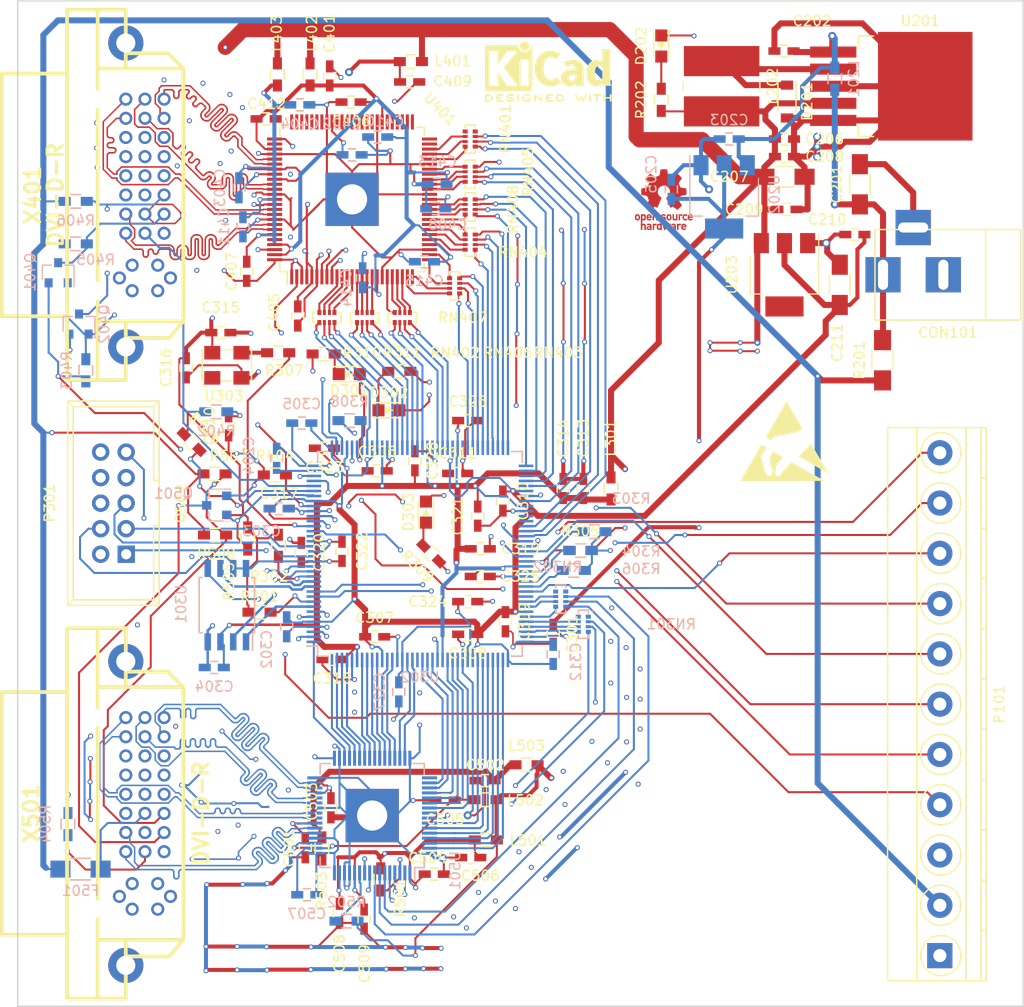
<source format=kicad_pcb>
(kicad_pcb (version 20160815) (host pcbnew "(2016-12-16 revision f631ae27b)-master")

  (general
    (links 472)
    (no_connects 0)
    (area 19.924999 19.924999 120.075001 120.075001)
    (thickness 1.6)
    (drawings 5)
    (tracks 4864)
    (zones 0)
    (modules 136)
    (nets 238)
  )

  (page A4)
  (layers
    (0 F.Cu signal)
    (1 In1.Cu signal)
    (2 In2.Cu signal)
    (31 B.Cu signal)
    (32 B.Adhes user)
    (33 F.Adhes user)
    (34 B.Paste user)
    (35 F.Paste user)
    (36 B.SilkS user)
    (37 F.SilkS user)
    (38 B.Mask user)
    (39 F.Mask user)
    (40 Dwgs.User user)
    (41 Cmts.User user)
    (42 Eco1.User user)
    (43 Eco2.User user)
    (44 Edge.Cuts user)
    (45 Margin user)
    (46 B.CrtYd user)
    (47 F.CrtYd user)
    (48 B.Fab user)
    (49 F.Fab user)
  )

  (setup
    (last_trace_width 0.2)
    (user_trace_width 0.15)
    (user_trace_width 0.2)
    (user_trace_width 0.4)
    (user_trace_width 0.6)
    (user_trace_width 1.5)
    (trace_clearance 0.152)
    (zone_clearance 0.2)
    (zone_45_only no)
    (trace_min 0.125)
    (segment_width 0.2)
    (edge_width 0.15)
    (via_size 0.5)
    (via_drill 0.3)
    (via_min_size 0.5)
    (via_min_drill 0.3)
    (user_via 0.5 0.3)
    (user_via 0.8 0.5)
    (uvia_size 0.3)
    (uvia_drill 0.1)
    (uvias_allowed no)
    (uvia_min_size 0.2)
    (uvia_min_drill 0.1)
    (pcb_text_width 0.3)
    (pcb_text_size 1.5 1.5)
    (mod_edge_width 0.15)
    (mod_text_size 1 1)
    (mod_text_width 0.15)
    (pad_size 3 3)
    (pad_drill 3)
    (pad_to_mask_clearance 0.2)
    (aux_axis_origin 0 0)
    (grid_origin 20 120.025)
    (visible_elements FFFFFFFF)
    (pcbplotparams
      (layerselection 0x010f0_ffffffff)
      (usegerberextensions false)
      (excludeedgelayer true)
      (linewidth 0.100000)
      (plotframeref false)
      (viasonmask false)
      (mode 1)
      (useauxorigin false)
      (hpglpennumber 1)
      (hpglpenspeed 20)
      (hpglpendiameter 15)
      (psnegative false)
      (psa4output false)
      (plotreference true)
      (plotvalue true)
      (plotinvisibletext false)
      (padsonsilk false)
      (subtractmaskfromsilk false)
      (outputformat 1)
      (mirror false)
      (drillshape 0)
      (scaleselection 1)
      (outputdirectory gerber/))
  )

  (net 0 "")
  (net 1 /power/VIN)
  (net 2 GND)
  (net 3 "Net-(C202-Pad2)")
  (net 4 +2V5)
  (net 5 +3V3)
  (net 6 +1V2)
  (net 7 +V_IO)
  (net 8 /dvi_out/TVDD)
  (net 9 "Net-(D201-Pad1)")
  (net 10 "Net-(D202-Pad2)")
  (net 11 "Net-(F501-Pad1)")
  (net 12 +5V)
  (net 13 /GPIO0)
  (net 14 /GPIO1)
  (net 15 /GPIO2)
  (net 16 /GPIO3)
  (net 17 /GPIO4)
  (net 18 /GPIO5)
  (net 19 /GPIO6)
  (net 20 /GPIO7)
  (net 21 "Net-(P301-Pad9)")
  (net 22 "Net-(P301-Pad8)")
  (net 23 "Net-(P301-Pad7)")
  (net 24 "Net-(P301-Pad6)")
  (net 25 "Net-(P301-Pad5)")
  (net 26 "Net-(P301-Pad3)")
  (net 27 "Net-(P301-Pad1)")
  (net 28 /dvi_in/DDCDAT_IN)
  (net 29 /dvi_in/DDCCLK_IN)
  (net 30 /dvi_out/DDCDAT)
  (net 31 /dvi_out/DDCCLK)
  (net 32 "Net-(R301-Pad1)")
  (net 33 "Net-(R302-Pad1)")
  (net 34 "Net-(R303-Pad1)")
  (net 35 "Net-(R304-Pad1)")
  (net 36 "Net-(R305-Pad1)")
  (net 37 "Net-(R306-Pad1)")
  (net 38 /fpga/CLK50)
  (net 39 "Net-(R307-Pad2)")
  (net 40 /dvi_out/TXCLK+)
  (net 41 "Net-(R308-Pad1)")
  (net 42 /fpga/CLKIN)
  (net 43 /dvi_in/HOTPLUG)
  (net 44 "Net-(R501-Pad1)")
  (net 45 /dvi_out/MSEN)
  (net 46 "Net-(R503-Pad2)")
  (net 47 /dvi_out/HOTPLUG)
  (net 48 "Net-(R504-Pad1)")
  (net 49 "Net-(RN301-Pad7)")
  (net 50 "Net-(RN301-Pad6)")
  (net 51 "Net-(RN301-Pad5)")
  (net 52 "Net-(RN301-Pad8)")
  (net 53 /dvi_out/CTL1)
  (net 54 /dvi_out/DE)
  (net 55 /dvi_out/VSYNC)
  (net 56 /dvi_out/HSYNC)
  (net 57 /dvi_out/CTL2)
  (net 58 /dvi_out/CTL3)
  (net 59 "Net-(RN302-Pad8)")
  (net 60 "Net-(RN302-Pad5)")
  (net 61 "Net-(RN302-Pad6)")
  (net 62 "Net-(RN302-Pad7)")
  (net 63 /dvi_in/DE)
  (net 64 /dvi_in/VSYNC)
  (net 65 /dvi_in/HSYNC)
  (net 66 "Net-(RN401-Pad4)")
  (net 67 "Net-(RN401-Pad8)")
  (net 68 "Net-(RN401-Pad5)")
  (net 69 "Net-(RN401-Pad6)")
  (net 70 "Net-(RN401-Pad7)")
  (net 71 "Net-(RN402-Pad7)")
  (net 72 "Net-(RN402-Pad6)")
  (net 73 "Net-(RN402-Pad5)")
  (net 74 "Net-(RN402-Pad8)")
  (net 75 /dvi_in/DATI3)
  (net 76 /dvi_in/DATI2)
  (net 77 /dvi_in/DATI1)
  (net 78 /dvi_in/DATI0)
  (net 79 "Net-(RN403-Pad7)")
  (net 80 "Net-(RN403-Pad6)")
  (net 81 "Net-(RN403-Pad5)")
  (net 82 "Net-(RN403-Pad8)")
  (net 83 /dvi_in/DATI11)
  (net 84 /dvi_in/DATI10)
  (net 85 /dvi_in/DATI9)
  (net 86 /dvi_in/DATI8)
  (net 87 "Net-(RN404-Pad7)")
  (net 88 "Net-(RN404-Pad6)")
  (net 89 "Net-(RN404-Pad5)")
  (net 90 "Net-(RN404-Pad8)")
  (net 91 /dvi_in/DATI19)
  (net 92 /dvi_in/DATI18)
  (net 93 /dvi_in/DATI17)
  (net 94 /dvi_in/DATI16)
  (net 95 "Net-(RN405-Pad7)")
  (net 96 "Net-(RN405-Pad6)")
  (net 97 "Net-(RN405-Pad5)")
  (net 98 "Net-(RN405-Pad8)")
  (net 99 /dvi_in/CTL3)
  (net 100 /dvi_in/CTL2)
  (net 101 /dvi_in/CTL1)
  (net 102 /dvi_in/DATI4)
  (net 103 /dvi_in/DATI5)
  (net 104 /dvi_in/DATI6)
  (net 105 /dvi_in/DATI7)
  (net 106 "Net-(RN406-Pad8)")
  (net 107 "Net-(RN406-Pad5)")
  (net 108 "Net-(RN406-Pad6)")
  (net 109 "Net-(RN406-Pad7)")
  (net 110 /dvi_in/DATI12)
  (net 111 /dvi_in/DATI13)
  (net 112 /dvi_in/DATI14)
  (net 113 /dvi_in/DATI15)
  (net 114 "Net-(RN407-Pad8)")
  (net 115 "Net-(RN407-Pad5)")
  (net 116 "Net-(RN407-Pad6)")
  (net 117 "Net-(RN407-Pad7)")
  (net 118 /dvi_in/DATI20)
  (net 119 /dvi_in/DATI21)
  (net 120 /dvi_in/DATI22)
  (net 121 /dvi_in/DATI23)
  (net 122 "Net-(RN408-Pad8)")
  (net 123 "Net-(RN408-Pad5)")
  (net 124 "Net-(RN408-Pad6)")
  (net 125 "Net-(RN408-Pad7)")
  (net 126 /dvi_out/DATO4)
  (net 127 /dvi_out/DATO5)
  (net 128 /dvi_out/DATO6)
  (net 129 /dvi_out/DATO7)
  (net 130 /dvi_out/DATO12)
  (net 131 /dvi_out/DATO13)
  (net 132 /dvi_out/DATO14)
  (net 133 /dvi_out/DATO15)
  (net 134 /dvi_out/DATO20)
  (net 135 /dvi_out/DATO21)
  (net 136 /dvi_out/DATO22)
  (net 137 /dvi_out/DATO23)
  (net 138 /dvi_out/DATO3)
  (net 139 /dvi_out/DATO2)
  (net 140 /dvi_out/DATO1)
  (net 141 /dvi_out/DATO0)
  (net 142 /dvi_out/DATO11)
  (net 143 /dvi_out/DATO10)
  (net 144 /dvi_out/DATO9)
  (net 145 /dvi_out/DATO8)
  (net 146 /dvi_out/DATO19)
  (net 147 /dvi_out/DATO18)
  (net 148 /dvi_out/DATO17)
  (net 149 /dvi_out/DATO16)
  (net 150 /fpga/DCLK)
  (net 151 /fpga/ASDI)
  (net 152 /fpga/DATA)
  (net 153 /fpga/nCS)
  (net 154 "Net-(U302-Pad127)")
  (net 155 /dvi_in/LINK_ACT)
  (net 156 /dvi_in/PDOWN)
  (net 157 /dvi_out/EDGE)
  (net 158 /dvi_out/DKEN)
  (net 159 "Net-(U303-Pad1)")
  (net 160 "Net-(U401-Pad96)")
  (net 161 /dvi_in/RxC-)
  (net 162 /dvi_in/RxC+)
  (net 163 /dvi_in/Rx0+)
  (net 164 /dvi_in/Rx1-)
  (net 165 /dvi_in/Rx1+)
  (net 166 /dvi_in/Rx2-)
  (net 167 /dvi_in/Rx2+)
  (net 168 "Net-(U401-Pad77)")
  (net 169 "Net-(U401-Pad75)")
  (net 170 "Net-(U401-Pad74)")
  (net 171 "Net-(U401-Pad73)")
  (net 172 "Net-(U401-Pad72)")
  (net 173 "Net-(U401-Pad71)")
  (net 174 "Net-(U401-Pad70)")
  (net 175 "Net-(U401-Pad69)")
  (net 176 "Net-(U401-Pad66)")
  (net 177 "Net-(U401-Pad65)")
  (net 178 "Net-(U401-Pad64)")
  (net 179 "Net-(U401-Pad63)")
  (net 180 "Net-(U401-Pad62)")
  (net 181 "Net-(U401-Pad61)")
  (net 182 "Net-(U401-Pad60)")
  (net 183 "Net-(U401-Pad59)")
  (net 184 "Net-(U401-Pad56)")
  (net 185 "Net-(U401-Pad55)")
  (net 186 "Net-(U401-Pad54)")
  (net 187 "Net-(U401-Pad53)")
  (net 188 "Net-(U401-Pad52)")
  (net 189 "Net-(U401-Pad51)")
  (net 190 "Net-(U401-Pad50)")
  (net 191 "Net-(U401-Pad49)")
  (net 192 "Net-(U501-Pad56)")
  (net 193 "Net-(U501-Pad49)")
  (net 194 /dvi_out/TX2+)
  (net 195 /dvi_out/TX2-)
  (net 196 /dvi_out/TX1+)
  (net 197 /dvi_out/TX1-)
  (net 198 /dvi_out/TX0+)
  (net 199 /dvi_out/TX0-)
  (net 200 /dvi_out/TXC+)
  (net 201 /dvi_out/TXC-)
  (net 202 "Net-(X401-Pad8)")
  (net 203 "Net-(X401-Pad21)")
  (net 204 "Net-(X401-Pad20)")
  (net 205 "Net-(X401-Pad14)")
  (net 206 "Net-(X401-Pad13)")
  (net 207 "Net-(X401-Pad12)")
  (net 208 "Net-(X401-Pad5)")
  (net 209 "Net-(X401-Pad4)")
  (net 210 "Net-(X501-Pad4)")
  (net 211 "Net-(X501-Pad5)")
  (net 212 "Net-(X501-Pad12)")
  (net 213 "Net-(X501-Pad13)")
  (net 214 "Net-(X501-Pad20)")
  (net 215 "Net-(X501-Pad21)")
  (net 216 "Net-(X501-Pad8)")
  (net 217 "Net-(D301-Pad2)")
  (net 218 "Net-(D302-Pad2)")
  (net 219 "Net-(D303-Pad2)")
  (net 220 /dvi_in/Rx0-)
  (net 221 "Net-(U302-Pad99)")
  (net 222 "Net-(U302-Pad84)")
  (net 223 "Net-(U302-Pad83)")
  (net 224 "Net-(RN302-Pad1)")
  (net 225 "Net-(D301-Pad1)")
  (net 226 "Net-(D302-Pad1)")
  (net 227 "Net-(D303-Pad1)")
  (net 228 "Net-(RN301-Pad1)")
  (net 229 /dvi_in/PVDD)
  (net 230 /dvi_in/DVDD)
  (net 231 /dvi_in/AVDD)
  (net 232 /dvi_out/DVDD)
  (net 233 /dvi_out/PVDD)
  (net 234 /dvi_out/DDCDAT_)
  (net 235 /dvi_out/DDCCLK_)
  (net 236 /dvi_in/DDCDAT_)
  (net 237 /dvi_in/DDCCLK_)

  (net_class Default "This is the default net class."
    (clearance 0.152)
    (trace_width 0.2)
    (via_dia 0.5)
    (via_drill 0.3)
    (uvia_dia 0.3)
    (uvia_drill 0.1)
    (diff_pair_gap 0.25)
    (diff_pair_width 0.2)
    (add_net +1V2)
    (add_net +2V5)
    (add_net +3V3)
    (add_net +5V)
    (add_net +V_IO)
    (add_net /GPIO0)
    (add_net /GPIO1)
    (add_net /GPIO2)
    (add_net /GPIO3)
    (add_net /GPIO4)
    (add_net /GPIO5)
    (add_net /GPIO6)
    (add_net /GPIO7)
    (add_net /dvi_in/AVDD)
    (add_net /dvi_in/CTL1)
    (add_net /dvi_in/CTL2)
    (add_net /dvi_in/CTL3)
    (add_net /dvi_in/DATI0)
    (add_net /dvi_in/DATI1)
    (add_net /dvi_in/DATI10)
    (add_net /dvi_in/DATI11)
    (add_net /dvi_in/DATI12)
    (add_net /dvi_in/DATI13)
    (add_net /dvi_in/DATI14)
    (add_net /dvi_in/DATI15)
    (add_net /dvi_in/DATI16)
    (add_net /dvi_in/DATI17)
    (add_net /dvi_in/DATI18)
    (add_net /dvi_in/DATI19)
    (add_net /dvi_in/DATI2)
    (add_net /dvi_in/DATI20)
    (add_net /dvi_in/DATI21)
    (add_net /dvi_in/DATI22)
    (add_net /dvi_in/DATI23)
    (add_net /dvi_in/DATI3)
    (add_net /dvi_in/DATI4)
    (add_net /dvi_in/DATI5)
    (add_net /dvi_in/DATI6)
    (add_net /dvi_in/DATI7)
    (add_net /dvi_in/DATI8)
    (add_net /dvi_in/DATI9)
    (add_net /dvi_in/DDCCLK_)
    (add_net /dvi_in/DDCCLK_IN)
    (add_net /dvi_in/DDCDAT_)
    (add_net /dvi_in/DDCDAT_IN)
    (add_net /dvi_in/DE)
    (add_net /dvi_in/DVDD)
    (add_net /dvi_in/HOTPLUG)
    (add_net /dvi_in/HSYNC)
    (add_net /dvi_in/LINK_ACT)
    (add_net /dvi_in/PDOWN)
    (add_net /dvi_in/PVDD)
    (add_net /dvi_in/Rx0+)
    (add_net /dvi_in/Rx0-)
    (add_net /dvi_in/Rx1+)
    (add_net /dvi_in/Rx1-)
    (add_net /dvi_in/Rx2+)
    (add_net /dvi_in/Rx2-)
    (add_net /dvi_in/RxC+)
    (add_net /dvi_in/RxC-)
    (add_net /dvi_in/VSYNC)
    (add_net /dvi_out/CTL1)
    (add_net /dvi_out/CTL2)
    (add_net /dvi_out/CTL3)
    (add_net /dvi_out/DATO0)
    (add_net /dvi_out/DATO1)
    (add_net /dvi_out/DATO10)
    (add_net /dvi_out/DATO11)
    (add_net /dvi_out/DATO12)
    (add_net /dvi_out/DATO13)
    (add_net /dvi_out/DATO14)
    (add_net /dvi_out/DATO15)
    (add_net /dvi_out/DATO16)
    (add_net /dvi_out/DATO17)
    (add_net /dvi_out/DATO18)
    (add_net /dvi_out/DATO19)
    (add_net /dvi_out/DATO2)
    (add_net /dvi_out/DATO20)
    (add_net /dvi_out/DATO21)
    (add_net /dvi_out/DATO22)
    (add_net /dvi_out/DATO23)
    (add_net /dvi_out/DATO3)
    (add_net /dvi_out/DATO4)
    (add_net /dvi_out/DATO5)
    (add_net /dvi_out/DATO6)
    (add_net /dvi_out/DATO7)
    (add_net /dvi_out/DATO8)
    (add_net /dvi_out/DATO9)
    (add_net /dvi_out/DDCCLK)
    (add_net /dvi_out/DDCCLK_)
    (add_net /dvi_out/DDCDAT)
    (add_net /dvi_out/DDCDAT_)
    (add_net /dvi_out/DE)
    (add_net /dvi_out/DKEN)
    (add_net /dvi_out/DVDD)
    (add_net /dvi_out/EDGE)
    (add_net /dvi_out/HOTPLUG)
    (add_net /dvi_out/HSYNC)
    (add_net /dvi_out/MSEN)
    (add_net /dvi_out/PVDD)
    (add_net /dvi_out/TVDD)
    (add_net /dvi_out/TX0+)
    (add_net /dvi_out/TX0-)
    (add_net /dvi_out/TX1+)
    (add_net /dvi_out/TX1-)
    (add_net /dvi_out/TX2+)
    (add_net /dvi_out/TX2-)
    (add_net /dvi_out/TXC+)
    (add_net /dvi_out/TXC-)
    (add_net /dvi_out/TXCLK+)
    (add_net /dvi_out/VSYNC)
    (add_net /fpga/ASDI)
    (add_net /fpga/CLK50)
    (add_net /fpga/CLKIN)
    (add_net /fpga/DATA)
    (add_net /fpga/DCLK)
    (add_net /fpga/nCS)
    (add_net /power/VIN)
    (add_net GND)
    (add_net "Net-(C202-Pad2)")
    (add_net "Net-(D201-Pad1)")
    (add_net "Net-(D202-Pad2)")
    (add_net "Net-(D301-Pad1)")
    (add_net "Net-(D301-Pad2)")
    (add_net "Net-(D302-Pad1)")
    (add_net "Net-(D302-Pad2)")
    (add_net "Net-(D303-Pad1)")
    (add_net "Net-(D303-Pad2)")
    (add_net "Net-(F501-Pad1)")
    (add_net "Net-(P301-Pad1)")
    (add_net "Net-(P301-Pad3)")
    (add_net "Net-(P301-Pad5)")
    (add_net "Net-(P301-Pad6)")
    (add_net "Net-(P301-Pad7)")
    (add_net "Net-(P301-Pad8)")
    (add_net "Net-(P301-Pad9)")
    (add_net "Net-(R301-Pad1)")
    (add_net "Net-(R302-Pad1)")
    (add_net "Net-(R303-Pad1)")
    (add_net "Net-(R304-Pad1)")
    (add_net "Net-(R305-Pad1)")
    (add_net "Net-(R306-Pad1)")
    (add_net "Net-(R307-Pad2)")
    (add_net "Net-(R308-Pad1)")
    (add_net "Net-(R501-Pad1)")
    (add_net "Net-(R503-Pad2)")
    (add_net "Net-(R504-Pad1)")
    (add_net "Net-(RN301-Pad1)")
    (add_net "Net-(RN301-Pad5)")
    (add_net "Net-(RN301-Pad6)")
    (add_net "Net-(RN301-Pad7)")
    (add_net "Net-(RN301-Pad8)")
    (add_net "Net-(RN302-Pad1)")
    (add_net "Net-(RN302-Pad5)")
    (add_net "Net-(RN302-Pad6)")
    (add_net "Net-(RN302-Pad7)")
    (add_net "Net-(RN302-Pad8)")
    (add_net "Net-(RN401-Pad4)")
    (add_net "Net-(RN401-Pad5)")
    (add_net "Net-(RN401-Pad6)")
    (add_net "Net-(RN401-Pad7)")
    (add_net "Net-(RN401-Pad8)")
    (add_net "Net-(RN402-Pad5)")
    (add_net "Net-(RN402-Pad6)")
    (add_net "Net-(RN402-Pad7)")
    (add_net "Net-(RN402-Pad8)")
    (add_net "Net-(RN403-Pad5)")
    (add_net "Net-(RN403-Pad6)")
    (add_net "Net-(RN403-Pad7)")
    (add_net "Net-(RN403-Pad8)")
    (add_net "Net-(RN404-Pad5)")
    (add_net "Net-(RN404-Pad6)")
    (add_net "Net-(RN404-Pad7)")
    (add_net "Net-(RN404-Pad8)")
    (add_net "Net-(RN405-Pad5)")
    (add_net "Net-(RN405-Pad6)")
    (add_net "Net-(RN405-Pad7)")
    (add_net "Net-(RN405-Pad8)")
    (add_net "Net-(RN406-Pad5)")
    (add_net "Net-(RN406-Pad6)")
    (add_net "Net-(RN406-Pad7)")
    (add_net "Net-(RN406-Pad8)")
    (add_net "Net-(RN407-Pad5)")
    (add_net "Net-(RN407-Pad6)")
    (add_net "Net-(RN407-Pad7)")
    (add_net "Net-(RN407-Pad8)")
    (add_net "Net-(RN408-Pad5)")
    (add_net "Net-(RN408-Pad6)")
    (add_net "Net-(RN408-Pad7)")
    (add_net "Net-(RN408-Pad8)")
    (add_net "Net-(U302-Pad127)")
    (add_net "Net-(U302-Pad83)")
    (add_net "Net-(U302-Pad84)")
    (add_net "Net-(U302-Pad99)")
    (add_net "Net-(U303-Pad1)")
    (add_net "Net-(U401-Pad49)")
    (add_net "Net-(U401-Pad50)")
    (add_net "Net-(U401-Pad51)")
    (add_net "Net-(U401-Pad52)")
    (add_net "Net-(U401-Pad53)")
    (add_net "Net-(U401-Pad54)")
    (add_net "Net-(U401-Pad55)")
    (add_net "Net-(U401-Pad56)")
    (add_net "Net-(U401-Pad59)")
    (add_net "Net-(U401-Pad60)")
    (add_net "Net-(U401-Pad61)")
    (add_net "Net-(U401-Pad62)")
    (add_net "Net-(U401-Pad63)")
    (add_net "Net-(U401-Pad64)")
    (add_net "Net-(U401-Pad65)")
    (add_net "Net-(U401-Pad66)")
    (add_net "Net-(U401-Pad69)")
    (add_net "Net-(U401-Pad70)")
    (add_net "Net-(U401-Pad71)")
    (add_net "Net-(U401-Pad72)")
    (add_net "Net-(U401-Pad73)")
    (add_net "Net-(U401-Pad74)")
    (add_net "Net-(U401-Pad75)")
    (add_net "Net-(U401-Pad77)")
    (add_net "Net-(U401-Pad96)")
    (add_net "Net-(U501-Pad49)")
    (add_net "Net-(U501-Pad56)")
    (add_net "Net-(X401-Pad12)")
    (add_net "Net-(X401-Pad13)")
    (add_net "Net-(X401-Pad14)")
    (add_net "Net-(X401-Pad20)")
    (add_net "Net-(X401-Pad21)")
    (add_net "Net-(X401-Pad4)")
    (add_net "Net-(X401-Pad5)")
    (add_net "Net-(X401-Pad8)")
    (add_net "Net-(X501-Pad12)")
    (add_net "Net-(X501-Pad13)")
    (add_net "Net-(X501-Pad20)")
    (add_net "Net-(X501-Pad21)")
    (add_net "Net-(X501-Pad4)")
    (add_net "Net-(X501-Pad5)")
    (add_net "Net-(X501-Pad8)")
  )

  (module artwork:shimatta_std (layer F.Cu) (tedit 0) (tstamp 58695997)
    (at 89.5 112.525)
    (fp_text reference G*** (at 0 0) (layer F.SilkS) hide
      (effects (font (thickness 0.3)))
    )
    (fp_text value LOGO (at 0.75 0) (layer F.SilkS) hide
      (effects (font (thickness 0.3)))
    )
    (fp_poly (pts (xy 10.868794 -0.34663) (xy 10.940082 -0.344725) (xy 11.001581 -0.340759) (xy 11.054456 -0.334558)
      (xy 11.099874 -0.325943) (xy 11.138999 -0.314739) (xy 11.172997 -0.300768) (xy 11.203034 -0.283854)
      (xy 11.230276 -0.263821) (xy 11.255887 -0.240491) (xy 11.256462 -0.239919) (xy 11.289334 -0.201111)
      (xy 11.312259 -0.15891) (xy 11.326574 -0.110035) (xy 11.333618 -0.05121) (xy 11.333643 -0.0508)
      (xy 11.332569 0.023291) (xy 11.320361 0.089289) (xy 11.297275 0.146655) (xy 11.263566 0.19485)
      (xy 11.219491 0.233333) (xy 11.190884 0.250184) (xy 11.170271 0.260221) (xy 11.150623 0.268525)
      (xy 11.130272 0.275304) (xy 11.107549 0.280766) (xy 11.080783 0.285117) (xy 11.048306 0.288565)
      (xy 11.008448 0.291317) (xy 10.959541 0.29358) (xy 10.899914 0.295563) (xy 10.827899 0.297472)
      (xy 10.805885 0.298007) (xy 10.501253 0.308642) (xy 10.207708 0.325718) (xy 9.923258 0.349393)
      (xy 9.645907 0.379823) (xy 9.470624 0.402998) (xy 9.411807 0.410902) (xy 9.364278 0.416192)
      (xy 9.325062 0.418954) (xy 9.291185 0.41927) (xy 9.259672 0.417223) (xy 9.227549 0.412897)
      (xy 9.212169 0.410241) (xy 9.144467 0.392017) (xy 9.087321 0.363849) (xy 9.040745 0.325747)
      (xy 9.004755 0.277724) (xy 8.992925 0.254871) (xy 8.980849 0.218141) (xy 8.973005 0.172373)
      (xy 8.969757 0.122517) (xy 8.971468 0.073524) (xy 8.976926 0.037019) (xy 8.997827 -0.025291)
      (xy 9.0312 -0.080963) (xy 9.075937 -0.128488) (xy 9.122686 -0.16171) (xy 9.147207 -0.17458)
      (xy 9.175393 -0.186432) (xy 9.208483 -0.197521) (xy 9.247713 -0.208107) (xy 9.294321 -0.218445)
      (xy 9.349544 -0.228794) (xy 9.414619 -0.23941) (xy 9.490782 -0.250551) (xy 9.579273 -0.262474)
      (xy 9.652 -0.271774) (xy 9.800914 -0.289224) (xy 9.950405 -0.304133) (xy 10.103324 -0.316716)
      (xy 10.262527 -0.327186) (xy 10.430867 -0.335758) (xy 10.584543 -0.341755) (xy 10.69219 -0.344969)
      (xy 10.786552 -0.346653) (xy 10.868794 -0.34663)) (layer F.Mask) (width 0.01))
    (fp_poly (pts (xy 3.280686 -0.880939) (xy 3.34556 -0.879771) (xy 3.402872 -0.877617) (xy 3.449973 -0.87446)
      (xy 3.472543 -0.872037) (xy 3.61367 -0.849571) (xy 3.744701 -0.82007) (xy 3.868701 -0.782621)
      (xy 3.988736 -0.73631) (xy 4.096467 -0.686017) (xy 4.193868 -0.632986) (xy 4.288297 -0.574006)
      (xy 4.3772 -0.510941) (xy 4.458022 -0.445653) (xy 4.528209 -0.380007) (xy 4.555365 -0.351156)
      (xy 4.639992 -0.246318) (xy 4.713364 -0.13273) (xy 4.774921 -0.011455) (xy 4.824102 0.116443)
      (xy 4.850885 0.209423) (xy 4.879181 0.347701) (xy 4.896607 0.490707) (xy 4.903125 0.635529)
      (xy 4.898699 0.779253) (xy 4.88329 0.918966) (xy 4.861451 1.032728) (xy 4.824346 1.160933)
      (xy 4.77372 1.287533) (xy 4.710565 1.41087) (xy 4.635874 1.529285) (xy 4.550639 1.641117)
      (xy 4.455854 1.744709) (xy 4.40832 1.79005) (xy 4.299338 1.882172) (xy 4.177612 1.971762)
      (xy 4.04482 2.057926) (xy 3.902638 2.139772) (xy 3.752745 2.216408) (xy 3.596818 2.286942)
      (xy 3.436534 2.350482) (xy 3.27357 2.406135) (xy 3.218543 2.422898) (xy 3.139899 2.444368)
      (xy 3.049468 2.466013) (xy 2.949959 2.487315) (xy 2.844082 2.507761) (xy 2.734547 2.526832)
      (xy 2.624065 2.544015) (xy 2.515345 2.558792) (xy 2.485571 2.56243) (xy 2.428012 2.568359)
      (xy 2.365313 2.573218) (xy 2.299907 2.576957) (xy 2.234229 2.579525) (xy 2.17071 2.580872)
      (xy 2.111786 2.580947) (xy 2.05989 2.579698) (xy 2.017454 2.577077) (xy 1.986913 2.573032)
      (xy 1.985844 2.572813) (xy 1.91558 2.552339) (xy 1.8565 2.522842) (xy 1.808841 2.484627)
      (xy 1.772841 2.437998) (xy 1.748736 2.38326) (xy 1.736764 2.320717) (xy 1.736929 2.253327)
      (xy 1.748307 2.186275) (xy 1.77048 2.128668) (xy 1.803758 2.079916) (xy 1.848452 2.039427)
      (xy 1.849677 2.038544) (xy 1.877767 2.020506) (xy 1.908228 2.005555) (xy 1.943115 1.993169)
      (xy 1.984481 1.982826) (xy 2.034379 1.974007) (xy 2.094863 1.966188) (xy 2.161084 1.959481)
      (xy 2.311846 1.944454) (xy 2.450169 1.928139) (xy 2.578102 1.910074) (xy 2.697697 1.889796)
      (xy 2.811005 1.866842) (xy 2.920076 1.84075) (xy 3.026962 1.811058) (xy 3.133714 1.777303)
      (xy 3.242382 1.739022) (xy 3.355017 1.695754) (xy 3.386254 1.683205) (xy 3.439042 1.660814)
      (xy 3.498085 1.634078) (xy 3.560068 1.604637) (xy 3.621674 1.574131) (xy 3.679588 1.5442)
      (xy 3.730494 1.516484) (xy 3.76929 1.493734) (xy 3.863531 1.428613) (xy 3.952139 1.353949)
      (xy 4.033116 1.271853) (xy 4.104465 1.184435) (xy 4.16419 1.093803) (xy 4.186568 1.052873)
      (xy 4.225348 0.967344) (xy 4.253373 0.882119) (xy 4.271449 0.793702) (xy 4.280379 0.698597)
      (xy 4.281685 0.639641) (xy 4.277001 0.527464) (xy 4.262763 0.425302) (xy 4.238591 0.331924)
      (xy 4.204105 0.2461) (xy 4.158926 0.166599) (xy 4.119 0.11188) (xy 4.060291 0.048463)
      (xy 3.988142 -0.012032) (xy 3.902275 -0.06981) (xy 3.802411 -0.125073) (xy 3.778387 -0.136985)
      (xy 3.681686 -0.179417) (xy 3.583439 -0.212975) (xy 3.48168 -0.237992) (xy 3.374444 -0.254803)
      (xy 3.259766 -0.263742) (xy 3.13568 -0.265143) (xy 3.043531 -0.261888) (xy 2.888029 -0.251649)
      (xy 2.734088 -0.236994) (xy 2.580213 -0.217612) (xy 2.424912 -0.193189) (xy 2.26669 -0.163413)
      (xy 2.104054 -0.127969) (xy 1.93551 -0.086547) (xy 1.759564 -0.038832) (xy 1.574722 0.015488)
      (xy 1.379491 0.076726) (xy 1.29428 0.104504) (xy 1.212487 0.131377) (xy 1.14306 0.153997)
      (xy 1.08461 0.172751) (xy 1.035751 0.188021) (xy 0.995094 0.200194) (xy 0.961252 0.209655)
      (xy 0.932836 0.216787) (xy 0.908459 0.221977) (xy 0.886733 0.225608) (xy 0.86627 0.228067)
      (xy 0.845683 0.229737) (xy 0.841828 0.229985) (xy 0.770694 0.22918) (xy 0.705988 0.217912)
      (xy 0.648912 0.196762) (xy 0.60067 0.166307) (xy 0.562463 0.127129) (xy 0.536857 0.083059)
      (xy 0.516575 0.01964) (xy 0.509485 -0.04353) (xy 0.515258 -0.10471) (xy 0.533566 -0.162158)
      (xy 0.564078 -0.214131) (xy 0.6005 -0.25372) (xy 0.627556 -0.275729) (xy 0.658526 -0.29656)
      (xy 0.694993 -0.316941) (xy 0.738543 -0.337601) (xy 0.790758 -0.359268) (xy 0.853223 -0.382671)
      (xy 0.927522 -0.40854) (xy 0.962785 -0.420363) (xy 1.235996 -0.508259) (xy 1.498548 -0.586824)
      (xy 1.750821 -0.656148) (xy 1.993199 -0.71632) (xy 2.226063 -0.767428) (xy 2.449796 -0.809563)
      (xy 2.664779 -0.842814) (xy 2.871395 -0.86727) (xy 2.881085 -0.868221) (xy 2.935666 -0.872605)
      (xy 2.998589 -0.876105) (xy 3.067203 -0.878706) (xy 3.138857 -0.88039) (xy 3.210902 -0.88114)
      (xy 3.280686 -0.880939)) (layer F.Mask) (width 0.01))
    (fp_poly (pts (xy 9.003608 1.085203) (xy 9.056887 1.097351) (xy 9.102289 1.118483) (xy 9.136442 1.144109)
      (xy 9.162501 1.170161) (xy 9.183639 1.197962) (xy 9.200436 1.229422) (xy 9.213471 1.266452)
      (xy 9.223323 1.310961) (xy 9.230572 1.364858) (xy 9.235796 1.430055) (xy 9.238428 1.480457)
      (xy 9.242463 1.556719) (xy 9.247451 1.620598) (xy 9.253768 1.674212) (xy 9.261789 1.719683)
      (xy 9.27189 1.759128) (xy 9.284448 1.794667) (xy 9.299837 1.828421) (xy 9.300281 1.8293)
      (xy 9.32368 1.861058) (xy 9.36009 1.889396) (xy 9.409773 1.914428) (xy 9.472988 1.936271)
      (xy 9.549997 1.955039) (xy 9.608457 1.96579) (xy 9.659854 1.973801) (xy 9.709141 1.980441)
      (xy 9.758607 1.98587) (xy 9.810543 1.990245) (xy 9.86724 1.993727) (xy 9.930987 1.996474)
      (xy 10.004074 1.998645) (xy 10.088793 2.000399) (xy 10.112828 2.000803) (xy 10.344931 2.000686)
      (xy 10.574631 1.992926) (xy 10.799511 1.977698) (xy 11.017155 1.955179) (xy 11.225147 1.925543)
      (xy 11.283945 1.915532) (xy 11.323332 1.909019) (xy 11.353394 1.905485) (xy 11.37896 1.904703)
      (xy 11.404859 1.906445) (xy 11.424674 1.908893) (xy 11.494816 1.923371) (xy 11.553352 1.946196)
      (xy 11.600789 1.977718) (xy 11.637635 2.018289) (xy 11.664396 2.068258) (xy 11.667708 2.076961)
      (xy 11.674691 2.105256) (xy 11.679662 2.14325) (xy 11.682423 2.186242) (xy 11.682775 2.229529)
      (xy 11.680518 2.26841) (xy 11.676827 2.29262) (xy 11.655383 2.357769) (xy 11.621693 2.415438)
      (xy 11.576172 2.465251) (xy 11.51923 2.506833) (xy 11.451281 2.539807) (xy 11.381702 2.561655)
      (xy 11.342402 2.569881) (xy 11.29029 2.578484) (xy 11.227059 2.587284) (xy 11.154403 2.596097)
      (xy 11.074012 2.604743) (xy 10.987579 2.61304) (xy 10.896797 2.620806) (xy 10.803359 2.62786)
      (xy 10.708955 2.634021) (xy 10.705281 2.63424) (xy 10.652261 2.63689) (xy 10.589033 2.639219)
      (xy 10.517978 2.641203) (xy 10.441476 2.642822) (xy 10.36191 2.644053) (xy 10.281658 2.644874)
      (xy 10.203102 2.645263) (xy 10.128622 2.645198) (xy 10.0606 2.644658) (xy 10.001415 2.643619)
      (xy 9.953449 2.64206) (xy 9.938657 2.641327) (xy 9.768481 2.628296) (xy 9.611394 2.609042)
      (xy 9.467369 2.583557) (xy 9.336381 2.551835) (xy 9.218402 2.51387) (xy 9.113406 2.469654)
      (xy 9.021367 2.419181) (xy 8.998233 2.404142) (xy 8.936306 2.355572) (xy 8.876387 2.295797)
      (xy 8.821128 2.228111) (xy 8.77318 2.155807) (xy 8.735198 2.08218) (xy 8.730868 2.072055)
      (xy 8.707215 2.00826) (xy 8.685371 1.936098) (xy 8.66712 1.861716) (xy 8.660844 1.8307)
      (xy 8.655793 1.795362) (xy 8.651582 1.749235) (xy 8.648253 1.695121) (xy 8.645849 1.635825)
      (xy 8.644412 1.574151) (xy 8.643985 1.512901) (xy 8.64461 1.45488) (xy 8.646328 1.402892)
      (xy 8.649184 1.359739) (xy 8.653218 1.328227) (xy 8.65325 1.328057) (xy 8.671645 1.258488)
      (xy 8.698511 1.200675) (xy 8.734046 1.154447) (xy 8.778447 1.119634) (xy 8.831912 1.096067)
      (xy 8.894638 1.083576) (xy 8.940188 1.081315) (xy 9.003608 1.085203)) (layer F.Mask) (width 0.01))
    (fp_poly (pts (xy -11.3068 -2.522042) (xy -11.243523 -2.508415) (xy -11.18998 -2.484867) (xy -11.145174 -2.450712)
      (xy -11.108109 -2.405266) (xy -11.077788 -2.347845) (xy -11.062557 -2.307771) (xy -11.061106 -2.303062)
      (xy -11.05976 -2.297493) (xy -11.058513 -2.290514) (xy -11.057361 -2.281571) (xy -11.056298 -2.270114)
      (xy -11.055319 -2.255589) (xy -11.054417 -2.237446) (xy -11.053589 -2.215132) (xy -11.052827 -2.188096)
      (xy -11.052128 -2.155784) (xy -11.051485 -2.117645) (xy -11.050893 -2.073128) (xy -11.050346 -2.02168)
      (xy -11.04984 -1.962749) (xy -11.049369 -1.895784) (xy -11.048927 -1.820232) (xy -11.048509 -1.735541)
      (xy -11.04811 -1.64116) (xy -11.047724 -1.536535) (xy -11.047346 -1.421117) (xy -11.04697 -1.294351)
      (xy -11.046591 -1.155687) (xy -11.046203 -1.004573) (xy -11.045802 -0.840455) (xy -11.045381 -0.662784)
      (xy -11.045055 -0.522514) (xy -11.044621 -0.331929) (xy -11.044228 -0.155283) (xy -11.043859 0.008)
      (xy -11.043503 0.158496) (xy -11.043145 0.296779) (xy -11.042771 0.423427) (xy -11.042368 0.539013)
      (xy -11.041921 0.644114) (xy -11.041417 0.739305) (xy -11.040843 0.825162) (xy -11.040184 0.90226)
      (xy -11.039426 0.971175) (xy -11.038556 1.032482) (xy -11.037561 1.086757) (xy -11.036425 1.134576)
      (xy -11.035136 1.176514) (xy -11.033679 1.213146) (xy -11.032041 1.245049) (xy -11.030209 1.272797)
      (xy -11.028167 1.296966) (xy -11.025903 1.318133) (xy -11.023403 1.336871) (xy -11.020653 1.353757)
      (xy -11.017638 1.369367) (xy -11.014346 1.384276) (xy -11.010763 1.399059) (xy -11.006874 1.414293)
      (xy -11.002666 1.430552) (xy -10.998125 1.448412) (xy -10.997798 1.449724) (xy -10.964594 1.558686)
      (xy -10.922022 1.656604) (xy -10.87005 1.743504) (xy -10.808644 1.819409) (xy -10.737771 1.884342)
      (xy -10.6574 1.938328) (xy -10.567497 1.98139) (xy -10.468029 2.013553) (xy -10.358964 2.03484)
      (xy -10.24027 2.045275) (xy -10.18084 2.046437) (xy -10.02365 2.040231) (xy -9.8725 2.021965)
      (xy -9.72797 1.991807) (xy -9.590642 1.949924) (xy -9.461096 1.896487) (xy -9.339913 1.831662)
      (xy -9.260323 1.779565) (xy -9.187902 1.722827) (xy -9.111738 1.652849) (xy -9.032329 1.570273)
      (xy -8.950172 1.475739) (xy -8.865765 1.369888) (xy -8.779606 1.253362) (xy -8.692193 1.126801)
      (xy -8.604024 0.990846) (xy -8.515598 0.846139) (xy -8.456603 0.744866) (xy -8.420295 0.681984)
      (xy -8.389599 0.630434) (xy -8.363414 0.588677) (xy -8.340642 0.555175) (xy -8.320185 0.52839)
      (xy -8.300944 0.506783) (xy -8.28182 0.488815) (xy -8.263208 0.474045) (xy -8.214168 0.444068)
      (xy -8.164588 0.42726) (xy -8.110878 0.422597) (xy -8.087241 0.423921) (xy -8.016328 0.43535)
      (xy -7.956351 0.456006) (xy -7.906749 0.48626) (xy -7.866959 0.526481) (xy -7.836418 0.57704)
      (xy -7.82912 0.593917) (xy -7.822484 0.612165) (xy -7.817901 0.630107) (xy -7.815007 0.650993)
      (xy -7.813441 0.678075) (xy -7.812837 0.714605) (xy -7.812785 0.740229) (xy -7.813068 0.783475)
      (xy -7.814142 0.815935) (xy -7.816453 0.841334) (xy -7.820449 0.863396) (xy -7.826575 0.885845)
      (xy -7.832408 0.903897) (xy -7.851583 0.954021) (xy -7.878322 1.012108) (xy -7.912937 1.078718)
      (xy -7.95574 1.154407) (xy -8.007042 1.239733) (xy -8.067153 1.335253) (xy -8.111874 1.404257)
      (xy -8.184605 1.512428) (xy -8.259972 1.618994) (xy -8.336751 1.722437) (xy -8.413714 1.821243)
      (xy -8.489636 1.913893) (xy -8.563289 1.998871) (xy -8.633448 2.07466) (xy -8.698886 2.139743)
      (xy -8.728507 2.166955) (xy -8.860206 2.275387) (xy -8.997401 2.370806) (xy -9.140585 2.453429)
      (xy -9.290251 2.523473) (xy -9.446893 2.581154) (xy -9.611006 2.626689) (xy -9.783083 2.660295)
      (xy -9.884229 2.674116) (xy -9.919679 2.67748) (xy -9.965044 2.680623) (xy -10.01747 2.683457)
      (xy -10.074102 2.685893) (xy -10.132084 2.687841) (xy -10.188562 2.689214) (xy -10.240682 2.689922)
      (xy -10.285588 2.689876) (xy -10.320426 2.688988) (xy -10.334172 2.688116) (xy -10.416848 2.680487)
      (xy -10.487731 2.672889) (xy -10.549531 2.664887) (xy -10.604963 2.656048) (xy -10.656738 2.645936)
      (xy -10.70757 2.634117) (xy -10.76017 2.620157) (xy -10.762343 2.61955) (xy -10.895114 2.575667)
      (xy -11.018016 2.521153) (xy -11.131009 2.456059) (xy -11.234049 2.380436) (xy -11.327095 2.294335)
      (xy -11.410105 2.197808) (xy -11.483037 2.090905) (xy -11.545849 1.973679) (xy -11.598497 1.84618)
      (xy -11.640942 1.708459) (xy -11.673139 1.560568) (xy -11.683136 1.4986) (xy -11.686392 1.47592)
      (xy -11.68941 1.453712) (xy -11.692198 1.431387) (xy -11.694765 1.408356) (xy -11.697119 1.384029)
      (xy -11.699267 1.357817) (xy -11.701218 1.32913) (xy -11.702981 1.29738) (xy -11.704563 1.261978)
      (xy -11.705972 1.222333) (xy -11.707217 1.177857) (xy -11.708306 1.12796) (xy -11.709247 1.072053)
      (xy -11.710049 1.009548) (xy -11.710719 0.939853) (xy -11.711265 0.862381) (xy -11.711696 0.776542)
      (xy -11.71202 0.681747) (xy -11.712245 0.577406) (xy -11.71238 0.46293) (xy -11.712432 0.337731)
      (xy -11.712409 0.201217) (xy -11.71232 0.052801) (xy -11.712174 -0.108106) (xy -11.711977 -0.282095)
      (xy -11.711739 -0.469755) (xy -11.711625 -0.555171) (xy -11.711372 -0.740789) (xy -11.711126 -0.912453)
      (xy -11.710882 -1.070721) (xy -11.710637 -1.216155) (xy -11.710384 -1.349313) (xy -11.71012 -1.470756)
      (xy -11.709839 -1.581042) (xy -11.709536 -1.680732) (xy -11.709207 -1.770386) (xy -11.708846 -1.850563)
      (xy -11.708449 -1.921822) (xy -11.708011 -1.984725) (xy -11.707527 -2.039829) (xy -11.706992 -2.087696)
      (xy -11.706401 -2.128884) (xy -11.70575 -2.163954) (xy -11.705033 -2.193465) (xy -11.704245 -2.217977)
      (xy -11.703382 -2.238049) (xy -11.70244 -2.254242) (xy -11.701412 -2.267115) (xy -11.700294 -2.277228)
      (xy -11.699081 -2.28514) (xy -11.697768 -2.291411) (xy -11.696452 -2.296269) (xy -11.671006 -2.363617)
      (xy -11.638473 -2.4186) (xy -11.598168 -2.461718) (xy -11.549406 -2.493472) (xy -11.491502 -2.514359)
      (xy -11.42377 -2.524881) (xy -11.380808 -2.526432) (xy -11.3068 -2.522042)) (layer F.Mask) (width 0.01))
    (fp_poly (pts (xy -3.559915 -2.67363) (xy -3.527662 -2.672116) (xy -3.502924 -2.669038) (xy -3.482216 -2.664033)
      (xy -3.470809 -2.660152) (xy -3.415622 -2.632162) (xy -3.368679 -2.592564) (xy -3.330749 -2.542186)
      (xy -3.302598 -2.481862) (xy -3.300523 -2.475831) (xy -3.296805 -2.464283) (xy -3.293693 -2.452885)
      (xy -3.291121 -2.440254) (xy -3.289024 -2.425013) (xy -3.287338 -2.405779) (xy -3.285999 -2.381174)
      (xy -3.284941 -2.349817) (xy -3.2841 -2.310328) (xy -3.283411 -2.261328) (xy -3.28281 -2.201435)
      (xy -3.282231 -2.129271) (xy -3.281853 -2.077347) (xy -3.279345 -1.727181) (xy -3.230801 -1.730904)
      (xy -3.206695 -1.732626) (xy -3.171856 -1.73495) (xy -3.130042 -1.737632) (xy -3.08501 -1.740429)
      (xy -3.058886 -1.74201) (xy -2.881272 -1.753814) (xy -2.698095 -1.768205) (xy -2.51397 -1.784758)
      (xy -2.333515 -1.803049) (xy -2.161343 -1.822655) (xy -2.104572 -1.829664) (xy -2.021747 -1.839307)
      (xy -1.951374 -1.845543) (xy -1.891768 -1.848244) (xy -1.841242 -1.847281) (xy -1.798109 -1.842527)
      (xy -1.760683 -1.833853) (xy -1.727278 -1.821131) (xy -1.696207 -1.804233) (xy -1.686432 -1.797889)
      (xy -1.641947 -1.759253) (xy -1.606472 -1.709427) (xy -1.588388 -1.671191) (xy -1.581081 -1.650724)
      (xy -1.576239 -1.630607) (xy -1.573383 -1.607046) (xy -1.57204 -1.576247) (xy -1.571728 -1.538514)
      (xy -1.57211 -1.497732) (xy -1.573571 -1.467667) (xy -1.576585 -1.444532) (xy -1.581625 -1.424542)
      (xy -1.588291 -1.406095) (xy -1.615883 -1.355694) (xy -1.655557 -1.310913) (xy -1.705527 -1.273093)
      (xy -1.764007 -1.243573) (xy -1.82921 -1.223693) (xy -1.832429 -1.223015) (xy -1.864504 -1.217398)
      (xy -1.909498 -1.211019) (xy -1.965841 -1.204024) (xy -2.031966 -1.196563) (xy -2.106305 -1.188782)
      (xy -2.18729 -1.18083) (xy -2.273354 -1.172855) (xy -2.362928 -1.165006) (xy -2.454444 -1.157429)
      (xy -2.546334 -1.150273) (xy -2.637031 -1.143686) (xy -2.724967 -1.137817) (xy -2.754086 -1.136003)
      (xy -2.805671 -1.132938) (xy -2.862498 -1.129709) (xy -2.922492 -1.126419) (xy -2.983576 -1.123173)
      (xy -3.043674 -1.120076) (xy -3.100712 -1.117232) (xy -3.152612 -1.114745) (xy -3.197299 -1.11272)
      (xy -3.232697 -1.111261) (xy -3.256731 -1.110473) (xy -3.2639 -1.110363) (xy -3.280229 -1.110343)
      (xy -3.280229 -0.769257) (xy -3.280175 -0.688687) (xy -3.27999 -0.621489) (xy -3.279639 -0.56652)
      (xy -3.279089 -0.522638) (xy -3.278305 -0.488701) (xy -3.277253 -0.463565) (xy -3.275899 -0.446089)
      (xy -3.274209 -0.43513) (xy -3.272147 -0.429546) (xy -3.270003 -0.428171) (xy -3.260204 -0.42859)
      (xy -3.237987 -0.429769) (xy -3.205423 -0.43159) (xy -3.164581 -0.433937) (xy -3.117531 -0.436692)
      (xy -3.075874 -0.439167) (xy -2.91119 -0.449647) (xy -2.75783 -0.460774) (xy -2.612609 -0.472824)
      (xy -2.472343 -0.486074) (xy -2.333846 -0.500802) (xy -2.235766 -0.512196) (xy -2.181142 -0.518565)
      (xy -2.138322 -0.523027) (xy -2.104742 -0.525717) (xy -2.077835 -0.526771) (xy -2.055037 -0.526323)
      (xy -2.033782 -0.524511) (xy -2.024568 -0.523357) (xy -1.954687 -0.50857) (xy -1.89596 -0.484509)
      (xy -1.848361 -0.451155) (xy -1.811863 -0.40849) (xy -1.786439 -0.356496) (xy -1.786127 -0.3556)
      (xy -1.776294 -0.3163) (xy -1.770272 -0.269192) (xy -1.768611 -0.220613) (xy -1.771072 -0.182639)
      (xy -1.785529 -0.115018) (xy -1.810946 -0.056607) (xy -1.847648 -0.007024) (xy -1.89596 0.034112)
      (xy -1.956206 0.067181) (xy -1.997385 0.083031) (xy -2.03577 0.093538) (xy -2.087717 0.103993)
      (xy -2.15227 0.114306) (xy -2.228475 0.124387) (xy -2.31538 0.134146) (xy -2.412031 0.143492)
      (xy -2.517472 0.152336) (xy -2.630752 0.160586) (xy -2.750915 0.168154) (xy -2.877009 0.174948)
      (xy -3.008079 0.180878) (xy -3.049815 0.182537) (xy -3.280229 0.191392) (xy -3.280229 1.019968)
      (xy -3.1623 1.058654) (xy -2.896971 1.151679) (xy -2.642724 1.253146) (xy -2.398485 1.363567)
      (xy -2.163179 1.483453) (xy -1.935733 1.613316) (xy -1.74672 1.732625) (xy -1.675532 1.78152)
      (xy -1.61688 1.826507) (xy -1.569805 1.869017) (xy -1.533349 1.910482) (xy -1.506551 1.952334)
      (xy -1.488453 1.996006) (xy -1.478096 2.042929) (xy -1.474519 2.094536) (xy -1.475713 2.137229)
      (xy -1.485108 2.216781) (xy -1.503114 2.284794) (xy -1.529974 2.341584) (xy -1.565931 2.38747)
      (xy -1.611224 2.422768) (xy -1.666097 2.447797) (xy -1.722612 2.461599) (xy -1.767667 2.465908)
      (xy -1.811485 2.463025) (xy -1.855876 2.452239) (xy -1.902648 2.432838) (xy -1.953611 2.40411)
      (xy -2.010576 2.365344) (xy -2.0574 2.329978) (xy -2.172886 2.243766) (xy -2.294279 2.160954)
      (xy -2.423544 2.080335) (xy -2.562646 2.0007) (xy -2.713551 1.92084) (xy -2.764972 1.894881)
      (xy -2.810098 1.872708) (xy -2.860364 1.84863) (xy -2.914075 1.823404) (xy -2.969534 1.797785)
      (xy -3.025046 1.772527) (xy -3.078914 1.748388) (xy -3.129442 1.726121) (xy -3.174935 1.706483)
      (xy -3.213695 1.690228) (xy -3.244028 1.678113) (xy -3.264237 1.670892) (xy -3.271789 1.669143)
      (xy -3.277094 1.675632) (xy -3.282129 1.692144) (xy -3.284168 1.703615) (xy -3.294339 1.763773)
      (xy -3.308613 1.831207) (xy -3.325527 1.899787) (xy -3.343618 1.963384) (xy -3.353474 1.993829)
      (xy -3.393626 2.098555) (xy -3.438784 2.191529) (xy -3.490287 2.27504) (xy -3.549478 2.351381)
      (xy -3.586361 2.39173) (xy -3.66786 2.466866) (xy -3.75742 2.531631) (xy -3.85566 2.586301)
      (xy -3.963199 2.63115) (xy -4.080659 2.666455) (xy -4.208658 2.692491) (xy -4.287159 2.703359)
      (xy -4.322088 2.706446) (xy -4.367802 2.70902) (xy -4.421042 2.711035) (xy -4.478547 2.712444)
      (xy -4.537059 2.7132) (xy -4.593318 2.713256) (xy -4.644063 2.712566) (xy -4.686036 2.711084)
      (xy -4.709886 2.709415) (xy -4.832478 2.695041) (xy -4.94283 2.676199) (xy -5.042737 2.652131)
      (xy -5.13399 2.622082) (xy -5.218383 2.585294) (xy -5.297707 2.541011) (xy -5.373757 2.488476)
      (xy -5.448324 2.426932) (xy -5.504906 2.373866) (xy -5.585225 2.28743) (xy -5.651451 2.199713)
      (xy -5.703995 2.109988) (xy -5.743267 2.017532) (xy -5.769677 1.921619) (xy -5.774005 1.898829)
      (xy -5.781392 1.834399) (xy -5.782175 1.803772) (xy -5.140803 1.803772) (xy -5.138033 1.828971)
      (xy -5.124036 1.890771) (xy -5.100265 1.944453) (xy -5.065909 1.990845) (xy -5.02016 2.030778)
      (xy -4.962208 2.065079) (xy -4.891243 2.094578) (xy -4.872409 2.100963) (xy -4.795484 2.121382)
      (xy -4.709629 2.136088) (xy -4.619404 2.144725) (xy -4.529369 2.146935) (xy -4.444083 2.142363)
      (xy -4.405086 2.137489) (xy -4.343632 2.126448) (xy -4.292113 2.113206) (xy -4.245978 2.096427)
      (xy -4.212772 2.081019) (xy -4.144558 2.04145) (xy -4.088403 1.996719) (xy -4.042596 1.944809)
      (xy -4.005426 1.883699) (xy -3.975182 1.811371) (xy -3.96925 1.793633) (xy -3.95622 1.746457)
      (xy -3.944526 1.691807) (xy -3.935034 1.634911) (xy -3.92861 1.580992) (xy -3.92612 1.535278)
      (xy -3.926115 1.533359) (xy -3.926115 1.490152) (xy -3.993243 1.474846) (xy -4.096392 1.45336)
      (xy -4.193818 1.437641) (xy -4.290534 1.427138) (xy -4.391552 1.421298) (xy -4.4958 1.419569)
      (xy -4.569053 1.42023) (xy -4.630891 1.422535) (xy -4.68436 1.426878) (xy -4.732508 1.433658)
      (xy -4.77838 1.44327) (xy -4.825021 1.456111) (xy -4.858294 1.466743) (xy -4.921049 1.490174)
      (xy -4.972593 1.515375) (xy -5.016231 1.544217) (xy -5.054956 1.578266) (xy -5.096885 1.628405)
      (xy -5.124933 1.681989) (xy -5.139454 1.740087) (xy -5.140803 1.803772) (xy -5.782175 1.803772)
      (xy -5.783244 1.762023) (xy -5.779791 1.687074) (xy -5.771262 1.614926) (xy -5.759391 1.556657)
      (xy -5.726832 1.458773) (xy -5.681134 1.366791) (xy -5.622532 1.280973) (xy -5.551262 1.201581)
      (xy -5.467558 1.128877) (xy -5.371656 1.063125) (xy -5.265057 1.005197) (xy -5.158318 0.958962)
      (xy -5.046432 0.921266) (xy -4.927358 0.891587) (xy -4.799055 0.869402) (xy -4.684486 0.856339)
      (xy -4.630117 0.852677) (xy -4.564008 0.850294) (xy -4.488872 0.849147) (xy -4.407424 0.849191)
      (xy -4.322376 0.85038) (xy -4.236442 0.852671) (xy -4.152336 0.856018) (xy -4.072771 0.860378)
      (xy -4.000461 0.865705) (xy -3.9751 0.868007) (xy -3.926115 0.872733) (xy -3.926115 0.188686)
      (xy -4.642757 0.18856) (xy -4.765443 0.188533) (xy -4.87451 0.18847) (xy -4.970855 0.188329)
      (xy -5.055376 0.188068) (xy -5.128967 0.187645) (xy -5.192526 0.187018) (xy -5.246949 0.186144)
      (xy -5.293132 0.184982) (xy -5.331971 0.18349) (xy -5.364363 0.181626) (xy -5.391205 0.179348)
      (xy -5.413392 0.176613) (xy -5.43182 0.17338) (xy -5.447387 0.169606) (xy -5.460989 0.16525)
      (xy -5.473522 0.16027) (xy -5.485881 0.154623) (xy -5.49863 0.148432) (xy -5.54487 0.118004)
      (xy -5.582108 0.077013) (xy -5.609816 0.026678) (xy -5.627465 -0.031782) (xy -5.63453 -0.097147)
      (xy -5.631623 -0.158957) (xy -5.618556 -0.22696) (xy -5.595939 -0.284245) (xy -5.563495 -0.33126)
      (xy -5.520949 -0.368452) (xy -5.491784 -0.385574) (xy -5.478418 -0.392302) (xy -5.465929 -0.398277)
      (xy -5.453415 -0.403544) (xy -5.439977 -0.408147) (xy -5.424712 -0.412131) (xy -5.40672 -0.415541)
      (xy -5.385102 -0.418423) (xy -5.358955 -0.42082) (xy -5.327379 -0.422779) (xy -5.289474 -0.424343)
      (xy -5.244338 -0.425557) (xy -5.191072 -0.426467) (xy -5.128774 -0.427118) (xy -5.056543 -0.427553)
      (xy -4.973478 -0.427818) (xy -4.87868 -0.427959) (xy -4.771247 -0.428019) (xy -4.650279 -0.428043)
      (xy -4.639129 -0.428045) (xy -3.926115 -0.428171) (xy -3.926115 -1.088571) (xy -4.7625 -1.088678)
      (xy -4.894095 -1.088694) (xy -5.011998 -1.088727) (xy -5.11703 -1.088811) (xy -5.210013 -1.088979)
      (xy -5.291769 -1.089265) (xy -5.36312 -1.089703) (xy -5.424888 -1.090325) (xy -5.477895 -1.091165)
      (xy -5.522961 -1.092256) (xy -5.56091 -1.093632) (xy -5.592563 -1.095327) (xy -5.618742 -1.097373)
      (xy -5.640268 -1.099804) (xy -5.657964 -1.102654) (xy -5.672651 -1.105955) (xy -5.685152 -1.109742)
      (xy -5.696287 -1.114048) (xy -5.706879 -1.118905) (xy -5.71775 -1.124348) (xy -5.724502 -1.127784)
      (xy -5.759879 -1.151378) (xy -5.794078 -1.183977) (xy -5.822345 -1.220577) (xy -5.835533 -1.244695)
      (xy -5.848041 -1.283763) (xy -5.856096 -1.331864) (xy -5.859157 -1.384055) (xy -5.856685 -1.435392)
      (xy -5.856522 -1.436849) (xy -5.843444 -1.504117) (xy -5.82044 -1.560994) (xy -5.786987 -1.608145)
      (xy -5.742561 -1.646238) (xy -5.686637 -1.675938) (xy -5.66088 -1.685635) (xy -5.6134 -1.70178)
      (xy -3.927516 -1.705888) (xy -3.924334 -2.052187) (xy -3.923566 -2.132617) (xy -3.922823 -2.199962)
      (xy -3.922039 -2.255651) (xy -3.921148 -2.301111) (xy -3.920082 -2.337771) (xy -3.918776 -2.36706)
      (xy -3.917161 -2.390406) (xy -3.915172 -2.409238) (xy -3.912742 -2.424984) (xy -3.909804 -2.439074)
      (xy -3.906291 -2.452935) (xy -3.905483 -2.455917) (xy -3.888954 -2.506679) (xy -3.86894 -2.547286)
      (xy -3.842922 -2.58207) (xy -3.817093 -2.607712) (xy -3.785765 -2.632985) (xy -3.754427 -2.651212)
      (xy -3.719849 -2.663393) (xy -3.678804 -2.670527) (xy -3.628065 -2.673614) (xy -3.603172 -2.673943)
      (xy -3.559915 -2.67363)) (layer F.Mask) (width 0.01))
    (fp_poly (pts (xy 8.528085 -2.643213) (xy 8.595358 -2.627701) (xy 8.652184 -2.602162) (xy 8.698839 -2.566349)
      (xy 8.7356 -2.520016) (xy 8.762743 -2.462918) (xy 8.774406 -2.423885) (xy 8.78068 -2.387663)
      (xy 8.783754 -2.342658) (xy 8.783569 -2.28818) (xy 8.780066 -2.22354) (xy 8.773187 -2.148047)
      (xy 8.762873 -2.061012) (xy 8.749065 -1.961746) (xy 8.731704 -1.849558) (xy 8.718833 -1.771437)
      (xy 8.710433 -1.720524) (xy 8.703131 -1.674418) (xy 8.697201 -1.635017) (xy 8.692921 -1.604219)
      (xy 8.690566 -1.583922) (xy 8.690412 -1.576025) (xy 8.690414 -1.576024) (xy 8.699245 -1.574861)
      (xy 8.721309 -1.574926) (xy 8.755386 -1.57613) (xy 8.800255 -1.578382) (xy 8.854695 -1.581591)
      (xy 8.917484 -1.585666) (xy 8.987403 -1.590518) (xy 9.06323 -1.596056) (xy 9.143744 -1.602188)
      (xy 9.227725 -1.608826) (xy 9.313952 -1.615878) (xy 9.401204 -1.623254) (xy 9.48826 -1.630863)
      (xy 9.573899 -1.638615) (xy 9.6569 -1.646419) (xy 9.710057 -1.651595) (xy 9.796138 -1.659449)
      (xy 9.869585 -1.664624) (xy 9.932031 -1.667104) (xy 9.985109 -1.666875) (xy 10.030452 -1.663922)
      (xy 10.069695 -1.658231) (xy 10.104469 -1.649786) (xy 10.110345 -1.647983) (xy 10.171065 -1.622232)
      (xy 10.221086 -1.586718) (xy 10.260636 -1.541235) (xy 10.289945 -1.48557) (xy 10.29115 -1.482506)
      (xy 10.301781 -1.443104) (xy 10.30763 -1.395454) (xy 10.30868 -1.344582) (xy 10.304914 -1.295514)
      (xy 10.296312 -1.253274) (xy 10.291996 -1.240624) (xy 10.26307 -1.184426) (xy 10.223793 -1.13725)
      (xy 10.173681 -1.098745) (xy 10.112252 -1.06856) (xy 10.039022 -1.046344) (xy 10.018043 -1.041841)
      (xy 9.988177 -1.036889) (xy 9.945245 -1.031195) (xy 9.890669 -1.024878) (xy 9.825873 -1.018058)
      (xy 9.752279 -1.010857) (xy 9.67131 -1.003394) (xy 9.584388 -0.99579) (xy 9.492937 -0.988165)
      (xy 9.398378 -0.98064) (xy 9.302134 -0.973335) (xy 9.205629 -0.966371) (xy 9.110284 -0.959867)
      (xy 9.017523 -0.953945) (xy 8.928768 -0.948724) (xy 8.897257 -0.946996) (xy 8.839397 -0.943827)
      (xy 8.783098 -0.940626) (xy 8.73089 -0.937545) (xy 8.685304 -0.934738) (xy 8.648869 -0.932357)
      (xy 8.624116 -0.930554) (xy 8.622186 -0.930396) (xy 8.561201 -0.925285) (xy 8.512261 -0.707571)
      (xy 8.401162 -0.239172) (xy 8.280408 0.220042) (xy 8.149348 0.672271) (xy 8.007329 1.119715)
      (xy 7.853701 1.564573) (xy 7.778286 1.770743) (xy 7.757814 1.82522) (xy 7.734721 1.885775)
      (xy 7.709645 1.950807) (xy 7.683225 2.018712) (xy 7.656098 2.087887) (xy 7.628905 2.156729)
      (xy 7.602282 2.223635) (xy 7.576868 2.287003) (xy 7.553302 2.345229) (xy 7.532222 2.396711)
      (xy 7.514267 2.439845) (xy 7.500074 2.473029) (xy 7.490284 2.494659) (xy 7.488619 2.498034)
      (xy 7.446657 2.568398) (xy 7.399108 2.625394) (xy 7.345916 2.669074) (xy 7.287022 2.69949)
      (xy 7.253803 2.710166) (xy 7.211289 2.717557) (xy 7.16184 2.720483) (xy 7.111733 2.718943)
      (xy 7.067245 2.712935) (xy 7.055762 2.710215) (xy 6.996939 2.689138) (xy 6.9496 2.66024)
      (xy 6.912406 2.622508) (xy 6.887837 2.582868) (xy 6.86919 2.539036) (xy 6.857554 2.494382)
      (xy 6.852201 2.444727) (xy 6.852407 2.385889) (xy 6.85265 2.380479) (xy 6.854836 2.346973)
      (xy 6.858466 2.316423) (xy 6.864252 2.286482) (xy 6.872907 2.254805) (xy 6.885145 2.219045)
      (xy 6.901679 2.176855) (xy 6.923222 2.125888) (xy 6.945404 2.075269) (xy 7.054216 1.821473)
      (xy 7.161547 1.55564) (xy 7.26653 1.280234) (xy 7.368297 0.997719) (xy 7.465979 0.71056)
      (xy 7.558709 0.42122) (xy 7.64562 0.132164) (xy 7.710059 -0.096066) (xy 7.727003 -0.158593)
      (xy 7.744878 -0.225793) (xy 7.763348 -0.296296) (xy 7.782074 -0.368737) (xy 7.80072 -0.441747)
      (xy 7.818948 -0.51396) (xy 7.83642 -0.584008) (xy 7.8528 -0.650524) (xy 7.867749 -0.71214)
      (xy 7.88093 -0.76749) (xy 7.892007 -0.815207) (xy 7.900641 -0.853922) (xy 7.906495 -0.882268)
      (xy 7.909232 -0.898879) (xy 7.909135 -0.902778) (xy 7.901443 -0.903074) (xy 7.881605 -0.902791)
      (xy 7.851973 -0.901992) (xy 7.8149 -0.900739) (xy 7.776896 -0.899266) (xy 7.650565 -0.894218)
      (xy 7.538113 -0.889995) (xy 7.43893 -0.886585) (xy 7.352403 -0.883976) (xy 7.277923 -0.882156)
      (xy 7.214879 -0.881113) (xy 7.162659 -0.880834) (xy 7.120652 -0.881308) (xy 7.088248 -0.882522)
      (xy 7.064836 -0.884465) (xy 7.06022 -0.885077) (xy 7.003002 -0.896047) (xy 6.956586 -0.911262)
      (xy 6.917537 -0.932146) (xy 6.88491 -0.957825) (xy 6.845016 -1.003987) (xy 6.816407 -1.059095)
      (xy 6.799184 -1.122845) (xy 6.793449 -1.194931) (xy 6.794607 -1.229446) (xy 6.804706 -1.298006)
      (xy 6.825614 -1.356949) (xy 6.857601 -1.406608) (xy 6.900934 -1.447316) (xy 6.95588 -1.479407)
      (xy 7.012378 -1.500294) (xy 7.023643 -1.50344) (xy 7.035526 -1.50629) (xy 7.048908 -1.508887)
      (xy 7.064669 -1.511276) (xy 7.083689 -1.5135) (xy 7.106849 -1.515603) (xy 7.135029 -1.51763)
      (xy 7.169108 -1.519624) (xy 7.209968 -1.521629) (xy 7.258488 -1.52369) (xy 7.315549 -1.52585)
      (xy 7.38203 -1.528153) (xy 7.458813 -1.530643) (xy 7.546777 -1.533365) (xy 7.646803 -1.536361)
      (xy 7.75977 -1.539677) (xy 7.857473 -1.542515) (xy 7.913156 -1.544229) (xy 7.956001 -1.54585)
      (xy 7.987682 -1.547533) (xy 8.009875 -1.549437) (xy 8.024254 -1.551719) (xy 8.032493 -1.554537)
      (xy 8.036266 -1.558048) (xy 8.036818 -1.559388) (xy 8.039165 -1.570795) (xy 8.043284 -1.594703)
      (xy 8.048893 -1.629248) (xy 8.055713 -1.672561) (xy 8.063462 -1.722777) (xy 8.071861 -1.778029)
      (xy 8.080628 -1.83645) (xy 8.089483 -1.896175) (xy 8.098146 -1.955336) (xy 8.106336 -2.012068)
      (xy 8.113773 -2.064503) (xy 8.120176 -2.110775) (xy 8.124202 -2.140857) (xy 8.132879 -2.206408)
      (xy 8.140145 -2.259507) (xy 8.146346 -2.302108) (xy 8.151828 -2.336166) (xy 8.156937 -2.363637)
      (xy 8.162018 -2.386474) (xy 8.167417 -2.406633) (xy 8.173481 -2.42607) (xy 8.17598 -2.43352)
      (xy 8.20465 -2.499149) (xy 8.241866 -2.553098) (xy 8.287288 -2.595166) (xy 8.340578 -2.625151)
      (xy 8.401398 -2.642851) (xy 8.46941 -2.648066) (xy 8.528085 -2.643213)) (layer F.Mask) (width 0.01))
    (fp_poly (pts (xy 0.4572 -5.666537) (xy 0.985352 -5.656535) (xy 1.511199 -5.638077) (xy 2.034139 -5.611261)
      (xy 2.553569 -5.576188) (xy 3.068889 -5.532956) (xy 3.579497 -5.481667) (xy 4.084792 -5.42242)
      (xy 4.584171 -5.355315) (xy 5.077034 -5.280451) (xy 5.562779 -5.197929) (xy 6.040804 -5.107848)
      (xy 6.510508 -5.010308) (xy 6.97129 -4.905409) (xy 7.422547 -4.793251) (xy 7.863678 -4.673933)
      (xy 8.294083 -4.547556) (xy 8.713158 -4.414219) (xy 9.120303 -4.274022) (xy 9.346107 -4.191341)
      (xy 9.679024 -4.062499) (xy 10.000619 -3.929527) (xy 10.310689 -3.792557) (xy 10.609033 -3.651716)
      (xy 10.895448 -3.507137) (xy 11.169732 -3.358949) (xy 11.431682 -3.207282) (xy 11.681097 -3.052267)
      (xy 11.917774 -2.894033) (xy 12.14151 -2.732711) (xy 12.352105 -2.568431) (xy 12.549355 -2.401323)
      (xy 12.733058 -2.231518) (xy 12.903012 -2.059145) (xy 13.059015 -1.884335) (xy 13.196723 -1.712685)
      (xy 13.323837 -1.535227) (xy 13.436525 -1.356962) (xy 13.534862 -1.177715) (xy 13.618923 -0.997309)
      (xy 13.688783 -0.815569) (xy 13.744516 -0.632318) (xy 13.786198 -0.447382) (xy 13.813828 -0.261257)
      (xy 13.819666 -0.192802) (xy 13.823454 -0.11427) (xy 13.825193 -0.029951) (xy 13.824883 0.055863)
      (xy 13.822523 0.138881) (xy 13.818113 0.214812) (xy 13.813828 0.261257) (xy 13.785765 0.448887)
      (xy 13.743304 0.635264) (xy 13.686512 0.820287) (xy 13.61546 1.003853) (xy 13.530217 1.185859)
      (xy 13.430852 1.366203) (xy 13.317435 1.544781) (xy 13.190036 1.721491) (xy 13.048723 1.896231)
      (xy 12.893566 2.068897) (xy 12.724634 2.239388) (xy 12.541998 2.407599) (xy 12.345726 2.57343)
      (xy 12.144828 2.730075) (xy 11.908884 2.900074) (xy 11.65925 3.066198) (xy 11.396258 3.228329)
      (xy 11.120236 3.386352) (xy 10.831516 3.540148) (xy 10.530426 3.689601) (xy 10.217299 3.834593)
      (xy 9.892463 3.975008) (xy 9.556249 4.110728) (xy 9.208987 4.241637) (xy 8.851006 4.367616)
      (xy 8.482638 4.48855) (xy 8.104213 4.604321) (xy 7.716059 4.714811) (xy 7.318509 4.819905)
      (xy 6.911891 4.919484) (xy 6.496536 5.013432) (xy 6.072774 5.101632) (xy 5.640935 5.183966)
      (xy 5.201349 5.260318) (xy 4.855028 5.315381) (xy 4.404203 5.380388) (xy 3.943967 5.439312)
      (xy 3.476961 5.491934) (xy 3.005827 5.538041) (xy 2.533206 5.577414) (xy 2.061739 5.609837)
      (xy 1.594067 5.635093) (xy 1.132831 5.652967) (xy 0.680673 5.663242) (xy 0.598714 5.664287)
      (xy 0.523939 5.665131) (xy 0.447547 5.666011) (xy 0.372071 5.666896) (xy 0.300043 5.667756)
      (xy 0.233996 5.668561) (xy 0.176463 5.66928) (xy 0.129975 5.669883) (xy 0.116114 5.670071)
      (xy 0.078534 5.670389) (xy 0.028463 5.670509) (xy -0.03208 5.670443) (xy -0.101074 5.670198)
      (xy -0.176498 5.669786) (xy -0.256331 5.669216) (xy -0.338552 5.668499) (xy -0.421141 5.667643)
      (xy -0.453572 5.667268) (xy -1.027473 5.655407) (xy -1.599645 5.633621) (xy -2.169131 5.602014)
      (xy -2.734977 5.560694) (xy -3.296226 5.509766) (xy -3.851922 5.449336) (xy -4.401111 5.37951)
      (xy -4.942837 5.300394) (xy -5.476144 5.212093) (xy -6.000076 5.114715) (xy -6.513678 5.008365)
      (xy -6.633029 4.982024) (xy -7.032323 4.889286) (xy -7.422724 4.791462) (xy -7.803991 4.688673)
      (xy -8.175883 4.581041) (xy -8.538158 4.468686) (xy -8.890575 4.351729) (xy -9.232893 4.230291)
      (xy -9.564871 4.104493) (xy -9.886268 3.974456) (xy -10.196842 3.8403) (xy -10.496352 3.702147)
      (xy -10.784557 3.560117) (xy -11.061216 3.414331) (xy -11.326088 3.26491) (xy -11.57893 3.111975)
      (xy -11.819503 2.955647) (xy -12.047565 2.796046) (xy -12.262874 2.633294) (xy -12.46519 2.467511)
      (xy -12.65427 2.298819) (xy -12.829875 2.127337) (xy -12.991763 1.953188) (xy -13.139692 1.776491)
      (xy -13.208302 1.687286) (xy -13.333752 1.509004) (xy -13.44492 1.329342) (xy -13.541773 1.148375)
      (xy -13.624276 0.966177) (xy -13.692398 0.782821) (xy -13.746104 0.598381) (xy -13.785361 0.412932)
      (xy -13.787888 0.397988) (xy -13.794841 0.353117) (xy -13.801757 0.303438) (xy -13.80768 0.256061)
      (xy -13.810671 0.2286) (xy -13.814068 0.182773) (xy -13.816475 0.126149) (xy -13.817891 0.062415)
      (xy -13.818166 0.018916) (xy -13.534264 0.018916) (xy -13.533442 0.083469) (xy -13.531574 0.143004)
      (xy -13.528662 0.19362) (xy -13.527105 0.211503) (xy -13.502496 0.386125) (xy -13.463573 0.559745)
      (xy -13.410508 0.732245) (xy -13.343475 0.903507) (xy -13.262647 1.073415) (xy -13.168197 1.241851)
      (xy -13.060297 1.408699) (xy -12.939122 1.573842) (xy -12.804843 1.737161) (xy -12.657633 1.898541)
      (xy -12.497667 2.057864) (xy -12.325116 2.215013) (xy -12.140154 2.369871) (xy -11.942954 2.522321)
      (xy -11.733689 2.672245) (xy -11.512531 2.819527) (xy -11.279654 2.96405) (xy -11.035231 3.105696)
      (xy -10.779435 3.244348) (xy -10.512438 3.37989) (xy -10.234415 3.512204) (xy -9.945536 3.641173)
      (xy -9.645977 3.76668) (xy -9.335909 3.888607) (xy -9.015507 4.006839) (xy -8.684942 4.121257)
      (xy -8.344387 4.231745) (xy -7.994017 4.338185) (xy -7.634003 4.440461) (xy -7.264519 4.538455)
      (xy -7.057572 4.590424) (xy -6.592682 4.699688) (xy -6.116427 4.80143) (xy -5.629943 4.895502)
      (xy -5.134368 4.981756) (xy -4.630836 5.060045) (xy -4.120486 5.130219) (xy -3.604452 5.192133)
      (xy -3.083872 5.245637) (xy -2.559881 5.290583) (xy -2.033616 5.326825) (xy -1.506215 5.354215)
      (xy -1.063172 5.370271) (xy -0.999329 5.372142) (xy -0.937667 5.373981) (xy -0.880278 5.375724)
      (xy -0.829251 5.377307) (xy -0.786677 5.378664) (xy -0.754646 5.379732) (xy -0.7366 5.380389)
      (xy -0.71249 5.381004) (xy -0.675056 5.381489) (xy -0.625487 5.381849) (xy -0.564973 5.382091)
      (xy -0.494704 5.38222) (xy -0.41587 5.382242) (xy -0.329659 5.382164) (xy -0.237261 5.381991)
      (xy -0.139866 5.381729) (xy -0.038664 5.381385) (xy 0.065156 5.380963) (xy 0.170405 5.380471)
      (xy 0.275892 5.379913) (xy 0.380428 5.379297) (xy 0.482824 5.378628) (xy 0.58189 5.377911)
      (xy 0.676437 5.377154) (xy 0.765274 5.376361) (xy 0.847213 5.375539) (xy 0.921063 5.374694)
      (xy 0.985636 5.373832) (xy 1.039741 5.372958) (xy 1.08219 5.372079) (xy 1.111791 5.371201)
      (xy 1.113971 5.371115) (xy 1.253309 5.365349) (xy 1.37995 5.35996) (xy 1.495703 5.354855)
      (xy 1.602377 5.349942) (xy 1.701782 5.345126) (xy 1.795727 5.340316) (xy 1.886021 5.335417)
      (xy 1.974475 5.330337) (xy 2.062896 5.324982) (xy 2.153096 5.31926) (xy 2.246882 5.313076)
      (xy 2.264228 5.311911) (xy 2.760147 5.274646) (xy 3.250873 5.230054) (xy 3.73596 5.178241)
      (xy 4.214966 5.119312) (xy 4.687447 5.053371) (xy 5.152958 4.980523) (xy 5.611057 4.900873)
      (xy 6.061298 4.814526) (xy 6.503238 4.721586) (xy 6.936433 4.62216) (xy 7.360439 4.516351)
      (xy 7.774813 4.404264) (xy 8.17911 4.286004) (xy 8.572887 4.161677) (xy 8.955699 4.031386)
      (xy 9.327103 3.895237) (xy 9.686655 3.753335) (xy 10.033911 3.605785) (xy 10.368427 3.45269)
      (xy 10.588171 3.345585) (xy 10.861215 3.204421) (xy 11.121794 3.060299) (xy 11.369787 2.913339)
      (xy 11.605071 2.763658) (xy 11.827527 2.611375) (xy 12.037032 2.456609) (xy 12.233464 2.29948)
      (xy 12.416702 2.140104) (xy 12.586626 1.978601) (xy 12.743113 1.81509) (xy 12.886041 1.64969)
      (xy 13.01529 1.482518) (xy 13.130738 1.313694) (xy 13.232263 1.143336) (xy 13.319744 0.971564)
      (xy 13.39306 0.798495) (xy 13.452089 0.624248) (xy 13.480333 0.520258) (xy 13.496687 0.451514)
      (xy 13.509742 0.390117) (xy 13.519843 0.332956) (xy 13.527336 0.276923) (xy 13.532566 0.218907)
      (xy 13.53588 0.155797) (xy 13.537621 0.084484) (xy 13.538137 0.001858) (xy 13.538138 0)
      (xy 13.537643 -0.082894) (xy 13.53593 -0.15441) (xy 13.532653 -0.217658) (xy 13.527466 -0.275749)
      (xy 13.520024 -0.331792) (xy 13.50998 -0.388897) (xy 13.49699 -0.450175) (xy 13.480708 -0.518735)
      (xy 13.480333 -0.520258) (xy 13.429988 -0.694621) (xy 13.365269 -0.868009) (xy 13.286294 -1.040294)
      (xy 13.193179 -1.211348) (xy 13.08604 -1.381044) (xy 12.964993 -1.549255) (xy 12.830154 -1.715853)
      (xy 12.681641 -1.88071) (xy 12.519569 -2.0437) (xy 12.344055 -2.204695) (xy 12.155215 -2.363567)
      (xy 11.953166 -2.52019) (xy 11.738023 -2.674435) (xy 11.509904 -2.826176) (xy 11.268924 -2.975285)
      (xy 11.2014 -3.015235) (xy 11.099204 -3.073908) (xy 10.986438 -3.136468) (xy 10.866006 -3.201408)
      (xy 10.740814 -3.267225) (xy 10.613767 -3.332412) (xy 10.487769 -3.395465) (xy 10.365726 -3.454879)
      (xy 10.250544 -3.509147) (xy 10.228943 -3.519088) (xy 9.875162 -3.675169) (xy 9.50864 -3.825111)
      (xy 9.129831 -3.968818) (xy 8.739188 -4.106194) (xy 8.337166 -4.237143) (xy 7.924221 -4.361568)
      (xy 7.500806 -4.479373) (xy 7.067376 -4.590463) (xy 6.624386 -4.694741) (xy 6.17229 -4.792111)
      (xy 5.711541 -4.882476) (xy 5.242596 -4.965742) (xy 4.765909 -5.041811) (xy 4.281933 -5.110587)
      (xy 3.791124 -5.171975) (xy 3.293936 -5.225878) (xy 2.790823 -5.272201) (xy 2.28224 -5.310846)
      (xy 1.768642 -5.341718) (xy 1.563914 -5.351776) (xy 1.464712 -5.356292) (xy 1.373258 -5.360325)
      (xy 1.288136 -5.363903) (xy 1.207928 -5.367052) (xy 1.131219 -5.369799) (xy 1.05659 -5.372171)
      (xy 0.982626 -5.374194) (xy 0.90791 -5.375896) (xy 0.831025 -5.377303) (xy 0.750554 -5.378443)
      (xy 0.665081 -5.379341) (xy 0.573188 -5.380025) (xy 0.47346 -5.380521) (xy 0.364479 -5.380857)
      (xy 0.244828 -5.381059) (xy 0.113091 -5.381154) (xy 0.010885 -5.381171) (xy -0.134083 -5.381128)
      (xy -0.265945 -5.380981) (xy -0.38611 -5.380703) (xy -0.495987 -5.380268) (xy -0.596983 -5.37965)
      (xy -0.690508 -5.378823) (xy -0.777969 -5.37776) (xy -0.860775 -5.376435) (xy -0.940334 -5.374822)
      (xy -1.018056 -5.372893) (xy -1.095347 -5.370624) (xy -1.173618 -5.367986) (xy -1.254276 -5.364955)
      (xy -1.33873 -5.361504) (xy -1.428387 -5.357607) (xy -1.524658 -5.353236) (xy -1.553029 -5.351922)
      (xy -2.078329 -5.323379) (xy -2.598119 -5.286881) (xy -3.111983 -5.242515) (xy -3.619505 -5.190368)
      (xy -4.120268 -5.13053) (xy -4.613855 -5.063089) (xy -5.09985 -4.988131) (xy -5.577837 -4.905746)
      (xy -6.047399 -4.816022) (xy -6.508119 -4.719046) (xy -6.959582 -4.614906) (xy -7.401371 -4.503691)
      (xy -7.833069 -4.385489) (xy -8.254259 -4.260387) (xy -8.664527 -4.128474) (xy -9.063454 -3.989838)
      (xy -9.450624 -3.844567) (xy -9.825622 -3.692748) (xy -10.18803 -3.534471) (xy -10.221686 -3.519149)
      (xy -10.278165 -3.492839) (xy -10.34468 -3.461013) (xy -10.418851 -3.42487) (xy -10.498299 -3.385612)
      (xy -10.580644 -3.34444) (xy -10.663506 -3.302556) (xy -10.744507 -3.261159) (xy -10.821267 -3.221451)
      (xy -10.891405 -3.184634) (xy -10.952543 -3.151908) (xy -10.990451 -3.131109) (xy -11.245371 -2.984352)
      (xy -11.487403 -2.835049) (xy -11.716449 -2.68331) (xy -11.932416 -2.529243) (xy -12.135207 -2.37296)
      (xy -12.324728 -2.214569) (xy -12.500883 -2.054181) (xy -12.663577 -1.891904) (xy -12.812714 -1.72785)
      (xy -12.9482 -1.562126) (xy -13.069938 -1.394844) (xy -13.177834 -1.226113) (xy -13.271793 -1.056042)
      (xy -13.351718 -0.884742) (xy -13.417515 -0.712321) (xy -13.469088 -0.538891) (xy -13.506342 -0.364559)
      (xy -13.527105 -0.211502) (xy -13.530462 -0.165865) (xy -13.532774 -0.10965) (xy -13.534042 -0.046757)
      (xy -13.534264 0.018916) (xy -13.818166 0.018916) (xy -13.818317 -0.004746) (xy -13.817752 -0.071648)
      (xy -13.816197 -0.134607) (xy -13.813651 -0.189938) (xy -13.810671 -0.2286) (xy -13.784629 -0.417546)
      (xy -13.744203 -0.605039) (xy -13.689458 -0.791) (xy -13.620459 -0.975346) (xy -13.537271 -1.157995)
      (xy -13.439961 -1.338867) (xy -13.328592 -1.51788) (xy -13.203231 -1.694953) (xy -13.063942 -1.870004)
      (xy -12.910791 -2.042951) (xy -12.743843 -2.213714) (xy -12.563163 -2.382211) (xy -12.368817 -2.548361)
      (xy -12.160869 -2.712081) (xy -11.939385 -2.873291) (xy -11.704431 -3.03191) (xy -11.456071 -3.187855)
      (xy -11.423324 -3.207614) (xy -11.14019 -3.371302) (xy -10.843673 -3.530331) (xy -10.534173 -3.684593)
      (xy -10.212091 -3.833975) (xy -9.877827 -3.978366) (xy -9.531783 -4.117657) (xy -9.174357 -4.251735)
      (xy -8.805952 -4.38049) (xy -8.426967 -4.503811) (xy -8.037804 -4.621587) (xy -7.638862 -4.733706)
      (xy -7.230542 -4.840059) (xy -6.813245 -4.940534) (xy -6.387372 -5.03502) (xy -5.953322 -5.123406)
      (xy -5.511497 -5.205581) (xy -5.062296 -5.281434) (xy -4.606122 -5.350855) (xy -4.143373 -5.413732)
      (xy -3.674451 -5.469955) (xy -3.199756 -5.519412) (xy -3.015343 -5.536643) (xy -2.632907 -5.569074)
      (xy -2.25364 -5.596804) (xy -1.87538 -5.619916) (xy -1.495966 -5.63849) (xy -1.113237 -5.652607)
      (xy -0.725031 -5.662348) (xy -0.329186 -5.667794) (xy 0.076458 -5.669025) (xy 0.4572 -5.666537)) (layer F.Mask) (width 0.01))
  )

  (module Symbols:KiCad-Logo2_6mm_SilkScreen (layer F.Cu) (tedit 0) (tstamp 58696032)
    (at 72.75 27.025)
    (descr "KiCad Logo")
    (tags "Logo KiCad")
    (attr virtual)
    (fp_text reference REF*** (at 0 0) (layer F.SilkS) hide
      (effects (font (size 1 1) (thickness 0.15)))
    )
    (fp_text value KiCad-Logo2_6mm_SilkScreen (at -0.75 -5.75) (layer F.Fab) hide
      (effects (font (size 1 1) (thickness 0.15)))
    )
    (fp_poly (pts (xy -6.121371 2.269066) (xy -6.081889 2.269467) (xy -5.9662 2.272259) (xy -5.869311 2.28055)
      (xy -5.787919 2.295232) (xy -5.718723 2.317193) (xy -5.65842 2.347322) (xy -5.603708 2.38651)
      (xy -5.584167 2.403532) (xy -5.55175 2.443363) (xy -5.52252 2.497413) (xy -5.499991 2.557323)
      (xy -5.487679 2.614739) (xy -5.4864 2.635956) (xy -5.494417 2.694769) (xy -5.515899 2.759013)
      (xy -5.546999 2.819821) (xy -5.583866 2.86833) (xy -5.589854 2.874182) (xy -5.640579 2.915321)
      (xy -5.696125 2.947435) (xy -5.759696 2.971365) (xy -5.834494 2.987953) (xy -5.923722 2.998041)
      (xy -6.030582 3.002469) (xy -6.079528 3.002845) (xy -6.141762 3.002545) (xy -6.185528 3.001292)
      (xy -6.214931 2.998554) (xy -6.234079 2.993801) (xy -6.247077 2.986501) (xy -6.254045 2.980267)
      (xy -6.260626 2.972694) (xy -6.265788 2.962924) (xy -6.269703 2.94834) (xy -6.272543 2.926326)
      (xy -6.27448 2.894264) (xy -6.275684 2.849536) (xy -6.276328 2.789526) (xy -6.276583 2.711617)
      (xy -6.276622 2.635956) (xy -6.27687 2.535041) (xy -6.276817 2.454427) (xy -6.275857 2.415822)
      (xy -6.129867 2.415822) (xy -6.129867 2.856089) (xy -6.036734 2.856004) (xy -5.980693 2.854396)
      (xy -5.921999 2.850256) (xy -5.873028 2.844464) (xy -5.871538 2.844226) (xy -5.792392 2.82509)
      (xy -5.731002 2.795287) (xy -5.684305 2.752878) (xy -5.654635 2.706961) (xy -5.636353 2.656026)
      (xy -5.637771 2.6082) (xy -5.658988 2.556933) (xy -5.700489 2.503899) (xy -5.757998 2.4646)
      (xy -5.83275 2.438331) (xy -5.882708 2.429035) (xy -5.939416 2.422507) (xy -5.999519 2.417782)
      (xy -6.050639 2.415817) (xy -6.053667 2.415808) (xy -6.129867 2.415822) (xy -6.275857 2.415822)
      (xy -6.27526 2.391851) (xy -6.270998 2.345055) (xy -6.26283 2.311778) (xy -6.249556 2.289759)
      (xy -6.229974 2.276739) (xy -6.202883 2.270457) (xy -6.167082 2.268653) (xy -6.121371 2.269066)) (layer F.SilkS) (width 0.01))
    (fp_poly (pts (xy -4.712794 2.269146) (xy -4.643386 2.269518) (xy -4.590997 2.270385) (xy -4.552847 2.271946)
      (xy -4.526159 2.274403) (xy -4.508153 2.277957) (xy -4.496049 2.28281) (xy -4.487069 2.289161)
      (xy -4.483818 2.292084) (xy -4.464043 2.323142) (xy -4.460482 2.358828) (xy -4.473491 2.39051)
      (xy -4.479506 2.396913) (xy -4.489235 2.403121) (xy -4.504901 2.40791) (xy -4.529408 2.411514)
      (xy -4.565661 2.414164) (xy -4.616565 2.416095) (xy -4.685026 2.417539) (xy -4.747617 2.418418)
      (xy -4.995334 2.421467) (xy -4.998719 2.486378) (xy -5.002105 2.551289) (xy -4.833958 2.551289)
      (xy -4.760959 2.551919) (xy -4.707517 2.554553) (xy -4.670628 2.560309) (xy -4.647288 2.570304)
      (xy -4.634494 2.585656) (xy -4.629242 2.607482) (xy -4.628445 2.627738) (xy -4.630923 2.652592)
      (xy -4.640277 2.670906) (xy -4.659383 2.683637) (xy -4.691118 2.691741) (xy -4.738359 2.696176)
      (xy -4.803983 2.697899) (xy -4.839801 2.698045) (xy -5.000978 2.698045) (xy -5.000978 2.856089)
      (xy -4.752622 2.856089) (xy -4.671213 2.856202) (xy -4.609342 2.856712) (xy -4.563968 2.85787)
      (xy -4.532054 2.85993) (xy -4.510559 2.863146) (xy -4.496443 2.867772) (xy -4.486668 2.874059)
      (xy -4.481689 2.878667) (xy -4.46461 2.90556) (xy -4.459111 2.929467) (xy -4.466963 2.958667)
      (xy -4.481689 2.980267) (xy -4.489546 2.987066) (xy -4.499688 2.992346) (xy -4.514844 2.996298)
      (xy -4.537741 2.999113) (xy -4.571109 3.000982) (xy -4.617675 3.002098) (xy -4.680167 3.002651)
      (xy -4.761314 3.002833) (xy -4.803422 3.002845) (xy -4.893598 3.002765) (xy -4.963924 3.002398)
      (xy -5.017129 3.001552) (xy -5.05594 3.000036) (xy -5.083087 2.997659) (xy -5.101298 2.994229)
      (xy -5.1133 2.989554) (xy -5.121822 2.983444) (xy -5.125156 2.980267) (xy -5.131755 2.97267)
      (xy -5.136927 2.96287) (xy -5.140846 2.948239) (xy -5.143684 2.926152) (xy -5.145615 2.893982)
      (xy -5.146812 2.849103) (xy -5.147448 2.788889) (xy -5.147697 2.710713) (xy -5.147734 2.637923)
      (xy -5.1477 2.544707) (xy -5.147465 2.471431) (xy -5.14683 2.415458) (xy -5.145594 2.374151)
      (xy -5.143556 2.344872) (xy -5.140517 2.324984) (xy -5.136277 2.31185) (xy -5.130635 2.302832)
      (xy -5.123391 2.295293) (xy -5.121606 2.293612) (xy -5.112945 2.286172) (xy -5.102882 2.280409)
      (xy -5.088625 2.276112) (xy -5.067383 2.273064) (xy -5.036364 2.271051) (xy -4.992777 2.26986)
      (xy -4.933831 2.269275) (xy -4.856734 2.269083) (xy -4.802001 2.269067) (xy -4.712794 2.269146)) (layer F.SilkS) (width 0.01))
    (fp_poly (pts (xy -3.691703 2.270351) (xy -3.616888 2.275581) (xy -3.547306 2.28375) (xy -3.487002 2.29455)
      (xy -3.44002 2.307673) (xy -3.410406 2.322813) (xy -3.40586 2.327269) (xy -3.390054 2.36185)
      (xy -3.394847 2.397351) (xy -3.419364 2.427725) (xy -3.420534 2.428596) (xy -3.434954 2.437954)
      (xy -3.450008 2.442876) (xy -3.471005 2.443473) (xy -3.503257 2.439861) (xy -3.552073 2.432154)
      (xy -3.556 2.431505) (xy -3.628739 2.422569) (xy -3.707217 2.418161) (xy -3.785927 2.418119)
      (xy -3.859361 2.422279) (xy -3.922011 2.430479) (xy -3.96837 2.442557) (xy -3.971416 2.443771)
      (xy -4.005048 2.462615) (xy -4.016864 2.481685) (xy -4.007614 2.500439) (xy -3.978047 2.518337)
      (xy -3.928911 2.534837) (xy -3.860957 2.549396) (xy -3.815645 2.556406) (xy -3.721456 2.569889)
      (xy -3.646544 2.582214) (xy -3.587717 2.594449) (xy -3.541785 2.607661) (xy -3.505555 2.622917)
      (xy -3.475838 2.641285) (xy -3.449442 2.663831) (xy -3.42823 2.685971) (xy -3.403065 2.716819)
      (xy -3.390681 2.743345) (xy -3.386808 2.776026) (xy -3.386667 2.787995) (xy -3.389576 2.827712)
      (xy -3.401202 2.857259) (xy -3.421323 2.883486) (xy -3.462216 2.923576) (xy -3.507817 2.954149)
      (xy -3.561513 2.976203) (xy -3.626692 2.990735) (xy -3.706744 2.998741) (xy -3.805057 3.001218)
      (xy -3.821289 3.001177) (xy -3.886849 2.999818) (xy -3.951866 2.99673) (xy -4.009252 2.992356)
      (xy -4.051922 2.98714) (xy -4.055372 2.986541) (xy -4.097796 2.976491) (xy -4.13378 2.963796)
      (xy -4.15415 2.95219) (xy -4.173107 2.921572) (xy -4.174427 2.885918) (xy -4.158085 2.854144)
      (xy -4.154429 2.850551) (xy -4.139315 2.839876) (xy -4.120415 2.835276) (xy -4.091162 2.836059)
      (xy -4.055651 2.840127) (xy -4.01597 2.843762) (xy -3.960345 2.846828) (xy -3.895406 2.849053)
      (xy -3.827785 2.850164) (xy -3.81 2.850237) (xy -3.742128 2.849964) (xy -3.692454 2.848646)
      (xy -3.65661 2.845827) (xy -3.630224 2.84105) (xy -3.608926 2.833857) (xy -3.596126 2.827867)
      (xy -3.568 2.811233) (xy -3.550068 2.796168) (xy -3.547447 2.791897) (xy -3.552976 2.774263)
      (xy -3.57926 2.757192) (xy -3.624478 2.741458) (xy -3.686808 2.727838) (xy -3.705171 2.724804)
      (xy -3.80109 2.709738) (xy -3.877641 2.697146) (xy -3.93778 2.686111) (xy -3.98446 2.67572)
      (xy -4.020637 2.665056) (xy -4.049265 2.653205) (xy -4.073298 2.639251) (xy -4.095692 2.622281)
      (xy -4.119402 2.601378) (xy -4.12738 2.594049) (xy -4.155353 2.566699) (xy -4.17016 2.545029)
      (xy -4.175952 2.520232) (xy -4.176889 2.488983) (xy -4.166575 2.427705) (xy -4.135752 2.37564)
      (xy -4.084595 2.332958) (xy -4.013283 2.299825) (xy -3.9624 2.284964) (xy -3.9071 2.275366)
      (xy -3.840853 2.269936) (xy -3.767706 2.268367) (xy -3.691703 2.270351)) (layer F.SilkS) (width 0.01))
    (fp_poly (pts (xy -2.923822 2.291645) (xy -2.917242 2.299218) (xy -2.912079 2.308987) (xy -2.908164 2.323571)
      (xy -2.905324 2.345585) (xy -2.903387 2.377648) (xy -2.902183 2.422375) (xy -2.901539 2.482385)
      (xy -2.901284 2.560294) (xy -2.901245 2.635956) (xy -2.901314 2.729802) (xy -2.901638 2.803689)
      (xy -2.902386 2.860232) (xy -2.903732 2.902049) (xy -2.905846 2.931757) (xy -2.9089 2.951973)
      (xy -2.913066 2.965314) (xy -2.918516 2.974398) (xy -2.923822 2.980267) (xy -2.956826 2.999947)
      (xy -2.991991 2.998181) (xy -3.023455 2.976717) (xy -3.030684 2.968337) (xy -3.036334 2.958614)
      (xy -3.040599 2.944861) (xy -3.043673 2.924389) (xy -3.045752 2.894512) (xy -3.04703 2.852541)
      (xy -3.047701 2.795789) (xy -3.047959 2.721567) (xy -3.048 2.637537) (xy -3.048 2.324485)
      (xy -3.020291 2.296776) (xy -2.986137 2.273463) (xy -2.953006 2.272623) (xy -2.923822 2.291645)) (layer F.SilkS) (width 0.01))
    (fp_poly (pts (xy -1.950081 2.274599) (xy -1.881565 2.286095) (xy -1.828943 2.303967) (xy -1.794708 2.327499)
      (xy -1.785379 2.340924) (xy -1.775893 2.372148) (xy -1.782277 2.400395) (xy -1.80243 2.427182)
      (xy -1.833745 2.439713) (xy -1.879183 2.438696) (xy -1.914326 2.431906) (xy -1.992419 2.418971)
      (xy -2.072226 2.417742) (xy -2.161555 2.428241) (xy -2.186229 2.43269) (xy -2.269291 2.456108)
      (xy -2.334273 2.490945) (xy -2.380461 2.536604) (xy -2.407145 2.592494) (xy -2.412663 2.621388)
      (xy -2.409051 2.680012) (xy -2.385729 2.731879) (xy -2.344824 2.775978) (xy -2.288459 2.811299)
      (xy -2.21876 2.836829) (xy -2.137852 2.851559) (xy -2.04786 2.854478) (xy -1.95091 2.844575)
      (xy -1.945436 2.843641) (xy -1.906875 2.836459) (xy -1.885494 2.829521) (xy -1.876227 2.819227)
      (xy -1.874006 2.801976) (xy -1.873956 2.792841) (xy -1.873956 2.754489) (xy -1.942431 2.754489)
      (xy -2.0029 2.750347) (xy -2.044165 2.737147) (xy -2.068175 2.71373) (xy -2.076877 2.678936)
      (xy -2.076983 2.674394) (xy -2.071892 2.644654) (xy -2.054433 2.623419) (xy -2.021939 2.609366)
      (xy -1.971743 2.601173) (xy -1.923123 2.598161) (xy -1.852456 2.596433) (xy -1.801198 2.59907)
      (xy -1.766239 2.6088) (xy -1.74447 2.628353) (xy -1.73278 2.660456) (xy -1.72806 2.707838)
      (xy -1.7272 2.770071) (xy -1.728609 2.839535) (xy -1.732848 2.886786) (xy -1.739936 2.912012)
      (xy -1.741311 2.913988) (xy -1.780228 2.945508) (xy -1.837286 2.97047) (xy -1.908869 2.98834)
      (xy -1.991358 2.998586) (xy -2.081139 3.000673) (xy -2.174592 2.994068) (xy -2.229556 2.985956)
      (xy -2.315766 2.961554) (xy -2.395892 2.921662) (xy -2.462977 2.869887) (xy -2.473173 2.859539)
      (xy -2.506302 2.816035) (xy -2.536194 2.762118) (xy -2.559357 2.705592) (xy -2.572298 2.654259)
      (xy -2.573858 2.634544) (xy -2.567218 2.593419) (xy -2.549568 2.542252) (xy -2.524297 2.488394)
      (xy -2.494789 2.439195) (xy -2.468719 2.406334) (xy -2.407765 2.357452) (xy -2.328969 2.318545)
      (xy -2.235157 2.290494) (xy -2.12915 2.274179) (xy -2.032 2.270192) (xy -1.950081 2.274599)) (layer F.SilkS) (width 0.01))
    (fp_poly (pts (xy -1.300114 2.273448) (xy -1.276548 2.287273) (xy -1.245735 2.309881) (xy -1.206078 2.342338)
      (xy -1.15598 2.385708) (xy -1.093843 2.441058) (xy -1.018072 2.509451) (xy -0.931334 2.588084)
      (xy -0.750711 2.751878) (xy -0.745067 2.532029) (xy -0.743029 2.456351) (xy -0.741063 2.399994)
      (xy -0.738734 2.359706) (xy -0.735606 2.332235) (xy -0.731245 2.314329) (xy -0.725216 2.302737)
      (xy -0.717084 2.294208) (xy -0.712772 2.290623) (xy -0.678241 2.27167) (xy -0.645383 2.274441)
      (xy -0.619318 2.290633) (xy -0.592667 2.312199) (xy -0.589352 2.627151) (xy -0.588435 2.719779)
      (xy -0.587968 2.792544) (xy -0.588113 2.848161) (xy -0.589032 2.889342) (xy -0.590887 2.918803)
      (xy -0.593839 2.939255) (xy -0.59805 2.953413) (xy -0.603682 2.963991) (xy -0.609927 2.972474)
      (xy -0.623439 2.988207) (xy -0.636883 2.998636) (xy -0.652124 3.002639) (xy -0.671026 2.999094)
      (xy -0.695455 2.986879) (xy -0.727273 2.964871) (xy -0.768348 2.931949) (xy -0.820542 2.886991)
      (xy -0.885722 2.828875) (xy -0.959556 2.762099) (xy -1.224845 2.521458) (xy -1.230489 2.740589)
      (xy -1.232531 2.816128) (xy -1.234502 2.872354) (xy -1.236839 2.912524) (xy -1.239981 2.939896)
      (xy -1.244364 2.957728) (xy -1.250424 2.969279) (xy -1.2586 2.977807) (xy -1.262784 2.981282)
      (xy -1.299765 3.000372) (xy -1.334708 2.997493) (xy -1.365136 2.9731) (xy -1.372097 2.963286)
      (xy -1.377523 2.951826) (xy -1.381603 2.935968) (xy -1.384529 2.912963) (xy -1.386492 2.880062)
      (xy -1.387683 2.834516) (xy -1.388292 2.773573) (xy -1.388511 2.694486) (xy -1.388534 2.635956)
      (xy -1.38846 2.544407) (xy -1.388113 2.472687) (xy -1.387301 2.418045) (xy -1.385833 2.377732)
      (xy -1.383519 2.348998) (xy -1.380167 2.329093) (xy -1.375588 2.315268) (xy -1.369589 2.304772)
      (xy -1.365136 2.298811) (xy -1.35385 2.284691) (xy -1.343301 2.274029) (xy -1.331893 2.267892)
      (xy -1.31803 2.267343) (xy -1.300114 2.273448)) (layer F.SilkS) (width 0.01))
    (fp_poly (pts (xy 0.230343 2.26926) (xy 0.306701 2.270174) (xy 0.365217 2.272311) (xy 0.408255 2.276175)
      (xy 0.438183 2.282267) (xy 0.457368 2.29109) (xy 0.468176 2.303146) (xy 0.472973 2.318939)
      (xy 0.474127 2.33897) (xy 0.474133 2.341335) (xy 0.473131 2.363992) (xy 0.468396 2.381503)
      (xy 0.457333 2.394574) (xy 0.437348 2.403913) (xy 0.405846 2.410227) (xy 0.360232 2.414222)
      (xy 0.297913 2.416606) (xy 0.216293 2.418086) (xy 0.191277 2.418414) (xy -0.0508 2.421467)
      (xy -0.054186 2.486378) (xy -0.057571 2.551289) (xy 0.110576 2.551289) (xy 0.176266 2.551531)
      (xy 0.223172 2.552556) (xy 0.255083 2.554811) (xy 0.275791 2.558742) (xy 0.289084 2.564798)
      (xy 0.298755 2.573424) (xy 0.298817 2.573493) (xy 0.316356 2.607112) (xy 0.315722 2.643448)
      (xy 0.297314 2.674423) (xy 0.293671 2.677607) (xy 0.280741 2.685812) (xy 0.263024 2.691521)
      (xy 0.23657 2.695162) (xy 0.197432 2.697167) (xy 0.141662 2.697964) (xy 0.105994 2.698045)
      (xy -0.056445 2.698045) (xy -0.056445 2.856089) (xy 0.190161 2.856089) (xy 0.27158 2.856231)
      (xy 0.33341 2.856814) (xy 0.378637 2.858068) (xy 0.410248 2.860227) (xy 0.431231 2.863523)
      (xy 0.444573 2.868189) (xy 0.453261 2.874457) (xy 0.45545 2.876733) (xy 0.471614 2.90828)
      (xy 0.472797 2.944168) (xy 0.459536 2.975285) (xy 0.449043 2.985271) (xy 0.438129 2.990769)
      (xy 0.421217 2.995022) (xy 0.395633 2.99818) (xy 0.358701 3.000392) (xy 0.307746 3.001806)
      (xy 0.240094 3.002572) (xy 0.153069 3.002838) (xy 0.133394 3.002845) (xy 0.044911 3.002787)
      (xy -0.023773 3.002467) (xy -0.075436 3.001667) (xy -0.112855 3.000167) (xy -0.13881 2.997749)
      (xy -0.156078 2.994194) (xy -0.167438 2.989282) (xy -0.175668 2.982795) (xy -0.180183 2.978138)
      (xy -0.186979 2.969889) (xy -0.192288 2.959669) (xy -0.196294 2.9448) (xy -0.199179 2.922602)
      (xy -0.201126 2.890393) (xy -0.202319 2.845496) (xy -0.202939 2.785228) (xy -0.203171 2.706911)
      (xy -0.2032 2.640994) (xy -0.203129 2.548628) (xy -0.202792 2.476117) (xy -0.202002 2.420737)
      (xy -0.200574 2.379765) (xy -0.198321 2.350478) (xy -0.195057 2.330153) (xy -0.190596 2.316066)
      (xy -0.184752 2.305495) (xy -0.179803 2.298811) (xy -0.156406 2.269067) (xy 0.133774 2.269067)
      (xy 0.230343 2.26926)) (layer F.SilkS) (width 0.01))
    (fp_poly (pts (xy 1.018309 2.269275) (xy 1.147288 2.273636) (xy 1.256991 2.286861) (xy 1.349226 2.309741)
      (xy 1.425802 2.34307) (xy 1.488527 2.387638) (xy 1.539212 2.444236) (xy 1.579663 2.513658)
      (xy 1.580459 2.515351) (xy 1.604601 2.577483) (xy 1.613203 2.632509) (xy 1.606231 2.687887)
      (xy 1.583654 2.751073) (xy 1.579372 2.760689) (xy 1.550172 2.816966) (xy 1.517356 2.860451)
      (xy 1.475002 2.897417) (xy 1.41719 2.934135) (xy 1.413831 2.936052) (xy 1.363504 2.960227)
      (xy 1.306621 2.978282) (xy 1.239527 2.990839) (xy 1.158565 2.998522) (xy 1.060082 3.001953)
      (xy 1.025286 3.002251) (xy 0.859594 3.002845) (xy 0.836197 2.9731) (xy 0.829257 2.963319)
      (xy 0.823842 2.951897) (xy 0.819765 2.936095) (xy 0.816837 2.913175) (xy 0.814867 2.880396)
      (xy 0.814225 2.856089) (xy 0.970844 2.856089) (xy 1.064726 2.856089) (xy 1.119664 2.854483)
      (xy 1.17606 2.850255) (xy 1.222345 2.844292) (xy 1.225139 2.84379) (xy 1.307348 2.821736)
      (xy 1.371114 2.7886) (xy 1.418452 2.742847) (xy 1.451382 2.682939) (xy 1.457108 2.667061)
      (xy 1.462721 2.642333) (xy 1.460291 2.617902) (xy 1.448467 2.5854) (xy 1.44134 2.569434)
      (xy 1.418 2.527006) (xy 1.38988 2.49724) (xy 1.35894 2.476511) (xy 1.296966 2.449537)
      (xy 1.217651 2.429998) (xy 1.125253 2.418746) (xy 1.058333 2.41627) (xy 0.970844 2.415822)
      (xy 0.970844 2.856089) (xy 0.814225 2.856089) (xy 0.813668 2.835021) (xy 0.81305 2.774311)
      (xy 0.812825 2.695526) (xy 0.8128 2.63392) (xy 0.8128 2.324485) (xy 0.840509 2.296776)
      (xy 0.852806 2.285544) (xy 0.866103 2.277853) (xy 0.884672 2.27304) (xy 0.912786 2.270446)
      (xy 0.954717 2.26941) (xy 1.014737 2.26927) (xy 1.018309 2.269275)) (layer F.SilkS) (width 0.01))
    (fp_poly (pts (xy 3.744665 2.271034) (xy 3.764255 2.278035) (xy 3.76501 2.278377) (xy 3.791613 2.298678)
      (xy 3.80627 2.319561) (xy 3.809138 2.329352) (xy 3.808996 2.342361) (xy 3.804961 2.360895)
      (xy 3.796146 2.387257) (xy 3.781669 2.423752) (xy 3.760645 2.472687) (xy 3.732188 2.536365)
      (xy 3.695415 2.617093) (xy 3.675175 2.661216) (xy 3.638625 2.739985) (xy 3.604315 2.812423)
      (xy 3.573552 2.87588) (xy 3.547648 2.927708) (xy 3.52791 2.965259) (xy 3.51565 2.985884)
      (xy 3.513224 2.988733) (xy 3.482183 3.001302) (xy 3.447121 2.999619) (xy 3.419 2.984332)
      (xy 3.417854 2.983089) (xy 3.406668 2.966154) (xy 3.387904 2.93317) (xy 3.363875 2.88838)
      (xy 3.336897 2.836032) (xy 3.327201 2.816742) (xy 3.254014 2.67015) (xy 3.17424 2.829393)
      (xy 3.145767 2.884415) (xy 3.11935 2.932132) (xy 3.097148 2.968893) (xy 3.081319 2.991044)
      (xy 3.075954 2.995741) (xy 3.034257 3.002102) (xy 2.999849 2.988733) (xy 2.989728 2.974446)
      (xy 2.972214 2.942692) (xy 2.948735 2.896597) (xy 2.92072 2.839285) (xy 2.889599 2.77388)
      (xy 2.856799 2.703507) (xy 2.82375 2.631291) (xy 2.791881 2.560355) (xy 2.762619 2.493825)
      (xy 2.737395 2.434826) (xy 2.717636 2.386481) (xy 2.704772 2.351915) (xy 2.700231 2.334253)
      (xy 2.700277 2.333613) (xy 2.711326 2.311388) (xy 2.73341 2.288753) (xy 2.73471 2.287768)
      (xy 2.761853 2.272425) (xy 2.786958 2.272574) (xy 2.796368 2.275466) (xy 2.807834 2.281718)
      (xy 2.82001 2.294014) (xy 2.834357 2.314908) (xy 2.852336 2.346949) (xy 2.875407 2.392688)
      (xy 2.90503 2.454677) (xy 2.931745 2.511898) (xy 2.96248 2.578226) (xy 2.990021 2.637874)
      (xy 3.012938 2.687725) (xy 3.029798 2.724664) (xy 3.039173 2.745573) (xy 3.04054 2.748845)
      (xy 3.046689 2.743497) (xy 3.060822 2.721109) (xy 3.081057 2.684946) (xy 3.105515 2.638277)
      (xy 3.115248 2.619022) (xy 3.148217 2.554004) (xy 3.173643 2.506654) (xy 3.193612 2.474219)
      (xy 3.21021 2.453946) (xy 3.225524 2.443082) (xy 3.24164 2.438875) (xy 3.252143 2.4384)
      (xy 3.27067 2.440042) (xy 3.286904 2.446831) (xy 3.303035 2.461566) (xy 3.321251 2.487044)
      (xy 3.343739 2.526061) (xy 3.372689 2.581414) (xy 3.388662 2.612903) (xy 3.41457 2.663087)
      (xy 3.437167 2.704704) (xy 3.454458 2.734242) (xy 3.46445 2.748189) (xy 3.465809 2.74877)
      (xy 3.472261 2.737793) (xy 3.486708 2.70929) (xy 3.507703 2.666244) (xy 3.533797 2.611638)
      (xy 3.563546 2.548454) (xy 3.57818 2.517071) (xy 3.61625 2.436078) (xy 3.646905 2.373756)
      (xy 3.671737 2.328071) (xy 3.692337 2.296989) (xy 3.710298 2.278478) (xy 3.72721 2.270504)
      (xy 3.744665 2.271034)) (layer F.SilkS) (width 0.01))
    (fp_poly (pts (xy 4.188614 2.275877) (xy 4.212327 2.290647) (xy 4.238978 2.312227) (xy 4.238978 2.633773)
      (xy 4.238893 2.72783) (xy 4.238529 2.801932) (xy 4.237724 2.858704) (xy 4.236313 2.900768)
      (xy 4.234133 2.930748) (xy 4.231021 2.951267) (xy 4.226814 2.964949) (xy 4.221348 2.974416)
      (xy 4.217472 2.979082) (xy 4.186034 2.999575) (xy 4.150233 2.998739) (xy 4.118873 2.981264)
      (xy 4.092222 2.959684) (xy 4.092222 2.312227) (xy 4.118873 2.290647) (xy 4.144594 2.274949)
      (xy 4.1656 2.269067) (xy 4.188614 2.275877)) (layer F.SilkS) (width 0.01))
    (fp_poly (pts (xy 4.963065 2.269163) (xy 5.041772 2.269542) (xy 5.102863 2.270333) (xy 5.148817 2.27167)
      (xy 5.182114 2.273683) (xy 5.205236 2.276506) (xy 5.220662 2.280269) (xy 5.230871 2.285105)
      (xy 5.235813 2.288822) (xy 5.261457 2.321358) (xy 5.264559 2.355138) (xy 5.248711 2.385826)
      (xy 5.238348 2.398089) (xy 5.227196 2.40645) (xy 5.211035 2.411657) (xy 5.185642 2.414457)
      (xy 5.146798 2.415596) (xy 5.09028 2.415821) (xy 5.07918 2.415822) (xy 4.933244 2.415822)
      (xy 4.933244 2.686756) (xy 4.933148 2.772154) (xy 4.932711 2.837864) (xy 4.931712 2.886774)
      (xy 4.929928 2.921773) (xy 4.927137 2.945749) (xy 4.923117 2.961593) (xy 4.917645 2.972191)
      (xy 4.910666 2.980267) (xy 4.877734 3.000112) (xy 4.843354 2.998548) (xy 4.812176 2.975906)
      (xy 4.809886 2.9731) (xy 4.802429 2.962492) (xy 4.796747 2.950081) (xy 4.792601 2.93285)
      (xy 4.78975 2.907784) (xy 4.787954 2.871867) (xy 4.786972 2.822083) (xy 4.786564 2.755417)
      (xy 4.786489 2.679589) (xy 4.786489 2.415822) (xy 4.647127 2.415822) (xy 4.587322 2.415418)
      (xy 4.545918 2.41384) (xy 4.518748 2.410547) (xy 4.501646 2.404992) (xy 4.490443 2.396631)
      (xy 4.489083 2.395178) (xy 4.472725 2.361939) (xy 4.474172 2.324362) (xy 4.492978 2.291645)
      (xy 4.50025 2.285298) (xy 4.509627 2.280266) (xy 4.523609 2.276396) (xy 4.544696 2.273537)
      (xy 4.575389 2.271535) (xy 4.618189 2.270239) (xy 4.675595 2.269498) (xy 4.75011 2.269158)
      (xy 4.844233 2.269068) (xy 4.86426 2.269067) (xy 4.963065 2.269163)) (layer F.SilkS) (width 0.01))
    (fp_poly (pts (xy 6.228823 2.274533) (xy 6.260202 2.296776) (xy 6.287911 2.324485) (xy 6.287911 2.63392)
      (xy 6.287838 2.725799) (xy 6.287495 2.79784) (xy 6.286692 2.85278) (xy 6.285241 2.89336)
      (xy 6.282952 2.922317) (xy 6.279636 2.942391) (xy 6.275105 2.956321) (xy 6.269169 2.966845)
      (xy 6.264514 2.9731) (xy 6.233783 2.997673) (xy 6.198496 3.000341) (xy 6.166245 2.985271)
      (xy 6.155588 2.976374) (xy 6.148464 2.964557) (xy 6.144167 2.945526) (xy 6.141991 2.914992)
      (xy 6.141228 2.868662) (xy 6.141155 2.832871) (xy 6.141155 2.698045) (xy 5.644444 2.698045)
      (xy 5.644444 2.8207) (xy 5.643931 2.876787) (xy 5.641876 2.915333) (xy 5.637508 2.941361)
      (xy 5.630056 2.959897) (xy 5.621047 2.9731) (xy 5.590144 2.997604) (xy 5.555196 3.000506)
      (xy 5.521738 2.983089) (xy 5.512604 2.973959) (xy 5.506152 2.961855) (xy 5.501897 2.943001)
      (xy 5.499352 2.91362) (xy 5.498029 2.869937) (xy 5.497443 2.808175) (xy 5.497375 2.794)
      (xy 5.496891 2.677631) (xy 5.496641 2.581727) (xy 5.496723 2.504177) (xy 5.497231 2.442869)
      (xy 5.498262 2.39569) (xy 5.499913 2.36053) (xy 5.502279 2.335276) (xy 5.505457 2.317817)
      (xy 5.509544 2.306041) (xy 5.514634 2.297835) (xy 5.520266 2.291645) (xy 5.552128 2.271844)
      (xy 5.585357 2.274533) (xy 5.616735 2.296776) (xy 5.629433 2.311126) (xy 5.637526 2.326978)
      (xy 5.642042 2.349554) (xy 5.644006 2.384078) (xy 5.644444 2.435776) (xy 5.644444 2.551289)
      (xy 6.141155 2.551289) (xy 6.141155 2.432756) (xy 6.141662 2.378148) (xy 6.143698 2.341275)
      (xy 6.148035 2.317307) (xy 6.155447 2.301415) (xy 6.163733 2.291645) (xy 6.195594 2.271844)
      (xy 6.228823 2.274533)) (layer F.SilkS) (width 0.01))
    (fp_poly (pts (xy -2.9464 -2.510946) (xy -2.935535 -2.397007) (xy -2.903918 -2.289384) (xy -2.853015 -2.190385)
      (xy -2.784293 -2.102316) (xy -2.699219 -2.027484) (xy -2.602232 -1.969616) (xy -2.495964 -1.929995)
      (xy -2.38895 -1.911427) (xy -2.2833 -1.912566) (xy -2.181125 -1.93207) (xy -2.084534 -1.968594)
      (xy -1.995638 -2.020795) (xy -1.916546 -2.087327) (xy -1.849369 -2.166848) (xy -1.796217 -2.258013)
      (xy -1.759199 -2.359477) (xy -1.740427 -2.469898) (xy -1.738489 -2.519794) (xy -1.738489 -2.607733)
      (xy -1.68656 -2.607733) (xy -1.650253 -2.604889) (xy -1.623355 -2.593089) (xy -1.596249 -2.569351)
      (xy -1.557867 -2.530969) (xy -1.557867 -0.339398) (xy -1.557876 -0.077261) (xy -1.557908 0.163241)
      (xy -1.557972 0.383048) (xy -1.558076 0.583101) (xy -1.558227 0.764344) (xy -1.558434 0.927716)
      (xy -1.558706 1.07416) (xy -1.55905 1.204617) (xy -1.559474 1.320029) (xy -1.559987 1.421338)
      (xy -1.560597 1.509484) (xy -1.561312 1.58541) (xy -1.56214 1.650057) (xy -1.563089 1.704367)
      (xy -1.564167 1.74928) (xy -1.565383 1.78574) (xy -1.566745 1.814687) (xy -1.568261 1.837063)
      (xy -1.569938 1.853809) (xy -1.571786 1.865868) (xy -1.573813 1.87418) (xy -1.576025 1.879687)
      (xy -1.577108 1.881537) (xy -1.581271 1.888549) (xy -1.584805 1.894996) (xy -1.588635 1.9009)
      (xy -1.593682 1.906286) (xy -1.600871 1.911178) (xy -1.611123 1.915598) (xy -1.625364 1.919572)
      (xy -1.644514 1.923121) (xy -1.669499 1.92627) (xy -1.70124 1.929042) (xy -1.740662 1.931461)
      (xy -1.788686 1.933551) (xy -1.846237 1.935335) (xy -1.914237 1.936837) (xy -1.99361 1.93808)
      (xy -2.085279 1.939089) (xy -2.190166 1.939885) (xy -2.309196 1.940494) (xy -2.44329 1.940939)
      (xy -2.593373 1.941243) (xy -2.760367 1.94143) (xy -2.945196 1.941524) (xy -3.148783 1.941548)
      (xy -3.37205 1.941525) (xy -3.615922 1.94148) (xy -3.881321 1.941437) (xy -3.919704 1.941432)
      (xy -4.186682 1.941389) (xy -4.432002 1.941318) (xy -4.656583 1.941213) (xy -4.861345 1.941066)
      (xy -5.047206 1.940869) (xy -5.215088 1.940616) (xy -5.365908 1.9403) (xy -5.500587 1.939913)
      (xy -5.620044 1.939447) (xy -5.725199 1.938897) (xy -5.816971 1.938253) (xy -5.896279 1.937511)
      (xy -5.964043 1.936661) (xy -6.021182 1.935697) (xy -6.068617 1.934611) (xy -6.107266 1.933397)
      (xy -6.138049 1.932047) (xy -6.161885 1.930555) (xy -6.179694 1.928911) (xy -6.192395 1.927111)
      (xy -6.200908 1.925145) (xy -6.205266 1.923477) (xy -6.213728 1.919906) (xy -6.221497 1.91727)
      (xy -6.228602 1.914634) (xy -6.235073 1.911062) (xy -6.240939 1.905621) (xy -6.246229 1.897375)
      (xy -6.250974 1.88539) (xy -6.255202 1.868731) (xy -6.258943 1.846463) (xy -6.262227 1.817652)
      (xy -6.265083 1.781363) (xy -6.26754 1.736661) (xy -6.269629 1.682611) (xy -6.271378 1.618279)
      (xy -6.272817 1.54273) (xy -6.273976 1.45503) (xy -6.274883 1.354243) (xy -6.275569 1.239434)
      (xy -6.276063 1.10967) (xy -6.276395 0.964015) (xy -6.276593 0.801535) (xy -6.276687 0.621295)
      (xy -6.276708 0.42236) (xy -6.276685 0.203796) (xy -6.276646 -0.035332) (xy -6.276622 -0.29596)
      (xy -6.276622 -0.338111) (xy -6.276636 -0.601008) (xy -6.276661 -0.842268) (xy -6.276671 -1.062835)
      (xy -6.276642 -1.263648) (xy -6.276548 -1.445651) (xy -6.276362 -1.609784) (xy -6.276059 -1.756989)
      (xy -6.275614 -1.888208) (xy -6.275034 -1.998133) (xy -5.972197 -1.998133) (xy -5.932407 -1.940289)
      (xy -5.921236 -1.924521) (xy -5.911166 -1.910559) (xy -5.902138 -1.897216) (xy -5.894097 -1.883307)
      (xy -5.886986 -1.867644) (xy -5.880747 -1.849042) (xy -5.875325 -1.826314) (xy -5.870662 -1.798273)
      (xy -5.866701 -1.763733) (xy -5.863385 -1.721508) (xy -5.860659 -1.670411) (xy -5.858464 -1.609256)
      (xy -5.856745 -1.536856) (xy -5.855444 -1.452025) (xy -5.854505 -1.353578) (xy -5.85387 -1.240326)
      (xy -5.853484 -1.111084) (xy -5.853288 -0.964666) (xy -5.853227 -0.799884) (xy -5.853243 -0.615553)
      (xy -5.85328 -0.410487) (xy -5.853289 -0.287867) (xy -5.853265 -0.070918) (xy -5.853231 0.124642)
      (xy -5.853243 0.299999) (xy -5.853358 0.456341) (xy -5.85363 0.594857) (xy -5.854118 0.716734)
      (xy -5.854876 0.82316) (xy -5.855962 0.915322) (xy -5.857431 0.994409) (xy -5.85934 1.061608)
      (xy -5.861744 1.118107) (xy -5.864701 1.165093) (xy -5.868266 1.203755) (xy -5.872495 1.23528)
      (xy -5.877446 1.260855) (xy -5.883173 1.28167) (xy -5.889733 1.298911) (xy -5.897183 1.313765)
      (xy -5.905579 1.327422) (xy -5.914976 1.341069) (xy -5.925432 1.355893) (xy -5.931523 1.364783)
      (xy -5.970296 1.4224) (xy -5.438732 1.4224) (xy -5.315483 1.422365) (xy -5.212987 1.422215)
      (xy -5.12942 1.421878) (xy -5.062956 1.421286) (xy -5.011771 1.420367) (xy -4.974041 1.419051)
      (xy -4.94794 1.417269) (xy -4.931644 1.414951) (xy -4.923328 1.412026) (xy -4.921168 1.408424)
      (xy -4.923339 1.404075) (xy -4.924535 1.402645) (xy -4.949685 1.365573) (xy -4.975583 1.312772)
      (xy -4.999192 1.25077) (xy -5.007461 1.224357) (xy -5.012078 1.206416) (xy -5.015979 1.185355)
      (xy -5.019248 1.159089) (xy -5.021966 1.125532) (xy -5.024215 1.082599) (xy -5.026077 1.028204)
      (xy -5.027636 0.960262) (xy -5.028972 0.876688) (xy -5.030169 0.775395) (xy -5.031308 0.6543)
      (xy -5.031685 0.6096) (xy -5.032702 0.484449) (xy -5.03346 0.380082) (xy -5.033903 0.294707)
      (xy -5.03397 0.226533) (xy -5.033605 0.173765) (xy -5.032748 0.134614) (xy -5.031341 0.107285)
      (xy -5.029325 0.089986) (xy -5.026643 0.080926) (xy -5.023236 0.078312) (xy -5.019044 0.080351)
      (xy -5.014571 0.084667) (xy -5.004216 0.097602) (xy -4.982158 0.126676) (xy -4.949957 0.169759)
      (xy -4.909174 0.224718) (xy -4.86137 0.289423) (xy -4.808105 0.361742) (xy -4.75094 0.439544)
      (xy -4.691437 0.520698) (xy -4.631155 0.603072) (xy -4.571655 0.684536) (xy -4.514498 0.762957)
      (xy -4.461245 0.836204) (xy -4.413457 0.902147) (xy -4.372693 0.958654) (xy -4.340516 1.003593)
      (xy -4.318485 1.034834) (xy -4.313917 1.041466) (xy -4.290996 1.078369) (xy -4.264188 1.126359)
      (xy -4.238789 1.175897) (xy -4.235568 1.182577) (xy -4.21389 1.230772) (xy -4.201304 1.268334)
      (xy -4.195574 1.30416) (xy -4.194456 1.3462) (xy -4.19509 1.4224) (xy -3.040651 1.4224)
      (xy -3.131815 1.328669) (xy -3.178612 1.278775) (xy -3.228899 1.222295) (xy -3.274944 1.168026)
      (xy -3.295369 1.142673) (xy -3.325807 1.103128) (xy -3.365862 1.049916) (xy -3.414361 0.984667)
      (xy -3.470135 0.909011) (xy -3.532011 0.824577) (xy -3.598819 0.732994) (xy -3.669387 0.635892)
      (xy -3.742545 0.534901) (xy -3.817121 0.43165) (xy -3.891944 0.327768) (xy -3.965843 0.224885)
      (xy -4.037646 0.124631) (xy -4.106184 0.028636) (xy -4.170284 -0.061473) (xy -4.228775 -0.144064)
      (xy -4.280486 -0.217508) (xy -4.324247 -0.280176) (xy -4.358885 -0.330439) (xy -4.38323 -0.366666)
      (xy -4.396111 -0.387229) (xy -4.397869 -0.391332) (xy -4.38991 -0.402658) (xy -4.369115 -0.429838)
      (xy -4.336847 -0.471171) (xy -4.29447 -0.524956) (xy -4.243347 -0.589494) (xy -4.184841 -0.663082)
      (xy -4.120314 -0.744022) (xy -4.051131 -0.830612) (xy -3.978653 -0.921152) (xy -3.904246 -1.01394)
      (xy -3.844517 -1.088298) (xy -2.833511 -1.088298) (xy -2.827602 -1.075341) (xy -2.813272 -1.053092)
      (xy -2.812225 -1.051609) (xy -2.793438 -1.021456) (xy -2.773791 -0.984625) (xy -2.769892 -0.976489)
      (xy -2.766356 -0.96806) (xy -2.76323 -0.957941) (xy -2.760486 -0.94474) (xy -2.758092 -0.927062)
      (xy -2.756019 -0.903516) (xy -2.754235 -0.872707) (xy -2.752712 -0.833243) (xy -2.751419 -0.783731)
      (xy -2.750326 -0.722777) (xy -2.749403 -0.648989) (xy -2.748619 -0.560972) (xy -2.747945 -0.457335)
      (xy -2.74735 -0.336684) (xy -2.746805 -0.197626) (xy -2.746279 -0.038768) (xy -2.745745 0.140089)
      (xy -2.745206 0.325207) (xy -2.744772 0.489145) (xy -2.744509 0.633303) (xy -2.744484 0.759079)
      (xy -2.744765 0.867871) (xy -2.745419 0.961077) (xy -2.746514 1.040097) (xy -2.748118 1.106328)
      (xy -2.750297 1.16117) (xy -2.753119 1.206021) (xy -2.756651 1.242278) (xy -2.760961 1.271341)
      (xy -2.766117 1.294609) (xy -2.772185 1.313479) (xy -2.779233 1.329351) (xy -2.787329 1.343622)
      (xy -2.79654 1.357691) (xy -2.80504 1.370158) (xy -2.822176 1.396452) (xy -2.832322 1.414037)
      (xy -2.833511 1.417257) (xy -2.822604 1.418334) (xy -2.791411 1.419335) (xy -2.742223 1.420235)
      (xy -2.677333 1.42101) (xy -2.59903 1.421637) (xy -2.509607 1.422091) (xy -2.411356 1.422349)
      (xy -2.342445 1.4224) (xy -2.237452 1.42218) (xy -2.14061 1.421548) (xy -2.054107 1.420549)
      (xy -1.980132 1.419227) (xy -1.920874 1.417626) (xy -1.87852 1.415791) (xy -1.85526 1.413765)
      (xy -1.851378 1.412493) (xy -1.859076 1.397591) (xy -1.867074 1.38956) (xy -1.880246 1.372434)
      (xy -1.897485 1.342183) (xy -1.909407 1.317622) (xy -1.936045 1.258711) (xy -1.93912 0.081845)
      (xy -1.942195 -1.095022) (xy -2.387853 -1.095022) (xy -2.48567 -1.094858) (xy -2.576064 -1.094389)
      (xy -2.65663 -1.093653) (xy -2.724962 -1.092684) (xy -2.778656 -1.09152) (xy -2.815305 -1.090197)
      (xy -2.832504 -1.088751) (xy -2.833511 -1.088298) (xy -3.844517 -1.088298) (xy -3.82927 -1.107278)
      (xy -3.75509 -1.199463) (xy -3.683069 -1.288796) (xy -3.614569 -1.373576) (xy -3.550955 -1.452102)
      (xy -3.493588 -1.522674) (xy -3.443833 -1.583591) (xy -3.403052 -1.633153) (xy -3.385888 -1.653822)
      (xy -3.299596 -1.754484) (xy -3.222997 -1.837741) (xy -3.154183 -1.905562) (xy -3.091248 -1.959911)
      (xy -3.081867 -1.967278) (xy -3.042356 -1.997883) (xy -4.174116 -1.998133) (xy -4.168827 -1.950156)
      (xy -4.17213 -1.892812) (xy -4.193661 -1.824537) (xy -4.233635 -1.744788) (xy -4.278943 -1.672505)
      (xy -4.295161 -1.64986) (xy -4.323214 -1.612304) (xy -4.36143 -1.561979) (xy -4.408137 -1.501027)
      (xy -4.461661 -1.431589) (xy -4.520331 -1.355806) (xy -4.582475 -1.27582) (xy -4.646421 -1.193772)
      (xy -4.710495 -1.111804) (xy -4.773027 -1.032057) (xy -4.832343 -0.956673) (xy -4.886771 -0.887793)
      (xy -4.934639 -0.827558) (xy -4.974275 -0.778111) (xy -5.004006 -0.741592) (xy -5.022161 -0.720142)
      (xy -5.02522 -0.716844) (xy -5.028079 -0.724851) (xy -5.030293 -0.755145) (xy -5.031857 -0.807444)
      (xy -5.032767 -0.881469) (xy -5.03302 -0.976937) (xy -5.032613 -1.093566) (xy -5.031704 -1.213555)
      (xy -5.030382 -1.345667) (xy -5.028857 -1.457406) (xy -5.026881 -1.550975) (xy -5.024206 -1.628581)
      (xy -5.020582 -1.692426) (xy -5.015761 -1.744717) (xy -5.009494 -1.787656) (xy -5.001532 -1.823449)
      (xy -4.991627 -1.8543) (xy -4.979531 -1.882414) (xy -4.964993 -1.909995) (xy -4.950311 -1.935034)
      (xy -4.912314 -1.998133) (xy -5.972197 -1.998133) (xy -6.275034 -1.998133) (xy -6.275001 -2.004383)
      (xy -6.274195 -2.106456) (xy -6.27317 -2.195367) (xy -6.2719 -2.272059) (xy -6.27036 -2.337473)
      (xy -6.268524 -2.392551) (xy -6.266367 -2.438235) (xy -6.263863 -2.475466) (xy -6.260987 -2.505187)
      (xy -6.257713 -2.528338) (xy -6.254015 -2.545861) (xy -6.249869 -2.558699) (xy -6.245247 -2.567792)
      (xy -6.240126 -2.574082) (xy -6.234478 -2.578512) (xy -6.228279 -2.582022) (xy -6.221504 -2.585555)
      (xy -6.215508 -2.589124) (xy -6.210275 -2.5917) (xy -6.202099 -2.594028) (xy -6.189886 -2.596122)
      (xy -6.172541 -2.597993) (xy -6.148969 -2.599653) (xy -6.118077 -2.601116) (xy -6.078768 -2.602392)
      (xy -6.02995 -2.603496) (xy -5.970527 -2.604439) (xy -5.899404 -2.605233) (xy -5.815488 -2.605891)
      (xy -5.717683 -2.606425) (xy -5.604894 -2.606847) (xy -5.476029 -2.607171) (xy -5.329991 -2.607408)
      (xy -5.165686 -2.60757) (xy -4.98202 -2.60767) (xy -4.777897 -2.60772) (xy -4.566753 -2.607733)
      (xy -2.9464 -2.607733) (xy -2.9464 -2.510946)) (layer F.SilkS) (width 0.01))
    (fp_poly (pts (xy 0.328429 -2.050929) (xy 0.48857 -2.029755) (xy 0.65251 -1.989615) (xy 0.822313 -1.930111)
      (xy 1.000043 -1.850846) (xy 1.01131 -1.845301) (xy 1.069005 -1.817275) (xy 1.120552 -1.793198)
      (xy 1.162191 -1.774751) (xy 1.190162 -1.763614) (xy 1.199733 -1.761067) (xy 1.21895 -1.756059)
      (xy 1.223561 -1.751853) (xy 1.218458 -1.74142) (xy 1.202418 -1.715132) (xy 1.177288 -1.675743)
      (xy 1.144914 -1.626009) (xy 1.107143 -1.568685) (xy 1.065822 -1.506524) (xy 1.022798 -1.442282)
      (xy 0.979917 -1.378715) (xy 0.939026 -1.318575) (xy 0.901971 -1.26462) (xy 0.8706 -1.219603)
      (xy 0.846759 -1.186279) (xy 0.832294 -1.167403) (xy 0.830309 -1.165213) (xy 0.820191 -1.169862)
      (xy 0.79785 -1.187038) (xy 0.76728 -1.21356) (xy 0.751536 -1.228036) (xy 0.655047 -1.303318)
      (xy 0.548336 -1.358759) (xy 0.432832 -1.393859) (xy 0.309962 -1.40812) (xy 0.240561 -1.406949)
      (xy 0.119423 -1.389788) (xy 0.010205 -1.353906) (xy -0.087418 -1.299041) (xy -0.173772 -1.22493)
      (xy -0.249185 -1.131312) (xy -0.313982 -1.017924) (xy -0.351399 -0.931333) (xy -0.395252 -0.795634)
      (xy -0.427572 -0.64815) (xy -0.448443 -0.492686) (xy -0.457949 -0.333044) (xy -0.456173 -0.173027)
      (xy -0.443197 -0.016439) (xy -0.419106 0.132918) (xy -0.383982 0.27124) (xy -0.337908 0.394724)
      (xy -0.321627 0.428978) (xy -0.25338 0.543064) (xy -0.172921 0.639557) (xy -0.08143 0.71767)
      (xy 0.019911 0.776617) (xy 0.12992 0.815612) (xy 0.247415 0.833868) (xy 0.288883 0.835211)
      (xy 0.410441 0.82429) (xy 0.530878 0.791474) (xy 0.648666 0.737439) (xy 0.762277 0.662865)
      (xy 0.853685 0.584539) (xy 0.900215 0.540008) (xy 1.081483 0.837271) (xy 1.12658 0.911433)
      (xy 1.167819 0.979646) (xy 1.203735 1.039459) (xy 1.232866 1.08842) (xy 1.25375 1.124079)
      (xy 1.264924 1.143984) (xy 1.266375 1.147079) (xy 1.258146 1.156718) (xy 1.232567 1.173999)
      (xy 1.192873 1.197283) (xy 1.142297 1.224934) (xy 1.084074 1.255315) (xy 1.021437 1.28679)
      (xy 0.957621 1.317722) (xy 0.89586 1.346473) (xy 0.839388 1.371408) (xy 0.791438 1.390889)
      (xy 0.767986 1.399318) (xy 0.634221 1.437133) (xy 0.496327 1.462136) (xy 0.348622 1.47514)
      (xy 0.221833 1.477468) (xy 0.153878 1.476373) (xy 0.088277 1.474275) (xy 0.030847 1.471434)
      (xy -0.012597 1.468106) (xy -0.026702 1.466422) (xy -0.165716 1.437587) (xy -0.307243 1.392468)
      (xy -0.444725 1.33375) (xy -0.571606 1.26412) (xy -0.649111 1.211441) (xy -0.776519 1.103239)
      (xy -0.894822 0.976671) (xy -1.001828 0.834866) (xy -1.095348 0.680951) (xy -1.17319 0.518053)
      (xy -1.217044 0.400756) (xy -1.267292 0.217128) (xy -1.300791 0.022581) (xy -1.317551 -0.178675)
      (xy -1.317584 -0.382432) (xy -1.300899 -0.584479) (xy -1.267507 -0.780608) (xy -1.21742 -0.966609)
      (xy -1.213603 -0.978197) (xy -1.150719 -1.14025) (xy -1.073972 -1.288168) (xy -0.980758 -1.426135)
      (xy -0.868473 -1.558339) (xy -0.824608 -1.603601) (xy -0.688466 -1.727543) (xy -0.548509 -1.830085)
      (xy -0.402589 -1.912344) (xy -0.248558 -1.975436) (xy -0.084268 -2.020477) (xy 0.011289 -2.037967)
      (xy 0.170023 -2.053534) (xy 0.328429 -2.050929)) (layer F.SilkS) (width 0.01))
    (fp_poly (pts (xy 2.673574 -1.133448) (xy 2.825492 -1.113433) (xy 2.960756 -1.079798) (xy 3.080239 -1.032275)
      (xy 3.184815 -0.970595) (xy 3.262424 -0.907035) (xy 3.331265 -0.832901) (xy 3.385006 -0.753129)
      (xy 3.42791 -0.660909) (xy 3.443384 -0.617839) (xy 3.456244 -0.578858) (xy 3.467446 -0.542711)
      (xy 3.47712 -0.507566) (xy 3.485396 -0.47159) (xy 3.492403 -0.43295) (xy 3.498272 -0.389815)
      (xy 3.503131 -0.340351) (xy 3.50711 -0.282727) (xy 3.51034 -0.215109) (xy 3.512949 -0.135666)
      (xy 3.515067 -0.042564) (xy 3.516824 0.066027) (xy 3.518349 0.191942) (xy 3.519772 0.337012)
      (xy 3.521025 0.479778) (xy 3.522351 0.635968) (xy 3.523556 0.771239) (xy 3.524766 0.887246)
      (xy 3.526106 0.985645) (xy 3.5277 1.068093) (xy 3.529675 1.136246) (xy 3.532156 1.19176)
      (xy 3.535269 1.236292) (xy 3.539138 1.271498) (xy 3.543889 1.299034) (xy 3.549648 1.320556)
      (xy 3.556539 1.337722) (xy 3.564689 1.352186) (xy 3.574223 1.365606) (xy 3.585266 1.379638)
      (xy 3.589566 1.385071) (xy 3.605386 1.40791) (xy 3.612422 1.423463) (xy 3.612444 1.423922)
      (xy 3.601567 1.426121) (xy 3.570582 1.428147) (xy 3.521957 1.429942) (xy 3.458163 1.431451)
      (xy 3.381669 1.432616) (xy 3.294944 1.43338) (xy 3.200457 1.433686) (xy 3.18955 1.433689)
      (xy 2.766657 1.433689) (xy 2.763395 1.337622) (xy 2.760133 1.241556) (xy 2.698044 1.292543)
      (xy 2.600714 1.360057) (xy 2.490813 1.414749) (xy 2.404349 1.444978) (xy 2.335278 1.459666)
      (xy 2.251925 1.469659) (xy 2.162159 1.474646) (xy 2.073845 1.474313) (xy 1.994851 1.468351)
      (xy 1.958622 1.462638) (xy 1.818603 1.424776) (xy 1.692178 1.369932) (xy 1.58026 1.298924)
      (xy 1.483762 1.212568) (xy 1.4036 1.111679) (xy 1.340687 0.997076) (xy 1.296312 0.870984)
      (xy 1.283978 0.814401) (xy 1.276368 0.752202) (xy 1.272739 0.677363) (xy 1.272245 0.643467)
      (xy 1.27231 0.640282) (xy 2.032248 0.640282) (xy 2.041541 0.715333) (xy 2.069728 0.77916)
      (xy 2.118197 0.834798) (xy 2.123254 0.839211) (xy 2.171548 0.874037) (xy 2.223257 0.89662)
      (xy 2.283989 0.90854) (xy 2.359352 0.911383) (xy 2.377459 0.910978) (xy 2.431278 0.908325)
      (xy 2.471308 0.902909) (xy 2.506324 0.892745) (xy 2.545103 0.87585) (xy 2.555745 0.870672)
      (xy 2.616396 0.834844) (xy 2.663215 0.792212) (xy 2.675952 0.776973) (xy 2.720622 0.720462)
      (xy 2.720622 0.524586) (xy 2.720086 0.445939) (xy 2.718396 0.387988) (xy 2.715428 0.348875)
      (xy 2.711057 0.326741) (xy 2.706972 0.320274) (xy 2.691047 0.317111) (xy 2.657264 0.314488)
      (xy 2.61034 0.312655) (xy 2.554993 0.311857) (xy 2.546106 0.311842) (xy 2.42533 0.317096)
      (xy 2.32266 0.333263) (xy 2.236106 0.360961) (xy 2.163681 0.400808) (xy 2.108751 0.447758)
      (xy 2.064204 0.505645) (xy 2.03948 0.568693) (xy 2.032248 0.640282) (xy 1.27231 0.640282)
      (xy 1.274178 0.549712) (xy 1.282522 0.470812) (xy 1.298768 0.39959) (xy 1.324405 0.328864)
      (xy 1.348401 0.276493) (xy 1.40702 0.181196) (xy 1.485117 0.09317) (xy 1.580315 0.014017)
      (xy 1.690238 -0.05466) (xy 1.81251 -0.111259) (xy 1.944755 -0.154179) (xy 2.009422 -0.169118)
      (xy 2.145604 -0.191223) (xy 2.294049 -0.205806) (xy 2.445505 -0.212187) (xy 2.572064 -0.210555)
      (xy 2.73395 -0.203776) (xy 2.72653 -0.262755) (xy 2.707238 -0.361908) (xy 2.676104 -0.442628)
      (xy 2.632269 -0.505534) (xy 2.574871 -0.551244) (xy 2.503048 -0.580378) (xy 2.415941 -0.593553)
      (xy 2.312686 -0.591389) (xy 2.274711 -0.587388) (xy 2.13352 -0.56222) (xy 1.996707 -0.521186)
      (xy 1.902178 -0.483185) (xy 1.857018 -0.46381) (xy 1.818585 -0.44824) (xy 1.792234 -0.438595)
      (xy 1.784546 -0.436548) (xy 1.774802 -0.445626) (xy 1.758083 -0.474595) (xy 1.734232 -0.523783)
      (xy 1.703093 -0.593516) (xy 1.664507 -0.684121) (xy 1.65791 -0.699911) (xy 1.627853 -0.772228)
      (xy 1.600874 -0.837575) (xy 1.578136 -0.893094) (xy 1.560806 -0.935928) (xy 1.550048 -0.963219)
      (xy 1.546941 -0.972058) (xy 1.55694 -0.976813) (xy 1.583217 -0.98209) (xy 1.611489 -0.985769)
      (xy 1.641646 -0.990526) (xy 1.689433 -0.999972) (xy 1.750612 -1.01318) (xy 1.820946 -1.029224)
      (xy 1.896194 -1.04718) (xy 1.924755 -1.054203) (xy 2.029816 -1.079791) (xy 2.11748 -1.099853)
      (xy 2.192068 -1.115031) (xy 2.257903 -1.125965) (xy 2.319307 -1.133296) (xy 2.380602 -1.137665)
      (xy 2.44611 -1.139713) (xy 2.504128 -1.140111) (xy 2.673574 -1.133448)) (layer F.SilkS) (width 0.01))
    (fp_poly (pts (xy 6.186507 -0.527755) (xy 6.186526 -0.293338) (xy 6.186552 -0.080397) (xy 6.186625 0.112168)
      (xy 6.186782 0.285459) (xy 6.187064 0.440576) (xy 6.187509 0.57862) (xy 6.188156 0.700692)
      (xy 6.189045 0.807894) (xy 6.190213 0.901326) (xy 6.191701 0.98209) (xy 6.193546 1.051286)
      (xy 6.195789 1.110015) (xy 6.198469 1.159379) (xy 6.201623 1.200478) (xy 6.205292 1.234413)
      (xy 6.209513 1.262286) (xy 6.214327 1.285198) (xy 6.219773 1.304249) (xy 6.225888 1.32054)
      (xy 6.232712 1.335173) (xy 6.240285 1.349249) (xy 6.248645 1.363868) (xy 6.253839 1.372974)
      (xy 6.288104 1.433689) (xy 5.429955 1.433689) (xy 5.429955 1.337733) (xy 5.429224 1.29437)
      (xy 5.427272 1.261205) (xy 5.424463 1.243424) (xy 5.423221 1.241778) (xy 5.411799 1.248662)
      (xy 5.389084 1.266505) (xy 5.366385 1.285879) (xy 5.3118 1.326614) (xy 5.242321 1.367617)
      (xy 5.16527 1.405123) (xy 5.087965 1.435364) (xy 5.057113 1.445012) (xy 4.988616 1.459578)
      (xy 4.905764 1.469539) (xy 4.816371 1.474583) (xy 4.728248 1.474396) (xy 4.649207 1.468666)
      (xy 4.611511 1.462858) (xy 4.473414 1.424797) (xy 4.346113 1.367073) (xy 4.230292 1.290211)
      (xy 4.126637 1.194739) (xy 4.035833 1.081179) (xy 3.969031 0.970381) (xy 3.914164 0.853625)
      (xy 3.872163 0.734276) (xy 3.842167 0.608283) (xy 3.823311 0.471594) (xy 3.814732 0.320158)
      (xy 3.814006 0.242711) (xy 3.8161 0.185934) (xy 4.645217 0.185934) (xy 4.645424 0.279002)
      (xy 4.648337 0.366692) (xy 4.654 0.443772) (xy 4.662455 0.505009) (xy 4.665038 0.51735)
      (xy 4.69684 0.624633) (xy 4.738498 0.711658) (xy 4.790363 0.778642) (xy 4.852781 0.825805)
      (xy 4.9261 0.853365) (xy 5.010669 0.861541) (xy 5.106835 0.850551) (xy 5.170311 0.834829)
      (xy 5.219454 0.816639) (xy 5.273583 0.790791) (xy 5.314244 0.767089) (xy 5.3848 0.720721)
      (xy 5.3848 -0.42947) (xy 5.317392 -0.473038) (xy 5.238867 -0.51396) (xy 5.154681 -0.540611)
      (xy 5.069557 -0.552535) (xy 4.988216 -0.549278) (xy 4.91538 -0.530385) (xy 4.883426 -0.514816)
      (xy 4.825501 -0.471819) (xy 4.776544 -0.415047) (xy 4.73539 -0.342425) (xy 4.700874 -0.251879)
      (xy 4.671833 -0.141334) (xy 4.670552 -0.135467) (xy 4.660381 -0.073212) (xy 4.652739 0.004594)
      (xy 4.64767 0.09272) (xy 4.645217 0.185934) (xy 3.8161 0.185934) (xy 3.821857 0.029895)
      (xy 3.843802 -0.165941) (xy 3.879786 -0.344668) (xy 3.929759 -0.506155) (xy 3.993668 -0.650274)
      (xy 4.071462 -0.776894) (xy 4.163089 -0.885885) (xy 4.268497 -0.977117) (xy 4.313662 -1.008068)
      (xy 4.414611 -1.064215) (xy 4.517901 -1.103826) (xy 4.627989 -1.127986) (xy 4.74933 -1.137781)
      (xy 4.841836 -1.136735) (xy 4.97149 -1.125769) (xy 5.084084 -1.103954) (xy 5.182875 -1.070286)
      (xy 5.271121 -1.023764) (xy 5.319986 -0.989552) (xy 5.349353 -0.967638) (xy 5.371043 -0.952667)
      (xy 5.379253 -0.948267) (xy 5.380868 -0.959096) (xy 5.382159 -0.989749) (xy 5.383138 -1.037474)
      (xy 5.383817 -1.099521) (xy 5.38421 -1.173138) (xy 5.38433 -1.255573) (xy 5.384188 -1.344075)
      (xy 5.383797 -1.435893) (xy 5.383171 -1.528276) (xy 5.38232 -1.618472) (xy 5.38126 -1.703729)
      (xy 5.380001 -1.781297) (xy 5.378556 -1.848424) (xy 5.376938 -1.902359) (xy 5.375161 -1.94035)
      (xy 5.374669 -1.947333) (xy 5.367092 -2.017749) (xy 5.355531 -2.072898) (xy 5.337792 -2.120019)
      (xy 5.311682 -2.166353) (xy 5.305415 -2.175933) (xy 5.280983 -2.212622) (xy 6.186311 -2.212622)
      (xy 6.186507 -0.527755)) (layer F.SilkS) (width 0.01))
    (fp_poly (pts (xy -2.273043 -2.973429) (xy -2.176768 -2.949191) (xy -2.090184 -2.906359) (xy -2.015373 -2.846581)
      (xy -1.954418 -2.771506) (xy -1.909399 -2.68278) (xy -1.883136 -2.58647) (xy -1.877286 -2.489205)
      (xy -1.89214 -2.395346) (xy -1.92584 -2.307489) (xy -1.976528 -2.22823) (xy -2.042345 -2.160164)
      (xy -2.121434 -2.105888) (xy -2.211934 -2.067998) (xy -2.2632 -2.055574) (xy -2.307698 -2.048053)
      (xy -2.341999 -2.045081) (xy -2.37496 -2.046906) (xy -2.415434 -2.053775) (xy -2.448531 -2.06075)
      (xy -2.541947 -2.092259) (xy -2.625619 -2.143383) (xy -2.697665 -2.212571) (xy -2.7562 -2.298272)
      (xy -2.770148 -2.325511) (xy -2.786586 -2.361878) (xy -2.796894 -2.392418) (xy -2.80246 -2.42455)
      (xy -2.804669 -2.465693) (xy -2.804948 -2.511778) (xy -2.800861 -2.596135) (xy -2.787446 -2.665414)
      (xy -2.762256 -2.726039) (xy -2.722846 -2.784433) (xy -2.684298 -2.828698) (xy -2.612406 -2.894516)
      (xy -2.537313 -2.939947) (xy -2.454562 -2.96715) (xy -2.376928 -2.977424) (xy -2.273043 -2.973429)) (layer F.SilkS) (width 0.01))
  )

  (module Symbols:OSHW-Logo_5.7x6mm_Copper (layer F.Cu) (tedit 0) (tstamp 58695DDE)
    (at 84.25 39.775)
    (descr "Open Source Hardware Logo")
    (tags "Logo OSHW")
    (attr virtual)
    (fp_text reference REF*** (at 0 0) (layer F.SilkS) hide
      (effects (font (size 1 1) (thickness 0.15)))
    )
    (fp_text value OSHW-Logo_5.7x6mm_Copper (at 0.75 0) (layer F.Fab) hide
      (effects (font (size 1 1) (thickness 0.15)))
    )
    (fp_poly (pts (xy -1.908759 1.469184) (xy -1.882247 1.482282) (xy -1.849553 1.505106) (xy -1.825725 1.529996)
      (xy -1.809406 1.561249) (xy -1.79924 1.603166) (xy -1.793872 1.660044) (xy -1.791944 1.736184)
      (xy -1.791831 1.768917) (xy -1.792161 1.840656) (xy -1.793527 1.891927) (xy -1.7965 1.927404)
      (xy -1.801649 1.951763) (xy -1.809543 1.96968) (xy -1.817757 1.981902) (xy -1.870187 2.033905)
      (xy -1.93193 2.065184) (xy -1.998536 2.074592) (xy -2.065558 2.06098) (xy -2.086792 2.051354)
      (xy -2.137624 2.024859) (xy -2.137624 2.440052) (xy -2.100525 2.420868) (xy -2.051643 2.406025)
      (xy -1.991561 2.402222) (xy -1.931564 2.409243) (xy -1.886256 2.425013) (xy -1.848675 2.455047)
      (xy -1.816564 2.498024) (xy -1.81415 2.502436) (xy -1.803967 2.523221) (xy -1.79653 2.54417)
      (xy -1.791411 2.569548) (xy -1.788181 2.603618) (xy -1.786413 2.650641) (xy -1.785677 2.714882)
      (xy -1.785544 2.787176) (xy -1.785544 3.017822) (xy -1.923861 3.017822) (xy -1.923861 2.592533)
      (xy -1.962549 2.559979) (xy -2.002738 2.53394) (xy -2.040797 2.529205) (xy -2.079066 2.541389)
      (xy -2.099462 2.55332) (xy -2.114642 2.570313) (xy -2.125438 2.595995) (xy -2.132683 2.633991)
      (xy -2.137208 2.687926) (xy -2.139844 2.761425) (xy -2.140772 2.810347) (xy -2.143911 3.011535)
      (xy -2.209926 3.015336) (xy -2.27594 3.019136) (xy -2.27594 1.77065) (xy -2.137624 1.77065)
      (xy -2.134097 1.840254) (xy -2.122215 1.888569) (xy -2.10002 1.918631) (xy -2.065559 1.933471)
      (xy -2.030742 1.936436) (xy -1.991329 1.933028) (xy -1.965171 1.919617) (xy -1.948814 1.901896)
      (xy -1.935937 1.882835) (xy -1.928272 1.861601) (xy -1.924861 1.831849) (xy -1.924749 1.787236)
      (xy -1.925897 1.74988) (xy -1.928532 1.693604) (xy -1.932456 1.656658) (xy -1.939063 1.633223)
      (xy -1.949749 1.61748) (xy -1.959833 1.60838) (xy -2.00197 1.588537) (xy -2.05184 1.585332)
      (xy -2.080476 1.592168) (xy -2.108828 1.616464) (xy -2.127609 1.663728) (xy -2.136712 1.733624)
      (xy -2.137624 1.77065) (xy -2.27594 1.77065) (xy -2.27594 1.458614) (xy -2.206782 1.458614)
      (xy -2.16526 1.460256) (xy -2.143838 1.466087) (xy -2.137626 1.477461) (xy -2.137624 1.477798)
      (xy -2.134742 1.488938) (xy -2.12203 1.487673) (xy -2.096757 1.475433) (xy -2.037869 1.456707)
      (xy -1.971615 1.454739) (xy -1.908759 1.469184)) (layer F.Cu) (width 0.01))
    (fp_poly (pts (xy -1.38421 2.406555) (xy -1.325055 2.422339) (xy -1.280023 2.450948) (xy -1.248246 2.488419)
      (xy -1.238366 2.504411) (xy -1.231073 2.521163) (xy -1.225974 2.542592) (xy -1.222679 2.572616)
      (xy -1.220797 2.615154) (xy -1.219937 2.674122) (xy -1.219707 2.75344) (xy -1.219703 2.774484)
      (xy -1.219703 3.017822) (xy -1.280059 3.017822) (xy -1.318557 3.015126) (xy -1.347023 3.008295)
      (xy -1.354155 3.004083) (xy -1.373652 2.996813) (xy -1.393566 3.004083) (xy -1.426353 3.01316)
      (xy -1.473978 3.016813) (xy -1.526764 3.015228) (xy -1.575036 3.008589) (xy -1.603218 3.000072)
      (xy -1.657753 2.965063) (xy -1.691835 2.916479) (xy -1.707157 2.851882) (xy -1.707299 2.850223)
      (xy -1.705955 2.821566) (xy -1.584356 2.821566) (xy -1.573726 2.854161) (xy -1.55641 2.872505)
      (xy -1.521652 2.886379) (xy -1.475773 2.891917) (xy -1.428988 2.889191) (xy -1.391514 2.878274)
      (xy -1.381015 2.871269) (xy -1.362668 2.838904) (xy -1.35802 2.802111) (xy -1.35802 2.753763)
      (xy -1.427582 2.753763) (xy -1.493667 2.75885) (xy -1.543764 2.773263) (xy -1.574929 2.795729)
      (xy -1.584356 2.821566) (xy -1.705955 2.821566) (xy -1.703987 2.779647) (xy -1.68071 2.723845)
      (xy -1.636948 2.681647) (xy -1.630899 2.677808) (xy -1.604907 2.665309) (xy -1.572735 2.65774)
      (xy -1.52776 2.654061) (xy -1.474331 2.653216) (xy -1.35802 2.653169) (xy -1.35802 2.604411)
      (xy -1.362953 2.566581) (xy -1.375543 2.541236) (xy -1.377017 2.539887) (xy -1.405034 2.5288)
      (xy -1.447326 2.524503) (xy -1.494064 2.526615) (xy -1.535418 2.534756) (xy -1.559957 2.546965)
      (xy -1.573253 2.556746) (xy -1.587294 2.558613) (xy -1.606671 2.5506) (xy -1.635976 2.530739)
      (xy -1.679803 2.497063) (xy -1.683825 2.493909) (xy -1.681764 2.482236) (xy -1.664568 2.462822)
      (xy -1.638433 2.441248) (xy -1.609552 2.423096) (xy -1.600478 2.418809) (xy -1.56738 2.410256)
      (xy -1.51888 2.404155) (xy -1.464695 2.401708) (xy -1.462161 2.401703) (xy -1.38421 2.406555)) (layer F.Cu) (width 0.01))
    (fp_poly (pts (xy -0.993356 2.40302) (xy -0.974539 2.40866) (xy -0.968473 2.421053) (xy -0.968218 2.426647)
      (xy -0.967129 2.44223) (xy -0.959632 2.444676) (xy -0.939381 2.433993) (xy -0.927351 2.426694)
      (xy -0.8894 2.411063) (xy -0.844072 2.403334) (xy -0.796544 2.40274) (xy -0.751995 2.408513)
      (xy -0.715602 2.419884) (xy -0.692543 2.436088) (xy -0.687996 2.456355) (xy -0.690291 2.461843)
      (xy -0.70702 2.484626) (xy -0.732963 2.512647) (xy -0.737655 2.517177) (xy -0.762383 2.538005)
      (xy -0.783718 2.544735) (xy -0.813555 2.540038) (xy -0.825508 2.536917) (xy -0.862705 2.529421)
      (xy -0.888859 2.532792) (xy -0.910946 2.544681) (xy -0.931178 2.560635) (xy -0.946079 2.5807)
      (xy -0.956434 2.608702) (xy -0.963029 2.648467) (xy -0.966649 2.703823) (xy -0.968078 2.778594)
      (xy -0.968218 2.82374) (xy -0.968218 3.017822) (xy -1.09396 3.017822) (xy -1.09396 2.401683)
      (xy -1.031089 2.401683) (xy -0.993356 2.40302)) (layer F.Cu) (width 0.01))
    (fp_poly (pts (xy -0.201188 3.017822) (xy -0.270346 3.017822) (xy -0.310488 3.016645) (xy -0.331394 3.011772)
      (xy -0.338922 3.001186) (xy -0.339505 2.994029) (xy -0.340774 2.979676) (xy -0.348779 2.976923)
      (xy -0.369815 2.985771) (xy -0.386173 2.994029) (xy -0.448977 3.013597) (xy -0.517248 3.014729)
      (xy -0.572752 3.000135) (xy -0.624438 2.964877) (xy -0.663838 2.912835) (xy -0.685413 2.85145)
      (xy -0.685962 2.848018) (xy -0.689167 2.810571) (xy -0.690761 2.756813) (xy -0.690633 2.716155)
      (xy -0.553279 2.716155) (xy -0.550097 2.770194) (xy -0.542859 2.814735) (xy -0.53306 2.839888)
      (xy -0.495989 2.87426) (xy -0.451974 2.886582) (xy -0.406584 2.876618) (xy -0.367797 2.846895)
      (xy -0.353108 2.826905) (xy -0.344519 2.80305) (xy -0.340496 2.76823) (xy -0.339505 2.71593)
      (xy -0.341278 2.664139) (xy -0.345963 2.618634) (xy -0.352603 2.588181) (xy -0.35371 2.585452)
      (xy -0.380491 2.553) (xy -0.419579 2.535183) (xy -0.463315 2.532306) (xy -0.504038 2.544674)
      (xy -0.534087 2.572593) (xy -0.537204 2.578148) (xy -0.546961 2.612022) (xy -0.552277 2.660728)
      (xy -0.553279 2.716155) (xy -0.690633 2.716155) (xy -0.690568 2.69554) (xy -0.689664 2.662563)
      (xy -0.683514 2.580981) (xy -0.670733 2.51973) (xy -0.649471 2.474449) (xy -0.617878 2.440779)
      (xy -0.587207 2.421014) (xy -0.544354 2.40712) (xy -0.491056 2.402354) (xy -0.43648 2.406236)
      (xy -0.389792 2.418282) (xy -0.365124 2.432693) (xy -0.339505 2.455878) (xy -0.339505 2.162773)
      (xy -0.201188 2.162773) (xy -0.201188 3.017822)) (layer F.Cu) (width 0.01))
    (fp_poly (pts (xy 0.281524 2.404237) (xy 0.331255 2.407971) (xy 0.461291 2.797773) (xy 0.481678 2.728614)
      (xy 0.493946 2.685874) (xy 0.510085 2.628115) (xy 0.527512 2.564625) (xy 0.536726 2.53057)
      (xy 0.571388 2.401683) (xy 0.714391 2.401683) (xy 0.671646 2.536857) (xy 0.650596 2.603342)
      (xy 0.625167 2.683539) (xy 0.59861 2.767193) (xy 0.574902 2.841782) (xy 0.520902 3.011535)
      (xy 0.462598 3.015328) (xy 0.404295 3.019122) (xy 0.372679 2.914734) (xy 0.353182 2.849889)
      (xy 0.331904 2.7784) (xy 0.313308 2.715263) (xy 0.312574 2.71275) (xy 0.298684 2.669969)
      (xy 0.286429 2.640779) (xy 0.277846 2.629741) (xy 0.276082 2.631018) (xy 0.269891 2.64813)
      (xy 0.258128 2.684787) (xy 0.242225 2.736378) (xy 0.223614 2.798294) (xy 0.213543 2.832352)
      (xy 0.159007 3.017822) (xy 0.043264 3.017822) (xy -0.049263 2.725471) (xy -0.075256 2.643462)
      (xy -0.098934 2.568987) (xy -0.11918 2.505544) (xy -0.134874 2.456632) (xy -0.144898 2.425749)
      (xy -0.147945 2.416726) (xy -0.145533 2.407487) (xy -0.126592 2.403441) (xy -0.087177 2.403846)
      (xy -0.081007 2.404152) (xy -0.007914 2.407971) (xy 0.039957 2.58401) (xy 0.057553 2.648211)
      (xy 0.073277 2.704649) (xy 0.085746 2.748422) (xy 0.093574 2.77463) (xy 0.09502 2.778903)
      (xy 0.101014 2.77399) (xy 0.113101 2.748532) (xy 0.129893 2.705997) (xy 0.150003 2.64985)
      (xy 0.167003 2.59913) (xy 0.231794 2.400504) (xy 0.281524 2.404237)) (layer F.Cu) (width 0.01))
    (fp_poly (pts (xy 1.038411 2.405417) (xy 1.091411 2.41829) (xy 1.106731 2.42511) (xy 1.136428 2.442974)
      (xy 1.15922 2.463093) (xy 1.176083 2.488962) (xy 1.187998 2.524073) (xy 1.195942 2.57192)
      (xy 1.200894 2.635996) (xy 1.203831 2.719794) (xy 1.204947 2.775768) (xy 1.209052 3.017822)
      (xy 1.138932 3.017822) (xy 1.096393 3.016038) (xy 1.074476 3.009942) (xy 1.068812 2.999706)
      (xy 1.065821 2.988637) (xy 1.052451 2.990754) (xy 1.034233 2.999629) (xy 0.988624 3.013233)
      (xy 0.930007 3.016899) (xy 0.868354 3.010903) (xy 0.813638 2.995521) (xy 0.80873 2.993386)
      (xy 0.758723 2.958255) (xy 0.725756 2.909419) (xy 0.710587 2.852333) (xy 0.711746 2.831824)
      (xy 0.835508 2.831824) (xy 0.846413 2.859425) (xy 0.878745 2.879204) (xy 0.93091 2.889819)
      (xy 0.958787 2.891228) (xy 1.005247 2.88762) (xy 1.036129 2.873597) (xy 1.043664 2.866931)
      (xy 1.064076 2.830666) (xy 1.068812 2.797773) (xy 1.068812 2.753763) (xy 1.007513 2.753763)
      (xy 0.936256 2.757395) (xy 0.886276 2.768818) (xy 0.854696 2.788824) (xy 0.847626 2.797743)
      (xy 0.835508 2.831824) (xy 0.711746 2.831824) (xy 0.713971 2.792456) (xy 0.736663 2.735244)
      (xy 0.767624 2.69658) (xy 0.786376 2.679864) (xy 0.804733 2.668878) (xy 0.828619 2.66218)
      (xy 0.863957 2.658326) (xy 0.916669 2.655873) (xy 0.937577 2.655168) (xy 1.068812 2.650879)
      (xy 1.06862 2.611158) (xy 1.063537 2.569405) (xy 1.045162 2.544158) (xy 1.008039 2.52803)
      (xy 1.007043 2.527742) (xy 0.95441 2.5214) (xy 0.902906 2.529684) (xy 0.86463 2.549827)
      (xy 0.849272 2.559773) (xy 0.83273 2.558397) (xy 0.807275 2.543987) (xy 0.792328 2.533817)
      (xy 0.763091 2.512088) (xy 0.74498 2.4958) (xy 0.742074 2.491137) (xy 0.75404 2.467005)
      (xy 0.789396 2.438185) (xy 0.804753 2.428461) (xy 0.848901 2.411714) (xy 0.908398 2.402227)
      (xy 0.974487 2.400095) (xy 1.038411 2.405417)) (layer F.Cu) (width 0.01))
    (fp_poly (pts (xy 1.635255 2.401486) (xy 1.683595 2.411015) (xy 1.711114 2.425125) (xy 1.740064 2.448568)
      (xy 1.698876 2.500571) (xy 1.673482 2.532064) (xy 1.656238 2.547428) (xy 1.639102 2.549776)
      (xy 1.614027 2.542217) (xy 1.602257 2.537941) (xy 1.55427 2.531631) (xy 1.510324 2.545156)
      (xy 1.47806 2.57571) (xy 1.472819 2.585452) (xy 1.467112 2.611258) (xy 1.462706 2.658817)
      (xy 1.459811 2.724758) (xy 1.458631 2.80571) (xy 1.458614 2.817226) (xy 1.458614 3.017822)
      (xy 1.320297 3.017822) (xy 1.320297 2.401683) (xy 1.389456 2.401683) (xy 1.429333 2.402725)
      (xy 1.450107 2.407358) (xy 1.457789 2.417849) (xy 1.458614 2.427745) (xy 1.458614 2.453806)
      (xy 1.491745 2.427745) (xy 1.529735 2.409965) (xy 1.58077 2.401174) (xy 1.635255 2.401486)) (layer F.Cu) (width 0.01))
    (fp_poly (pts (xy 2.032581 2.40497) (xy 2.092685 2.420597) (xy 2.143021 2.452848) (xy 2.167393 2.47694)
      (xy 2.207345 2.533895) (xy 2.230242 2.599965) (xy 2.238108 2.681182) (xy 2.238148 2.687748)
      (xy 2.238218 2.753763) (xy 1.858264 2.753763) (xy 1.866363 2.788342) (xy 1.880987 2.819659)
      (xy 1.906581 2.852291) (xy 1.911935 2.8575) (xy 1.957943 2.885694) (xy 2.01041 2.890475)
      (xy 2.070803 2.871926) (xy 2.08104 2.866931) (xy 2.112439 2.851745) (xy 2.13347 2.843094)
      (xy 2.137139 2.842293) (xy 2.149948 2.850063) (xy 2.174378 2.869072) (xy 2.186779 2.87946)
      (xy 2.212476 2.903321) (xy 2.220915 2.919077) (xy 2.215058 2.933571) (xy 2.211928 2.937534)
      (xy 2.190725 2.954879) (xy 2.155738 2.975959) (xy 2.131337 2.988265) (xy 2.062072 3.009946)
      (xy 1.985388 3.016971) (xy 1.912765 3.008647) (xy 1.892426 3.002686) (xy 1.829476 2.968952)
      (xy 1.782815 2.917045) (xy 1.752173 2.846459) (xy 1.737282 2.756692) (xy 1.735647 2.709753)
      (xy 1.740421 2.641413) (xy 1.86099 2.641413) (xy 1.872652 2.646465) (xy 1.903998 2.650429)
      (xy 1.949571 2.652768) (xy 1.980446 2.653169) (xy 2.035981 2.652783) (xy 2.071033 2.650975)
      (xy 2.090262 2.646773) (xy 2.09833 2.639203) (xy 2.099901 2.628218) (xy 2.089121 2.594381)
      (xy 2.06198 2.56094) (xy 2.026277 2.535272) (xy 1.99056 2.524772) (xy 1.942048 2.534086)
      (xy 1.900053 2.561013) (xy 1.870936 2.599827) (xy 1.86099 2.641413) (xy 1.740421 2.641413)
      (xy 1.742599 2.610236) (xy 1.764055 2.530949) (xy 1.80047 2.471263) (xy 1.852297 2.430549)
      (xy 1.91999 2.408179) (xy 1.956662 2.403871) (xy 2.032581 2.40497)) (layer F.Cu) (width 0.01))
    (fp_poly (pts (xy -2.538261 1.465148) (xy -2.472479 1.494231) (xy -2.42254 1.542793) (xy -2.388374 1.610908)
      (xy -2.369907 1.698651) (xy -2.368583 1.712351) (xy -2.367546 1.808939) (xy -2.380993 1.893602)
      (xy -2.408108 1.962221) (xy -2.422627 1.984294) (xy -2.473201 2.031011) (xy -2.537609 2.061268)
      (xy -2.609666 2.073824) (xy -2.683185 2.067439) (xy -2.739072 2.047772) (xy -2.787132 2.014629)
      (xy -2.826412 1.971175) (xy -2.827092 1.970158) (xy -2.843044 1.943338) (xy -2.85341 1.916368)
      (xy -2.859688 1.882332) (xy -2.863373 1.83431) (xy -2.864997 1.794931) (xy -2.865672 1.759219)
      (xy -2.739955 1.759219) (xy -2.738726 1.79477) (xy -2.734266 1.842094) (xy -2.726397 1.872465)
      (xy -2.712207 1.894072) (xy -2.698917 1.906694) (xy -2.651802 1.933122) (xy -2.602505 1.936653)
      (xy -2.556593 1.917639) (xy -2.533638 1.896331) (xy -2.517096 1.874859) (xy -2.507421 1.854313)
      (xy -2.503174 1.827574) (xy -2.50292 1.787523) (xy -2.504228 1.750638) (xy -2.507043 1.697947)
      (xy -2.511505 1.663772) (xy -2.519548 1.64148) (xy -2.533103 1.624442) (xy -2.543845 1.614703)
      (xy -2.588777 1.589123) (xy -2.637249 1.587847) (xy -2.677894 1.602999) (xy -2.712567 1.634642)
      (xy -2.733224 1.68662) (xy -2.739955 1.759219) (xy -2.865672 1.759219) (xy -2.866479 1.716621)
      (xy -2.863948 1.658056) (xy -2.856362 1.614007) (xy -2.842681 1.579248) (xy -2.821865 1.548551)
      (xy -2.814147 1.539436) (xy -2.765889 1.494021) (xy -2.714128 1.467493) (xy -2.650828 1.456379)
      (xy -2.619961 1.455471) (xy -2.538261 1.465148)) (layer F.Cu) (width 0.01))
    (fp_poly (pts (xy -1.356699 1.472614) (xy -1.344168 1.478514) (xy -1.300799 1.510283) (xy -1.25979 1.556646)
      (xy -1.229168 1.607696) (xy -1.220459 1.631166) (xy -1.212512 1.673091) (xy -1.207774 1.723757)
      (xy -1.207199 1.744679) (xy -1.207129 1.810693) (xy -1.587083 1.810693) (xy -1.578983 1.845273)
      (xy -1.559104 1.88617) (xy -1.524347 1.921514) (xy -1.482998 1.944282) (xy -1.456649 1.94901)
      (xy -1.420916 1.943273) (xy -1.378282 1.928882) (xy -1.363799 1.922262) (xy -1.31024 1.895513)
      (xy -1.264533 1.930376) (xy -1.238158 1.953955) (xy -1.224124 1.973417) (xy -1.223414 1.979129)
      (xy -1.235951 1.992973) (xy -1.263428 2.014012) (xy -1.288366 2.030425) (xy -1.355664 2.05993)
      (xy -1.43111 2.073284) (xy -1.505888 2.069812) (xy -1.565495 2.051663) (xy -1.626941 2.012784)
      (xy -1.670608 1.961595) (xy -1.697926 1.895367) (xy -1.710322 1.811371) (xy -1.711421 1.772936)
      (xy -1.707022 1.684861) (xy -1.706482 1.682299) (xy -1.580582 1.682299) (xy -1.577115 1.690558)
      (xy -1.562863 1.695113) (xy -1.53347 1.697065) (xy -1.484575 1.697517) (xy -1.465748 1.697525)
      (xy -1.408467 1.696843) (xy -1.372141 1.694364) (xy -1.352604 1.689443) (xy -1.34569 1.681434)
      (xy -1.345445 1.678862) (xy -1.353336 1.658423) (xy -1.373085 1.629789) (xy -1.381575 1.619763)
      (xy -1.413094 1.591408) (xy -1.445949 1.580259) (xy -1.463651 1.579327) (xy -1.511539 1.590981)
      (xy -1.551699 1.622285) (xy -1.577173 1.667752) (xy -1.577625 1.669233) (xy -1.580582 1.682299)
      (xy -1.706482 1.682299) (xy -1.692392 1.61551) (xy -1.666038 1.560025) (xy -1.633807 1.520639)
      (xy -1.574217 1.477931) (xy -1.504168 1.455109) (xy -1.429661 1.453046) (xy -1.356699 1.472614)) (layer F.Cu) (width 0.01))
    (fp_poly (pts (xy 0.014017 1.456452) (xy 0.061634 1.465482) (xy 0.111034 1.48437) (xy 0.116312 1.486777)
      (xy 0.153774 1.506476) (xy 0.179717 1.524781) (xy 0.188103 1.536508) (xy 0.180117 1.555632)
      (xy 0.16072 1.58385) (xy 0.15211 1.594384) (xy 0.116628 1.635847) (xy 0.070885 1.608858)
      (xy 0.02735 1.590878) (xy -0.02295 1.581267) (xy -0.071188 1.58066) (xy -0.108533 1.589691)
      (xy -0.117495 1.595327) (xy -0.134563 1.621171) (xy -0.136637 1.650941) (xy -0.123866 1.674197)
      (xy -0.116312 1.678708) (xy -0.093675 1.684309) (xy -0.053885 1.690892) (xy -0.004834 1.697183)
      (xy 0.004215 1.69817) (xy 0.082996 1.711798) (xy 0.140136 1.734946) (xy 0.17803 1.769752)
      (xy 0.199079 1.818354) (xy 0.205635 1.877718) (xy 0.196577 1.945198) (xy 0.167164 1.998188)
      (xy 0.117278 2.036783) (xy 0.0468 2.061081) (xy -0.031435 2.070667) (xy -0.095234 2.070552)
      (xy -0.146984 2.061845) (xy -0.182327 2.049825) (xy -0.226983 2.02888) (xy -0.268253 2.004574)
      (xy -0.282921 1.993876) (xy -0.320643 1.963084) (xy -0.275148 1.917049) (xy -0.229653 1.871013)
      (xy -0.177928 1.905243) (xy -0.126048 1.930952) (xy -0.070649 1.944399) (xy -0.017395 1.945818)
      (xy 0.028049 1.935443) (xy 0.060016 1.913507) (xy 0.070338 1.894998) (xy 0.068789 1.865314)
      (xy 0.04314 1.842615) (xy -0.00654 1.82694) (xy -0.060969 1.819695) (xy -0.144736 1.805873)
      (xy -0.206967 1.779796) (xy -0.248493 1.740699) (xy -0.270147 1.68782) (xy -0.273147 1.625126)
      (xy -0.258329 1.559642) (xy -0.224546 1.510144) (xy -0.171495 1.476408) (xy -0.098874 1.458207)
      (xy -0.045072 1.454639) (xy 0.014017 1.456452)) (layer F.Cu) (width 0.01))
    (fp_poly (pts (xy 0.610762 1.466055) (xy 0.674363 1.500692) (xy 0.724123 1.555372) (xy 0.747568 1.599842)
      (xy 0.757634 1.639121) (xy 0.764156 1.695116) (xy 0.766951 1.759621) (xy 0.765836 1.824429)
      (xy 0.760626 1.881334) (xy 0.754541 1.911727) (xy 0.734014 1.953306) (xy 0.698463 1.997468)
      (xy 0.655619 2.036087) (xy 0.613211 2.061034) (xy 0.612177 2.06143) (xy 0.559553 2.072331)
      (xy 0.497188 2.072601) (xy 0.437924 2.062676) (xy 0.41504 2.054722) (xy 0.356102 2.0213)
      (xy 0.31389 1.977511) (xy 0.286156 1.919538) (xy 0.270651 1.843565) (xy 0.267143 1.803771)
      (xy 0.26759 1.753766) (xy 0.402376 1.753766) (xy 0.406917 1.826732) (xy 0.419986 1.882334)
      (xy 0.440756 1.917861) (xy 0.455552 1.92802) (xy 0.493464 1.935104) (xy 0.538527 1.933007)
      (xy 0.577487 1.922812) (xy 0.587704 1.917204) (xy 0.614659 1.884538) (xy 0.632451 1.834545)
      (xy 0.640024 1.773705) (xy 0.636325 1.708497) (xy 0.628057 1.669253) (xy 0.60432 1.623805)
      (xy 0.566849 1.595396) (xy 0.52172 1.585573) (xy 0.475011 1.595887) (xy 0.439132 1.621112)
      (xy 0.420277 1.641925) (xy 0.409272 1.662439) (xy 0.404026 1.690203) (xy 0.402449 1.732762)
      (xy 0.402376 1.753766) (xy 0.26759 1.753766) (xy 0.268094 1.69758) (xy 0.285388 1.610501)
      (xy 0.319029 1.54253) (xy 0.369018 1.493664) (xy 0.435356 1.463899) (xy 0.449601 1.460448)
      (xy 0.53521 1.452345) (xy 0.610762 1.466055)) (layer F.Cu) (width 0.01))
    (fp_poly (pts (xy 0.993367 1.654342) (xy 0.994555 1.746563) (xy 0.998897 1.81661) (xy 1.007558 1.867381)
      (xy 1.021704 1.901772) (xy 1.0425 1.922679) (xy 1.07111 1.933) (xy 1.106535 1.935636)
      (xy 1.143636 1.932682) (xy 1.171818 1.921889) (xy 1.192243 1.90036) (xy 1.206079 1.865199)
      (xy 1.214491 1.81351) (xy 1.218643 1.742394) (xy 1.219703 1.654342) (xy 1.219703 1.458614)
      (xy 1.35802 1.458614) (xy 1.35802 2.062179) (xy 1.288862 2.062179) (xy 1.24717 2.060489)
      (xy 1.225701 2.054556) (xy 1.219703 2.043293) (xy 1.216091 2.033261) (xy 1.201714 2.035383)
      (xy 1.172736 2.04958) (xy 1.106319 2.07148) (xy 1.035875 2.069928) (xy 0.968377 2.046147)
      (xy 0.936233 2.027362) (xy 0.911715 2.007022) (xy 0.893804 1.981573) (xy 0.881479 1.947458)
      (xy 0.873723 1.901121) (xy 0.869516 1.839007) (xy 0.86784 1.757561) (xy 0.867624 1.694578)
      (xy 0.867624 1.458614) (xy 0.993367 1.458614) (xy 0.993367 1.654342)) (layer F.Cu) (width 0.01))
    (fp_poly (pts (xy 2.217226 1.46388) (xy 2.29008 1.49483) (xy 2.313027 1.509895) (xy 2.342354 1.533048)
      (xy 2.360764 1.551253) (xy 2.363961 1.557183) (xy 2.354935 1.57034) (xy 2.331837 1.592667)
      (xy 2.313344 1.60825) (xy 2.262728 1.648926) (xy 2.22276 1.615295) (xy 2.191874 1.593584)
      (xy 2.161759 1.58609) (xy 2.127292 1.58792) (xy 2.072561 1.601528) (xy 2.034886 1.629772)
      (xy 2.011991 1.675433) (xy 2.001597 1.741289) (xy 2.001595 1.741331) (xy 2.002494 1.814939)
      (xy 2.016463 1.868946) (xy 2.044328 1.905716) (xy 2.063325 1.918168) (xy 2.113776 1.933673)
      (xy 2.167663 1.933683) (xy 2.214546 1.918638) (xy 2.225644 1.911287) (xy 2.253476 1.892511)
      (xy 2.275236 1.889434) (xy 2.298704 1.903409) (xy 2.324649 1.92851) (xy 2.365716 1.97088)
      (xy 2.320121 2.008464) (xy 2.249674 2.050882) (xy 2.170233 2.071785) (xy 2.087215 2.070272)
      (xy 2.032694 2.056411) (xy 1.96897 2.022135) (xy 1.918005 1.968212) (xy 1.894851 1.930149)
      (xy 1.876099 1.875536) (xy 1.866715 1.806369) (xy 1.866643 1.731407) (xy 1.875824 1.659409)
      (xy 1.894199 1.599137) (xy 1.897093 1.592958) (xy 1.939952 1.532351) (xy 1.997979 1.488224)
      (xy 2.066591 1.461493) (xy 2.141201 1.453073) (xy 2.217226 1.46388)) (layer F.Cu) (width 0.01))
    (fp_poly (pts (xy 2.677898 1.456457) (xy 2.710096 1.464279) (xy 2.771825 1.492921) (xy 2.82461 1.536667)
      (xy 2.861141 1.589117) (xy 2.86616 1.600893) (xy 2.873045 1.63174) (xy 2.877864 1.677371)
      (xy 2.879505 1.723492) (xy 2.879505 1.810693) (xy 2.697178 1.810693) (xy 2.621979 1.810978)
      (xy 2.569003 1.812704) (xy 2.535325 1.817181) (xy 2.51802 1.82572) (xy 2.514163 1.83963)
      (xy 2.520829 1.860222) (xy 2.53277 1.884315) (xy 2.56608 1.924525) (xy 2.612368 1.944558)
      (xy 2.668944 1.943905) (xy 2.733031 1.922101) (xy 2.788417 1.895193) (xy 2.834375 1.931532)
      (xy 2.880333 1.967872) (xy 2.837096 2.007819) (xy 2.779374 2.045563) (xy 2.708386 2.06832)
      (xy 2.632029 2.074688) (xy 2.558199 2.063268) (xy 2.546287 2.059393) (xy 2.481399 2.025506)
      (xy 2.43313 1.974986) (xy 2.400465 1.906325) (xy 2.382385 1.818014) (xy 2.382175 1.816121)
      (xy 2.380556 1.719878) (xy 2.3871 1.685542) (xy 2.514852 1.685542) (xy 2.526584 1.690822)
      (xy 2.558438 1.694867) (xy 2.605397 1.697176) (xy 2.635154 1.697525) (xy 2.690648 1.697306)
      (xy 2.725346 1.695916) (xy 2.743601 1.692251) (xy 2.749766 1.68521) (xy 2.748195 1.67369)
      (xy 2.746878 1.669233) (xy 2.724382 1.627355) (xy 2.689003 1.593604) (xy 2.65778 1.578773)
      (xy 2.616301 1.579668) (xy 2.574269 1.598164) (xy 2.539012 1.628786) (xy 2.517854 1.666062)
      (xy 2.514852 1.685542) (xy 2.3871 1.685542) (xy 2.39669 1.635229) (xy 2.428698 1.564191)
      (xy 2.474701 1.508779) (xy 2.532821 1.471009) (xy 2.60118 1.452896) (xy 2.677898 1.456457)) (layer F.Cu) (width 0.01))
    (fp_poly (pts (xy -0.754012 1.469002) (xy -0.722717 1.48395) (xy -0.692409 1.505541) (xy -0.669318 1.530391)
      (xy -0.6525 1.562087) (xy -0.641006 1.604214) (xy -0.633891 1.660358) (xy -0.630207 1.734106)
      (xy -0.629008 1.829044) (xy -0.628989 1.838985) (xy -0.628713 2.062179) (xy -0.76703 2.062179)
      (xy -0.76703 1.856418) (xy -0.767128 1.780189) (xy -0.767809 1.724939) (xy -0.769651 1.686501)
      (xy -0.773233 1.660706) (xy -0.779132 1.643384) (xy -0.787927 1.630368) (xy -0.80018 1.617507)
      (xy -0.843047 1.589873) (xy -0.889843 1.584745) (xy -0.934424 1.602217) (xy -0.949928 1.615221)
      (xy -0.96131 1.627447) (xy -0.969481 1.64054) (xy -0.974974 1.658615) (xy -0.97832 1.685787)
      (xy -0.980051 1.72617) (xy -0.980697 1.783879) (xy -0.980792 1.854132) (xy -0.980792 2.062179)
      (xy -1.119109 2.062179) (xy -1.119109 1.458614) (xy -1.04995 1.458614) (xy -1.008428 1.460256)
      (xy -0.987006 1.466087) (xy -0.980795 1.477461) (xy -0.980792 1.477798) (xy -0.97791 1.488938)
      (xy -0.965199 1.487674) (xy -0.939926 1.475434) (xy -0.882605 1.457424) (xy -0.817037 1.455421)
      (xy -0.754012 1.469002)) (layer F.Cu) (width 0.01))
    (fp_poly (pts (xy 1.79946 1.45803) (xy 1.842711 1.471245) (xy 1.870558 1.487941) (xy 1.879629 1.501145)
      (xy 1.877132 1.516797) (xy 1.860931 1.541385) (xy 1.847232 1.5588) (xy 1.818992 1.590283)
      (xy 1.797775 1.603529) (xy 1.779688 1.602664) (xy 1.726035 1.58901) (xy 1.68663 1.58963)
      (xy 1.654632 1.605104) (xy 1.64389 1.614161) (xy 1.609505 1.646027) (xy 1.609505 2.062179)
      (xy 1.471188 2.062179) (xy 1.471188 1.458614) (xy 1.540347 1.458614) (xy 1.581869 1.460256)
      (xy 1.603291 1.466087) (xy 1.609502 1.477461) (xy 1.609505 1.477798) (xy 1.612439 1.489713)
      (xy 1.625704 1.488159) (xy 1.644084 1.479563) (xy 1.682046 1.463568) (xy 1.712872 1.453945)
      (xy 1.752536 1.451478) (xy 1.79946 1.45803)) (layer F.Cu) (width 0.01))
    (fp_poly (pts (xy 0.376964 -2.709982) (xy 0.433812 -2.40843) (xy 0.853338 -2.235488) (xy 1.104984 -2.406605)
      (xy 1.175458 -2.45425) (xy 1.239163 -2.49679) (xy 1.293126 -2.532285) (xy 1.334373 -2.55879)
      (xy 1.359934 -2.574364) (xy 1.366895 -2.577722) (xy 1.379435 -2.569086) (xy 1.406231 -2.545208)
      (xy 1.44428 -2.509141) (xy 1.490579 -2.463933) (xy 1.542123 -2.412636) (xy 1.595909 -2.358299)
      (xy 1.648935 -2.303972) (xy 1.698195 -2.252705) (xy 1.740687 -2.207549) (xy 1.773407 -2.171554)
      (xy 1.793351 -2.14777) (xy 1.798119 -2.13981) (xy 1.791257 -2.125135) (xy 1.77202 -2.092986)
      (xy 1.74243 -2.046508) (xy 1.70451 -1.988844) (xy 1.660282 -1.92314) (xy 1.634654 -1.885664)
      (xy 1.587941 -1.817232) (xy 1.546432 -1.75548) (xy 1.51214 -1.703481) (xy 1.48708 -1.664308)
      (xy 1.473264 -1.641035) (xy 1.471188 -1.636145) (xy 1.475895 -1.622245) (xy 1.488723 -1.58985)
      (xy 1.507738 -1.543515) (xy 1.531003 -1.487794) (xy 1.556584 -1.427242) (xy 1.582545 -1.366414)
      (xy 1.60695 -1.309864) (xy 1.627863 -1.262148) (xy 1.643349 -1.227819) (xy 1.651472 -1.211432)
      (xy 1.651952 -1.210788) (xy 1.664707 -1.207659) (xy 1.698677 -1.200679) (xy 1.75034 -1.190533)
      (xy 1.816176 -1.177908) (xy 1.892664 -1.163491) (xy 1.93729 -1.155177) (xy 2.019021 -1.139616)
      (xy 2.092843 -1.124808) (xy 2.155021 -1.111564) (xy 2.201822 -1.100695) (xy 2.229509 -1.093011)
      (xy 2.235074 -1.090573) (xy 2.240526 -1.07407) (xy 2.244924 -1.0368) (xy 2.248272 -0.98312)
      (xy 2.250574 -0.917388) (xy 2.251832 -0.843963) (xy 2.252048 -0.767204) (xy 2.251227 -0.691468)
      (xy 2.249371 -0.621114) (xy 2.246482 -0.5605) (xy 2.242565 -0.513984) (xy 2.237622 -0.485925)
      (xy 2.234657 -0.480084) (xy 2.216934 -0.473083) (xy 2.179381 -0.463073) (xy 2.126964 -0.451231)
      (xy 2.064652 -0.438733) (xy 2.0429 -0.43469) (xy 1.938024 -0.41548) (xy 1.85518 -0.400009)
      (xy 1.79163 -0.387663) (xy 1.744637 -0.377827) (xy 1.711463 -0.369886) (xy 1.689371 -0.363224)
      (xy 1.675624 -0.357227) (xy 1.667484 -0.351281) (xy 1.666345 -0.350106) (xy 1.654977 -0.331174)
      (xy 1.637635 -0.294331) (xy 1.61605 -0.244087) (xy 1.591954 -0.184954) (xy 1.567079 -0.121444)
      (xy 1.543157 -0.058068) (xy 1.521919 0.000662) (xy 1.505097 0.050235) (xy 1.494422 0.086139)
      (xy 1.491627 0.103862) (xy 1.49186 0.104483) (xy 1.501331 0.11897) (xy 1.522818 0.150844)
      (xy 1.554063 0.196789) (xy 1.592807 0.253485) (xy 1.636793 0.317617) (xy 1.649319 0.335842)
      (xy 1.693984 0.401914) (xy 1.733288 0.4622) (xy 1.765088 0.513235) (xy 1.787245 0.55156)
      (xy 1.797617 0.573711) (xy 1.798119 0.576432) (xy 1.789405 0.590736) (xy 1.765325 0.619072)
      (xy 1.728976 0.658396) (xy 1.683453 0.705661) (xy 1.631852 0.757823) (xy 1.577267 0.811835)
      (xy 1.522794 0.864653) (xy 1.471529 0.913231) (xy 1.426567 0.954523) (xy 1.391004 0.985485)
      (xy 1.367935 1.00307) (xy 1.361554 1.005941) (xy 1.346699 0.999178) (xy 1.316286 0.980939)
      (xy 1.275268 0.954297) (xy 1.243709 0.932852) (xy 1.186525 0.893503) (xy 1.118806 0.847171)
      (xy 1.05088 0.800913) (xy 1.014361 0.776155) (xy 0.890752 0.692547) (xy 0.786991 0.74865)
      (xy 0.73972 0.773228) (xy 0.699523 0.792331) (xy 0.672326 0.803227) (xy 0.665402 0.804743)
      (xy 0.657077 0.793549) (xy 0.640654 0.761917) (xy 0.617357 0.712765) (xy 0.588414 0.64901)
      (xy 0.55505 0.573571) (xy 0.518491 0.489364) (xy 0.479964 0.399308) (xy 0.440694 0.306321)
      (xy 0.401908 0.21332) (xy 0.36483 0.123223) (xy 0.330689 0.038948) (xy 0.300708 -0.036587)
      (xy 0.276116 -0.100466) (xy 0.258136 -0.149769) (xy 0.247997 -0.181579) (xy 0.246366 -0.192504)
      (xy 0.259291 -0.206439) (xy 0.287589 -0.22906) (xy 0.325346 -0.255667) (xy 0.328515 -0.257772)
      (xy 0.4261 -0.335886) (xy 0.504786 -0.427018) (xy 0.563891 -0.528255) (xy 0.602732 -0.636682)
      (xy 0.620628 -0.749386) (xy 0.616897 -0.863452) (xy 0.590857 -0.975966) (xy 0.541825 -1.084015)
      (xy 0.5274 -1.107655) (xy 0.452369 -1.203113) (xy 0.36373 -1.279768) (xy 0.264549 -1.33722)
      (xy 0.157895 -1.375071) (xy 0.046836 -1.392922) (xy -0.065561 -1.390375) (xy -0.176227 -1.36703)
      (xy -0.282094 -1.32249) (xy -0.380095 -1.256355) (xy -0.41041 -1.229513) (xy -0.487562 -1.145488)
      (xy -0.543782 -1.057034) (xy -0.582347 -0.957885) (xy -0.603826 -0.859697) (xy -0.609128 -0.749303)
      (xy -0.591448 -0.63836) (xy -0.552581 -0.530619) (xy -0.494323 -0.429831) (xy -0.418469 -0.339744)
      (xy -0.326817 -0.264108) (xy -0.314772 -0.256136) (xy -0.276611 -0.230026) (xy -0.247601 -0.207405)
      (xy -0.233732 -0.192961) (xy -0.233531 -0.192504) (xy -0.236508 -0.176879) (xy -0.248311 -0.141418)
      (xy -0.267714 -0.089038) (xy -0.293488 -0.022655) (xy -0.324409 0.054814) (xy -0.359249 0.14045)
      (xy -0.396783 0.231337) (xy -0.435783 0.324559) (xy -0.475023 0.417197) (xy -0.513276 0.506335)
      (xy -0.549317 0.589055) (xy -0.581917 0.662441) (xy -0.609852 0.723575) (xy -0.631895 0.769541)
      (xy -0.646818 0.797421) (xy -0.652828 0.804743) (xy -0.671191 0.799041) (xy -0.705552 0.783749)
      (xy -0.749984 0.761599) (xy -0.774417 0.74865) (xy -0.878178 0.692547) (xy -1.001787 0.776155)
      (xy -1.064886 0.818987) (xy -1.13397 0.866122) (xy -1.198707 0.910503) (xy -1.231134 0.932852)
      (xy -1.276741 0.963477) (xy -1.31536 0.987747) (xy -1.341952 1.002587) (xy -1.35059 1.005724)
      (xy -1.363161 0.997261) (xy -1.390984 0.973636) (xy -1.431361 0.937302) (xy -1.481595 0.890711)
      (xy -1.538988 0.836317) (xy -1.575286 0.801392) (xy -1.63879 0.738996) (xy -1.693673 0.683188)
      (xy -1.737714 0.636354) (xy -1.768695 0.600882) (xy -1.784398 0.579161) (xy -1.785905 0.574752)
      (xy -1.778914 0.557985) (xy -1.759594 0.524082) (xy -1.730091 0.476476) (xy -1.692545 0.418599)
      (xy -1.6491 0.353884) (xy -1.636745 0.335842) (xy -1.591727 0.270267) (xy -1.55134 0.211228)
      (xy -1.51784 0.162042) (xy -1.493486 0.126028) (xy -1.480536 0.106502) (xy -1.479285 0.104483)
      (xy -1.481156 0.088922) (xy -1.491087 0.054709) (xy -1.507347 0.006355) (xy -1.528205 -0.051629)
      (xy -1.551927 -0.11473) (xy -1.576784 -0.178437) (xy -1.601042 -0.238239) (xy -1.622971 -0.289624)
      (xy -1.640838 -0.328081) (xy -1.652913 -0.349098) (xy -1.653771 -0.350106) (xy -1.661154 -0.356112)
      (xy -1.673625 -0.362052) (xy -1.69392 -0.36854) (xy -1.724778 -0.376191) (xy -1.768934 -0.38562)
      (xy -1.829126 -0.397441) (xy -1.908093 -0.412271) (xy -2.00857 -0.430723) (xy -2.030325 -0.43469)
      (xy -2.094802 -0.447147) (xy -2.151011 -0.459334) (xy -2.193987 -0.470074) (xy -2.21876 -0.478191)
      (xy -2.222082 -0.480084) (xy -2.227556 -0.496862) (xy -2.232006 -0.534355) (xy -2.235428 -0.588206)
      (xy -2.237819 -0.654056) (xy -2.239177 -0.727547) (xy -2.239499 -0.80432) (xy -2.238781 -0.880017)
      (xy -2.237021 -0.95028) (xy -2.234216 -1.01075) (xy -2.230362 -1.05707) (xy -2.225457 -1.084881)
      (xy -2.2225 -1.090573) (xy -2.206037 -1.096314) (xy -2.168551 -1.105655) (xy -2.113775 -1.117785)
      (xy -2.045445 -1.131893) (xy -1.967294 -1.14717) (xy -1.924716 -1.155177) (xy -1.843929 -1.170279)
      (xy -1.771887 -1.18396) (xy -1.712111 -1.195533) (xy -1.668121 -1.204313) (xy -1.643439 -1.209613)
      (xy -1.639377 -1.210788) (xy -1.632511 -1.224035) (xy -1.617998 -1.255943) (xy -1.597771 -1.301953)
      (xy -1.573766 -1.357508) (xy -1.547918 -1.418047) (xy -1.52216 -1.479014) (xy -1.498427 -1.535849)
      (xy -1.478654 -1.583994) (xy -1.464776 -1.61889) (xy -1.458726 -1.635979) (xy -1.458614 -1.636726)
      (xy -1.465472 -1.650207) (xy -1.484698 -1.68123) (xy -1.514272 -1.726711) (xy -1.552173 -1.783568)
      (xy -1.59638 -1.848717) (xy -1.622079 -1.886138) (xy -1.668907 -1.954753) (xy -1.710499 -2.017048)
      (xy -1.744825 -2.069871) (xy -1.769857 -2.110073) (xy -1.783565 -2.1345) (xy -1.785544 -2.139976)
      (xy -1.777034 -2.152722) (xy -1.753507 -2.179937) (xy -1.717968 -2.218572) (xy -1.673423 -2.265577)
      (xy -1.622877 -2.317905) (xy -1.569336 -2.372505) (xy -1.515805 -2.42633) (xy -1.465289 -2.47633)
      (xy -1.420794 -2.519457) (xy -1.385325 -2.552661) (xy -1.361887 -2.572894) (xy -1.354046 -2.577722)
      (xy -1.34128 -2.570933) (xy -1.310744 -2.551858) (xy -1.26541 -2.522439) (xy -1.208244 -2.484619)
      (xy -1.142216 -2.440339) (xy -1.09241 -2.406605) (xy -0.840764 -2.235488) (xy -0.631001 -2.321959)
      (xy -0.421237 -2.40843) (xy -0.364389 -2.709982) (xy -0.30754 -3.011534) (xy 0.320115 -3.011534)
      (xy 0.376964 -2.709982)) (layer F.Cu) (width 0.01))
  )

  (module Symbols:ESD-Logo_8.9x8mm_SilkScreen (layer F.Cu) (tedit 0) (tstamp 586958C6)
    (at 96.25 63.775)
    (descr "Electrostatic discharge Logo")
    (tags "Logo ESD")
    (attr virtual)
    (fp_text reference REF*** (at 0 0) (layer F.SilkS) hide
      (effects (font (size 1 1) (thickness 0.15)))
    )
    (fp_text value ESD-Logo_8.9x8mm_SilkScreen (at 0.75 0) (layer F.Fab) hide
      (effects (font (size 1 1) (thickness 0.15)))
    )
    (fp_poly (pts (xy -2.259251 0.392036) (xy -2.215456 0.408972) (xy -2.148707 0.442601) (xy -2.052863 0.495334)
      (xy -2.045401 0.499525) (xy -1.957129 0.550001) (xy -1.882637 0.594223) (xy -1.82924 0.627731)
      (xy -1.804254 0.646064) (xy -1.803555 0.646962) (xy -1.809591 0.672414) (xy -1.837277 0.729255)
      (xy -1.884812 0.814389) (xy -1.950389 0.924717) (xy -2.032203 1.057144) (xy -2.128452 1.208571)
      (xy -2.152406 1.245707) (xy -2.214817 1.348757) (xy -2.260263 1.437432) (xy -2.284754 1.503714)
      (xy -2.287267 1.516807) (xy -2.286152 1.574443) (xy -2.273657 1.665865) (xy -2.25134 1.785208)
      (xy -2.22076 1.926609) (xy -2.183472 2.084203) (xy -2.141035 2.252126) (xy -2.095006 2.424514)
      (xy -2.046943 2.595501) (xy -1.998403 2.759224) (xy -1.950943 2.909818) (xy -1.906122 3.04142)
      (xy -1.865497 3.148163) (xy -1.837177 3.211494) (xy -1.803817 3.278957) (xy -1.772318 3.343511)
      (xy -1.770613 3.347045) (xy -1.718502 3.41225) (xy -1.642446 3.456156) (xy -1.553908 3.477197)
      (xy -1.464352 3.473807) (xy -1.385242 3.444423) (xy -1.340736 3.405736) (xy -1.276644 3.299636)
      (xy -1.229678 3.167405) (xy -1.20391 3.022527) (xy -1.200259 2.940394) (xy -1.214961 2.787105)
      (xy -1.25811 2.660166) (xy -1.332028 2.553418) (xy -1.355079 2.529657) (xy -1.423675 2.463009)
      (xy -1.428386 1.991916) (xy -1.433097 1.520822) (xy -1.313054 1.339106) (xy -1.256723 1.256856)
      (xy -1.202472 1.182865) (xy -1.158041 1.127448) (xy -1.138944 1.107056) (xy -1.084876 1.056723)
      (xy -1.01165 1.096158) (xy -0.965367 1.124415) (xy -0.940043 1.146354) (xy -0.938424 1.150299)
      (xy -0.921116 1.167023) (xy -0.891503 1.179476) (xy -0.862886 1.1907) (xy -0.819066 1.212024)
      (xy -0.756282 1.245529) (xy -0.670772 1.293296) (xy -0.558774 1.357407) (xy -0.416527 1.439944)
      (xy -0.339227 1.485065) (xy -0.248298 1.539111) (xy -0.188661 1.577604) (xy -0.155039 1.605044)
      (xy -0.142156 1.625934) (xy -0.144735 1.644775) (xy -0.146885 1.649152) (xy -0.167803 1.676714)
      (xy -0.21256 1.728416) (xy -0.275943 1.798475) (xy -0.352738 1.881107) (xy -0.419156 1.951156)
      (xy -0.57221 2.117414) (xy -0.691944 2.261519) (xy -0.779427 2.384921) (xy -0.835726 2.489068)
      (xy -0.854716 2.541954) (xy -0.86256 2.58825) (xy -0.870662 2.667221) (xy -0.878309 2.769846)
      (xy -0.884788 2.887103) (xy -0.887837 2.961248) (xy -0.892092 3.089427) (xy -0.893964 3.183138)
      (xy -0.892901 3.249583) (xy -0.888354 3.295961) (xy -0.879773 3.329474) (xy -0.866606 3.357321)
      (xy -0.856265 3.374324) (xy -0.796544 3.439862) (xy -0.719589 3.485532) (xy -0.63862 3.50545)
      (xy -0.577942 3.498244) (xy -0.523001 3.467066) (xy -0.454133 3.41123) (xy -0.380995 3.340474)
      (xy -0.313248 3.264537) (xy -0.26055 3.193159) (xy -0.241147 3.158668) (xy -0.212081 3.111441)
      (xy -0.159217 3.039506) (xy -0.087384 2.948485) (xy -0.001412 2.844) (xy 0.093868 2.731675)
      (xy 0.193627 2.61713) (xy 0.293034 2.50599) (xy 0.387259 2.403875) (xy 0.471473 2.316408)
      (xy 0.537591 2.252198) (xy 0.610999 2.188057) (xy 0.672753 2.140763) (xy 0.716066 2.115235)
      (xy 0.730445 2.112429) (xy 0.752479 2.123752) (xy 0.807438 2.154144) (xy 0.892152 2.20178)
      (xy 1.003448 2.264835) (xy 1.138156 2.341485) (xy 1.293103 2.429905) (xy 1.465119 2.52827)
      (xy 1.651032 2.634756) (xy 1.84767 2.747537) (xy 2.051863 2.864789) (xy 2.260439 2.984687)
      (xy 2.470225 3.105407) (xy 2.678052 3.225123) (xy 2.880747 3.342011) (xy 3.07514 3.454246)
      (xy 3.258058 3.560004) (xy 3.42633 3.65746) (xy 3.576785 3.744788) (xy 3.706251 3.820165)
      (xy 3.811557 3.881765) (xy 3.889532 3.927764) (xy 3.937004 3.956337) (xy 3.950763 3.965304)
      (xy 3.932231 3.967076) (xy 3.873933 3.968799) (xy 3.777809 3.970464) (xy 3.645799 3.972063)
      (xy 3.479846 3.973587) (xy 3.281889 3.975029) (xy 3.05387 3.97638) (xy 2.797729 3.977632)
      (xy 2.515408 3.978776) (xy 2.208847 3.979804) (xy 1.879987 3.980708) (xy 1.530769 3.981479)
      (xy 1.163135 3.982109) (xy 0.779024 3.98259) (xy 0.380377 3.982914) (xy -0.030863 3.983072)
      (xy -0.20342 3.983087) (xy -4.377414 3.983087) (xy -4.079732 3.466954) (xy -4.016714 3.357665)
      (xy -3.935594 3.21694) (xy -3.839084 3.049486) (xy -3.729897 2.860012) (xy -3.610745 2.653223)
      (xy -3.48434 2.433828) (xy -3.353395 2.206533) (xy -3.220621 1.976046) (xy -3.088731 1.747073)
      (xy -3.055376 1.689163) (xy -2.933753 1.478232) (xy -2.817772 1.277535) (xy -2.709175 1.090059)
      (xy -2.609706 0.918792) (xy -2.521108 0.766723) (xy -2.445122 0.636838) (xy -2.383493 0.532125)
      (xy -2.337963 0.455573) (xy -2.310275 0.410169) (xy -2.302528 0.398609) (xy -2.286228 0.389385)
      (xy -2.259251 0.392036)) (layer F.SilkS) (width 0.01))
    (fp_poly (pts (xy 2.676146 0.315908) (xy 2.691469 0.34159) (xy 2.725911 0.400469) (xy 2.777769 0.489602)
      (xy 2.84534 0.606049) (xy 2.926921 0.746867) (xy 3.020809 0.909114) (xy 3.125299 1.089849)
      (xy 3.23869 1.28613) (xy 3.359278 1.495016) (xy 3.483313 1.710017) (xy 3.609987 1.929649)
      (xy 3.731608 2.140495) (xy 3.846412 2.339499) (xy 3.952638 2.523607) (xy 4.048523 2.689765)
      (xy 4.132302 2.834917) (xy 4.202214 2.956009) (xy 4.256496 3.049988) (xy 4.293385 3.113797)
      (xy 4.310731 3.143719) (xy 4.339007 3.194271) (xy 4.354382 3.225914) (xy 4.355224 3.23142)
      (xy 4.336488 3.221082) (xy 4.284386 3.191407) (xy 4.20164 3.143968) (xy 4.090975 3.080333)
      (xy 3.955114 3.002074) (xy 3.796781 2.910759) (xy 3.618698 2.80796) (xy 3.42359 2.695247)
      (xy 3.21418 2.574189) (xy 2.993191 2.446357) (xy 2.909113 2.397702) (xy 2.68417 2.267567)
      (xy 2.469524 2.143497) (xy 2.267932 2.027077) (xy 2.082148 1.919893) (xy 1.914928 1.823531)
      (xy 1.769027 1.739578) (xy 1.647201 1.66962) (xy 1.552204 1.615243) (xy 1.486792 1.578034)
      (xy 1.45372 1.559578) (xy 1.450262 1.55783) (xy 1.460339 1.542005) (xy 1.495407 1.499692)
      (xy 1.551885 1.43479) (xy 1.626193 1.351196) (xy 1.714752 1.252809) (xy 1.81398 1.143525)
      (xy 1.920298 1.027244) (xy 2.030125 0.907862) (xy 2.139882 0.789277) (xy 2.245988 0.675388)
      (xy 2.344862 0.570092) (xy 2.432926 0.477287) (xy 2.506599 0.40087) (xy 2.5623 0.34474)
      (xy 2.581403 0.326335) (xy 2.644708 0.266872) (xy 2.676146 0.315908)) (layer F.SilkS) (width 0.01))
    (fp_poly (pts (xy 0.220878 -3.923834) (xy 0.251876 -3.873462) (xy 0.299634 -3.793659) (xy 0.362194 -3.68782)
      (xy 0.437597 -3.559341) (xy 0.523885 -3.411616) (xy 0.619101 -3.248042) (xy 0.721285 -3.072013)
      (xy 0.828481 -2.886925) (xy 0.938729 -2.696173) (xy 1.050071 -2.503153) (xy 1.16055 -2.311259)
      (xy 1.268207 -2.123889) (xy 1.371084 -1.944435) (xy 1.467223 -1.776295) (xy 1.554665 -1.622863)
      (xy 1.631453 -1.487535) (xy 1.695628 -1.373706) (xy 1.745233 -1.284771) (xy 1.778309 -1.224126)
      (xy 1.792897 -1.195167) (xy 1.793431 -1.193356) (xy 1.775321 -1.168783) (xy 1.72498 -1.131193)
      (xy 1.648395 -1.084278) (xy 1.551552 -1.031726) (xy 1.450167 -0.981787) (xy 1.312215 -0.921231)
      (xy 1.167142 -0.866821) (xy 1.00995 -0.817349) (xy 0.835643 -0.771605) (xy 0.639222 -0.72838)
      (xy 0.415689 -0.686466) (xy 0.160048 -0.644653) (xy -0.104394 -0.605716) (xy -0.334148 -0.571172)
      (xy -0.527083 -0.536974) (xy -0.688036 -0.501423) (xy -0.821845 -0.462818) (xy -0.93335 -0.419461)
      (xy -1.027386 -0.369652) (xy -1.108794 -0.311691) (xy -1.18241 -0.24388) (xy -1.206149 -0.218688)
      (xy -1.257603 -0.160042) (xy -1.295666 -0.112185) (xy -1.313323 -0.084042) (xy -1.313794 -0.081735)
      (xy -1.319972 -0.067584) (xy -1.34141 -0.067425) (xy -1.382467 -0.083139) (xy -1.447499 -0.116609)
      (xy -1.540863 -0.169719) (xy -1.605748 -0.207912) (xy -1.702499 -0.267615) (xy -1.777688 -0.318737)
      (xy -1.826261 -0.357601) (xy -1.843165 -0.380528) (xy -1.843155 -0.380695) (xy -1.832672 -0.402544)
      (xy -1.803069 -0.457261) (xy -1.756062 -0.541864) (xy -1.693371 -0.653371) (xy -1.616714 -0.788799)
      (xy -1.527809 -0.945167) (xy -1.428374 -1.119493) (xy -1.320128 -1.308794) (xy -1.204789 -1.510089)
      (xy -1.084076 -1.720395) (xy -0.959706 -1.936729) (xy -0.833399 -2.156111) (xy -0.706873 -2.375558)
      (xy -0.581845 -2.592088) (xy -0.460035 -2.802719) (xy -0.343161 -3.004468) (xy -0.23294 -3.194353)
      (xy -0.131092 -3.369394) (xy -0.039335 -3.526606) (xy 0.040613 -3.663009) (xy 0.107034 -3.77562)
      (xy 0.158209 -3.861457) (xy 0.19242 -3.917538) (xy 0.207948 -3.940881) (xy 0.208598 -3.941379)
      (xy 0.220878 -3.923834)) (layer F.SilkS) (width 0.01))
  )

  (module smd:HQFP-100_14x14mm_Pitch0.5mm_handsoldering (layer F.Cu) (tedit 586949FF) (tstamp 584DB91D)
    (at 53.25 39.75 90)
    (descr "100-Lead Plastic Thin Quad Flatpack (PF) - 14x14x1 mm Body 2.00 mm Footprint [TQFP] (see Microchip Packaging Specification 00000049BS.pdf)")
    (tags "QFP 0.5")
    (path /583B5F85/583B662D)
    (attr smd)
    (fp_text reference U401 (at 9 8.75 135) (layer F.SilkS)
      (effects (font (size 1 1) (thickness 0.15)))
    )
    (fp_text value TFP401 (at 0 9.45 90) (layer F.Fab)
      (effects (font (size 1 1) (thickness 0.15)))
    )
    (fp_text user %R (at 0 0 90) (layer F.Fab)
      (effects (font (size 1 1) (thickness 0.15)))
    )
    (fp_line (start -6 -7) (end 7 -7) (layer F.Fab) (width 0.15))
    (fp_line (start 7 -7) (end 7 7) (layer F.Fab) (width 0.15))
    (fp_line (start 7 7) (end -7 7) (layer F.Fab) (width 0.15))
    (fp_line (start -7 7) (end -7 -6) (layer F.Fab) (width 0.15))
    (fp_line (start -7 -6) (end -6 -7) (layer F.Fab) (width 0.15))
    (fp_line (start -8.7 -8.7) (end -8.7 8.7) (layer F.CrtYd) (width 0.05))
    (fp_line (start 8.7 -8.7) (end 8.7 8.7) (layer F.CrtYd) (width 0.05))
    (fp_line (start -8.7 -8.7) (end 8.7 -8.7) (layer F.CrtYd) (width 0.05))
    (fp_line (start -8.7 8.7) (end 8.7 8.7) (layer F.CrtYd) (width 0.05))
    (fp_line (start -7.175 -7.175) (end -7.175 -6.45) (layer F.SilkS) (width 0.15))
    (fp_line (start 7.175 -7.175) (end 7.175 -6.375) (layer F.SilkS) (width 0.15))
    (fp_line (start 7.175 7.175) (end 7.175 6.375) (layer F.SilkS) (width 0.15))
    (fp_line (start -7.175 7.175) (end -7.175 6.375) (layer F.SilkS) (width 0.15))
    (fp_line (start -7.175 -7.175) (end -6.375 -7.175) (layer F.SilkS) (width 0.15))
    (fp_line (start -7.175 7.175) (end -6.375 7.175) (layer F.SilkS) (width 0.15))
    (fp_line (start 7.175 7.175) (end 6.375 7.175) (layer F.SilkS) (width 0.15))
    (fp_line (start 7.175 -7.175) (end 6.375 -7.175) (layer F.SilkS) (width 0.15))
    (fp_line (start -7.175 -6.45) (end -8.45 -6.45) (layer F.SilkS) (width 0.15))
    (pad 101 thru_hole rect (at 0 0 90) (size 5.3 5.3) (drill 3) (layers *.Cu *.Mask)
      (net 2 GND))
    (pad 1 smd rect (at -7.7 -6 90) (size 1.5 0.3) (layers F.Cu F.Paste F.Mask)
      (net 2 GND))
    (pad 2 smd rect (at -7.7 -5.5 90) (size 1.5 0.3) (layers F.Cu F.Paste F.Mask)
      (net 156 /dvi_in/PDOWN))
    (pad 3 smd rect (at -7.7 -5 90) (size 1.5 0.3) (layers F.Cu F.Paste F.Mask)
      (net 2 GND))
    (pad 4 smd rect (at -7.7 -4.5 90) (size 1.5 0.3) (layers F.Cu F.Paste F.Mask)
      (net 2 GND))
    (pad 5 smd rect (at -7.7 -4 90) (size 1.5 0.3) (layers F.Cu F.Paste F.Mask)
      (net 2 GND))
    (pad 6 smd rect (at -7.7 -3.5 90) (size 1.5 0.3) (layers F.Cu F.Paste F.Mask)
      (net 230 /dvi_in/DVDD))
    (pad 7 smd rect (at -7.7 -3 90) (size 1.5 0.3) (layers F.Cu F.Paste F.Mask)
      (net 2 GND))
    (pad 8 smd rect (at -7.7 -2.5 90) (size 1.5 0.3) (layers F.Cu F.Paste F.Mask)
      (net 155 /dvi_in/LINK_ACT))
    (pad 9 smd rect (at -7.7 -2 90) (size 1.5 0.3) (layers F.Cu F.Paste F.Mask)
      (net 156 /dvi_in/PDOWN))
    (pad 10 smd rect (at -7.7 -1.5 90) (size 1.5 0.3) (layers F.Cu F.Paste F.Mask)
      (net 74 "Net-(RN402-Pad8)"))
    (pad 11 smd rect (at -7.7 -1 90) (size 1.5 0.3) (layers F.Cu F.Paste F.Mask)
      (net 71 "Net-(RN402-Pad7)"))
    (pad 12 smd rect (at -7.7 -0.5 90) (size 1.5 0.3) (layers F.Cu F.Paste F.Mask)
      (net 72 "Net-(RN402-Pad6)"))
    (pad 13 smd rect (at -7.7 0 90) (size 1.5 0.3) (layers F.Cu F.Paste F.Mask)
      (net 73 "Net-(RN402-Pad5)"))
    (pad 14 smd rect (at -7.7 0.5 90) (size 1.5 0.3) (layers F.Cu F.Paste F.Mask)
      (net 106 "Net-(RN406-Pad8)"))
    (pad 15 smd rect (at -7.7 1 90) (size 1.5 0.3) (layers F.Cu F.Paste F.Mask)
      (net 109 "Net-(RN406-Pad7)"))
    (pad 16 smd rect (at -7.7 1.5 90) (size 1.5 0.3) (layers F.Cu F.Paste F.Mask)
      (net 108 "Net-(RN406-Pad6)"))
    (pad 17 smd rect (at -7.7 2 90) (size 1.5 0.3) (layers F.Cu F.Paste F.Mask)
      (net 107 "Net-(RN406-Pad5)"))
    (pad 18 smd rect (at -7.7 2.5 90) (size 1.5 0.3) (layers F.Cu F.Paste F.Mask)
      (net 229 /dvi_in/PVDD))
    (pad 19 smd rect (at -7.7 3 90) (size 1.5 0.3) (layers F.Cu F.Paste F.Mask)
      (net 2 GND))
    (pad 20 smd rect (at -7.7 3.5 90) (size 1.5 0.3) (layers F.Cu F.Paste F.Mask)
      (net 82 "Net-(RN403-Pad8)"))
    (pad 21 smd rect (at -7.7 4 90) (size 1.5 0.3) (layers F.Cu F.Paste F.Mask)
      (net 79 "Net-(RN403-Pad7)"))
    (pad 22 smd rect (at -7.7 4.5 90) (size 1.5 0.3) (layers F.Cu F.Paste F.Mask)
      (net 80 "Net-(RN403-Pad6)"))
    (pad 23 smd rect (at -7.7 5 90) (size 1.5 0.3) (layers F.Cu F.Paste F.Mask)
      (net 81 "Net-(RN403-Pad5)"))
    (pad 24 smd rect (at -7.7 5.5 90) (size 1.5 0.3) (layers F.Cu F.Paste F.Mask)
      (net 114 "Net-(RN407-Pad8)"))
    (pad 25 smd rect (at -7.7 6 90) (size 1.5 0.3) (layers F.Cu F.Paste F.Mask)
      (net 117 "Net-(RN407-Pad7)"))
    (pad 26 smd rect (at -6 7.7 180) (size 1.5 0.3) (layers F.Cu F.Paste F.Mask)
      (net 116 "Net-(RN407-Pad6)"))
    (pad 27 smd rect (at -5.5 7.7 180) (size 1.5 0.3) (layers F.Cu F.Paste F.Mask)
      (net 115 "Net-(RN407-Pad5)"))
    (pad 28 smd rect (at -5 7.7 180) (size 1.5 0.3) (layers F.Cu F.Paste F.Mask)
      (net 2 GND))
    (pad 29 smd rect (at -4.5 7.7 180) (size 1.5 0.3) (layers F.Cu F.Paste F.Mask)
      (net 229 /dvi_in/PVDD))
    (pad 30 smd rect (at -4 7.7 180) (size 1.5 0.3) (layers F.Cu F.Paste F.Mask)
      (net 90 "Net-(RN404-Pad8)"))
    (pad 31 smd rect (at -3.5 7.7 180) (size 1.5 0.3) (layers F.Cu F.Paste F.Mask)
      (net 87 "Net-(RN404-Pad7)"))
    (pad 32 smd rect (at -3 7.7 180) (size 1.5 0.3) (layers F.Cu F.Paste F.Mask)
      (net 88 "Net-(RN404-Pad6)"))
    (pad 33 smd rect (at -2.5 7.7 180) (size 1.5 0.3) (layers F.Cu F.Paste F.Mask)
      (net 89 "Net-(RN404-Pad5)"))
    (pad 34 smd rect (at -2 7.7 180) (size 1.5 0.3) (layers F.Cu F.Paste F.Mask)
      (net 122 "Net-(RN408-Pad8)"))
    (pad 35 smd rect (at -1.5 7.7 180) (size 1.5 0.3) (layers F.Cu F.Paste F.Mask)
      (net 125 "Net-(RN408-Pad7)"))
    (pad 36 smd rect (at -1 7.7 180) (size 1.5 0.3) (layers F.Cu F.Paste F.Mask)
      (net 124 "Net-(RN408-Pad6)"))
    (pad 37 smd rect (at -0.5 7.7 180) (size 1.5 0.3) (layers F.Cu F.Paste F.Mask)
      (net 123 "Net-(RN408-Pad5)"))
    (pad 38 smd rect (at 0 7.7 180) (size 1.5 0.3) (layers F.Cu F.Paste F.Mask)
      (net 230 /dvi_in/DVDD))
    (pad 39 smd rect (at 0.5 7.7 180) (size 1.5 0.3) (layers F.Cu F.Paste F.Mask)
      (net 2 GND))
    (pad 40 smd rect (at 1 7.7 180) (size 1.5 0.3) (layers F.Cu F.Paste F.Mask)
      (net 98 "Net-(RN405-Pad8)"))
    (pad 41 smd rect (at 1.5 7.7 180) (size 1.5 0.3) (layers F.Cu F.Paste F.Mask)
      (net 95 "Net-(RN405-Pad7)"))
    (pad 42 smd rect (at 2 7.7 180) (size 1.5 0.3) (layers F.Cu F.Paste F.Mask)
      (net 96 "Net-(RN405-Pad6)"))
    (pad 43 smd rect (at 2.5 7.7 180) (size 1.5 0.3) (layers F.Cu F.Paste F.Mask)
      (net 229 /dvi_in/PVDD))
    (pad 44 smd rect (at 3 7.7 180) (size 1.5 0.3) (layers F.Cu F.Paste F.Mask)
      (net 97 "Net-(RN405-Pad5)"))
    (pad 45 smd rect (at 3.5 7.7 180) (size 1.5 0.3) (layers F.Cu F.Paste F.Mask)
      (net 2 GND))
    (pad 46 smd rect (at 4 7.7 180) (size 1.5 0.3) (layers F.Cu F.Paste F.Mask)
      (net 67 "Net-(RN401-Pad8)"))
    (pad 47 smd rect (at 4.5 7.7 180) (size 1.5 0.3) (layers F.Cu F.Paste F.Mask)
      (net 70 "Net-(RN401-Pad7)"))
    (pad 48 smd rect (at 5 7.7 180) (size 1.5 0.3) (layers F.Cu F.Paste F.Mask)
      (net 69 "Net-(RN401-Pad6)"))
    (pad 49 smd rect (at 5.5 7.7 180) (size 1.5 0.3) (layers F.Cu F.Paste F.Mask)
      (net 191 "Net-(U401-Pad49)"))
    (pad 50 smd rect (at 6 7.7 180) (size 1.5 0.3) (layers F.Cu F.Paste F.Mask)
      (net 190 "Net-(U401-Pad50)"))
    (pad 51 smd rect (at 7.7 6 90) (size 1.5 0.3) (layers F.Cu F.Paste F.Mask)
      (net 189 "Net-(U401-Pad51)"))
    (pad 52 smd rect (at 7.7 5.5 90) (size 1.5 0.3) (layers F.Cu F.Paste F.Mask)
      (net 188 "Net-(U401-Pad52)"))
    (pad 53 smd rect (at 7.7 5 90) (size 1.5 0.3) (layers F.Cu F.Paste F.Mask)
      (net 187 "Net-(U401-Pad53)"))
    (pad 54 smd rect (at 7.7 4.5 90) (size 1.5 0.3) (layers F.Cu F.Paste F.Mask)
      (net 186 "Net-(U401-Pad54)"))
    (pad 55 smd rect (at 7.7 4 90) (size 1.5 0.3) (layers F.Cu F.Paste F.Mask)
      (net 185 "Net-(U401-Pad55)"))
    (pad 56 smd rect (at 7.7 3.5 90) (size 1.5 0.3) (layers F.Cu F.Paste F.Mask)
      (net 184 "Net-(U401-Pad56)"))
    (pad 57 smd rect (at 7.7 3 90) (size 1.5 0.3) (layers F.Cu F.Paste F.Mask)
      (net 229 /dvi_in/PVDD))
    (pad 58 smd rect (at 7.7 2.5 90) (size 1.5 0.3) (layers F.Cu F.Paste F.Mask)
      (net 2 GND))
    (pad 59 smd rect (at 7.7 2 90) (size 1.5 0.3) (layers F.Cu F.Paste F.Mask)
      (net 183 "Net-(U401-Pad59)"))
    (pad 60 smd rect (at 7.7 1.5 90) (size 1.5 0.3) (layers F.Cu F.Paste F.Mask)
      (net 182 "Net-(U401-Pad60)"))
    (pad 61 smd rect (at 7.7 1 90) (size 1.5 0.3) (layers F.Cu F.Paste F.Mask)
      (net 181 "Net-(U401-Pad61)"))
    (pad 62 smd rect (at 7.7 0.5 90) (size 1.5 0.3) (layers F.Cu F.Paste F.Mask)
      (net 180 "Net-(U401-Pad62)"))
    (pad 63 smd rect (at 7.7 0 90) (size 1.5 0.3) (layers F.Cu F.Paste F.Mask)
      (net 179 "Net-(U401-Pad63)"))
    (pad 64 smd rect (at 7.7 -0.5 90) (size 1.5 0.3) (layers F.Cu F.Paste F.Mask)
      (net 178 "Net-(U401-Pad64)"))
    (pad 65 smd rect (at 7.7 -1 90) (size 1.5 0.3) (layers F.Cu F.Paste F.Mask)
      (net 177 "Net-(U401-Pad65)"))
    (pad 66 smd rect (at 7.7 -1.5 90) (size 1.5 0.3) (layers F.Cu F.Paste F.Mask)
      (net 176 "Net-(U401-Pad66)"))
    (pad 67 smd rect (at 7.7 -2 90) (size 1.5 0.3) (layers F.Cu F.Paste F.Mask)
      (net 230 /dvi_in/DVDD))
    (pad 68 smd rect (at 7.7 -2.5 90) (size 1.5 0.3) (layers F.Cu F.Paste F.Mask)
      (net 2 GND))
    (pad 69 smd rect (at 7.7 -3 90) (size 1.5 0.3) (layers F.Cu F.Paste F.Mask)
      (net 175 "Net-(U401-Pad69)"))
    (pad 70 smd rect (at 7.7 -3.5 90) (size 1.5 0.3) (layers F.Cu F.Paste F.Mask)
      (net 174 "Net-(U401-Pad70)"))
    (pad 71 smd rect (at 7.7 -4 90) (size 1.5 0.3) (layers F.Cu F.Paste F.Mask)
      (net 173 "Net-(U401-Pad71)"))
    (pad 72 smd rect (at 7.7 -4.5 90) (size 1.5 0.3) (layers F.Cu F.Paste F.Mask)
      (net 172 "Net-(U401-Pad72)"))
    (pad 73 smd rect (at 7.7 -5 90) (size 1.5 0.3) (layers F.Cu F.Paste F.Mask)
      (net 171 "Net-(U401-Pad73)"))
    (pad 74 smd rect (at 7.7 -5.5 90) (size 1.5 0.3) (layers F.Cu F.Paste F.Mask)
      (net 170 "Net-(U401-Pad74)"))
    (pad 75 smd rect (at 7.7 -6 90) (size 1.5 0.3) (layers F.Cu F.Paste F.Mask)
      (net 169 "Net-(U401-Pad75)"))
    (pad 76 smd rect (at 6 -7.7 180) (size 1.5 0.3) (layers F.Cu F.Paste F.Mask)
      (net 2 GND))
    (pad 77 smd rect (at 5.5 -7.7 180) (size 1.5 0.3) (layers F.Cu F.Paste F.Mask)
      (net 168 "Net-(U401-Pad77)"))
    (pad 78 smd rect (at 5 -7.7 180) (size 1.5 0.3) (layers F.Cu F.Paste F.Mask)
      (net 229 /dvi_in/PVDD))
    (pad 79 smd rect (at 4.5 -7.7 180) (size 1.5 0.3) (layers F.Cu F.Paste F.Mask)
      (net 2 GND))
    (pad 80 smd rect (at 4 -7.7 180) (size 1.5 0.3) (layers F.Cu F.Paste F.Mask)
      (net 167 /dvi_in/Rx2+))
    (pad 81 smd rect (at 3.5 -7.7 180) (size 1.5 0.3) (layers F.Cu F.Paste F.Mask)
      (net 166 /dvi_in/Rx2-))
    (pad 82 smd rect (at 3 -7.7 180) (size 1.5 0.3) (layers F.Cu F.Paste F.Mask)
      (net 231 /dvi_in/AVDD))
    (pad 83 smd rect (at 2.5 -7.7 180) (size 1.5 0.3) (layers F.Cu F.Paste F.Mask)
      (net 2 GND))
    (pad 84 smd rect (at 2 -7.7 180) (size 1.5 0.3) (layers F.Cu F.Paste F.Mask)
      (net 231 /dvi_in/AVDD))
    (pad 85 smd rect (at 1.5 -7.7 180) (size 1.5 0.3) (layers F.Cu F.Paste F.Mask)
      (net 165 /dvi_in/Rx1+))
    (pad 86 smd rect (at 1 -7.7 180) (size 1.5 0.3) (layers F.Cu F.Paste F.Mask)
      (net 164 /dvi_in/Rx1-))
    (pad 87 smd rect (at 0.5 -7.7 180) (size 1.5 0.3) (layers F.Cu F.Paste F.Mask)
      (net 2 GND))
    (pad 88 smd rect (at 0 -7.7 180) (size 1.5 0.3) (layers F.Cu F.Paste F.Mask)
      (net 231 /dvi_in/AVDD))
    (pad 89 smd rect (at -0.5 -7.7 180) (size 1.5 0.3) (layers F.Cu F.Paste F.Mask)
      (net 2 GND))
    (pad 90 smd rect (at -1 -7.7 180) (size 1.5 0.3) (layers F.Cu F.Paste F.Mask)
      (net 163 /dvi_in/Rx0+))
    (pad 91 smd rect (at -1.5 -7.7 180) (size 1.5 0.3) (layers F.Cu F.Paste F.Mask)
      (net 220 /dvi_in/Rx0-))
    (pad 92 smd rect (at -2 -7.7 180) (size 1.5 0.3) (layers F.Cu F.Paste F.Mask)
      (net 2 GND))
    (pad 93 smd rect (at -2.5 -7.7 180) (size 1.5 0.3) (layers F.Cu F.Paste F.Mask)
      (net 162 /dvi_in/RxC+))
    (pad 94 smd rect (at -3 -7.7 180) (size 1.5 0.3) (layers F.Cu F.Paste F.Mask)
      (net 161 /dvi_in/RxC-))
    (pad 95 smd rect (at -3.5 -7.7 180) (size 1.5 0.3) (layers F.Cu F.Paste F.Mask)
      (net 231 /dvi_in/AVDD))
    (pad 96 smd rect (at -4 -7.7 180) (size 1.5 0.3) (layers F.Cu F.Paste F.Mask)
      (net 160 "Net-(U401-Pad96)"))
    (pad 97 smd rect (at -4.5 -7.7 180) (size 1.5 0.3) (layers F.Cu F.Paste F.Mask)
      (net 229 /dvi_in/PVDD))
    (pad 98 smd rect (at -5 -7.7 180) (size 1.5 0.3) (layers F.Cu F.Paste F.Mask)
      (net 2 GND))
    (pad 99 smd rect (at -5.5 -7.7 180) (size 1.5 0.3) (layers F.Cu F.Paste F.Mask)
      (net 229 /dvi_in/PVDD))
    (pad 100 smd rect (at -6 -7.7 180) (size 1.5 0.3) (layers F.Cu F.Paste F.Mask)
      (net 2 GND))
    (model Housings_QFP.3dshapes/TQFP-100_14x14mm_Pitch0.5mm.wrl
      (at (xyz 0 0 0))
      (scale (xyz 1 1 1))
      (rotate (xyz 0 0 0))
    )
  )

  (module smd:HQFP-64_10x10mm_Pitch0.5mm_handsoldering (layer B.Cu) (tedit 584FF437) (tstamp 584DB962)
    (at 55.25 101.025 90)
    (descr "64-Lead Plastic Thin Quad Flatpack (PT) - 10x10x1 mm Body, 2.00 mm Footprint [TQFP] (see Microchip Packaging Specification 00000049BS.pdf)")
    (tags "QFP 0.5")
    (path /583BE4A7/583BE50E)
    (attr smd)
    (fp_text reference U501 (at -5.475 8.25 90) (layer B.SilkS)
      (effects (font (size 1 1) (thickness 0.15)) (justify mirror))
    )
    (fp_text value TFP410 (at 0 -7.45 90) (layer B.Fab)
      (effects (font (size 1 1) (thickness 0.15)) (justify mirror))
    )
    (fp_text user %R (at 0 0 90) (layer B.Fab)
      (effects (font (size 1 1) (thickness 0.15)) (justify mirror))
    )
    (fp_line (start -4 5) (end 5 5) (layer B.Fab) (width 0.15))
    (fp_line (start 5 5) (end 5 -5) (layer B.Fab) (width 0.15))
    (fp_line (start 5 -5) (end -5 -5) (layer B.Fab) (width 0.15))
    (fp_line (start -5 -5) (end -5 4) (layer B.Fab) (width 0.15))
    (fp_line (start -5 4) (end -4 5) (layer B.Fab) (width 0.15))
    (fp_line (start -6.7 6.7) (end -6.7 -6.7) (layer B.CrtYd) (width 0.05))
    (fp_line (start 6.7 6.7) (end 6.7 -6.7) (layer B.CrtYd) (width 0.05))
    (fp_line (start -6.7 6.7) (end 6.7 6.7) (layer B.CrtYd) (width 0.05))
    (fp_line (start -6.7 -6.7) (end 6.7 -6.7) (layer B.CrtYd) (width 0.05))
    (fp_line (start -5.175 5.175) (end -5.175 4.225) (layer B.SilkS) (width 0.15))
    (fp_line (start 5.175 5.175) (end 5.175 4.125) (layer B.SilkS) (width 0.15))
    (fp_line (start 5.175 -5.175) (end 5.175 -4.125) (layer B.SilkS) (width 0.15))
    (fp_line (start -5.175 -5.175) (end -5.175 -4.125) (layer B.SilkS) (width 0.15))
    (fp_line (start -5.175 5.175) (end -4.125 5.175) (layer B.SilkS) (width 0.15))
    (fp_line (start -5.175 -5.175) (end -4.125 -5.175) (layer B.SilkS) (width 0.15))
    (fp_line (start 5.175 -5.175) (end 4.125 -5.175) (layer B.SilkS) (width 0.15))
    (fp_line (start 5.175 5.175) (end 4.125 5.175) (layer B.SilkS) (width 0.15))
    (fp_line (start -5.175 4.225) (end -6.45 4.225) (layer B.SilkS) (width 0.15))
    (pad 65 thru_hole rect (at 0 0 90) (size 5.3 5.3) (drill 3) (layers *.Cu *.Mask)
      (net 2 GND))
    (pad 1 smd rect (at -5.7 3.75 90) (size 1.5 0.3) (layers B.Cu)
      (net 232 /dvi_out/DVDD))
    (pad 2 smd rect (at -5.7 3.25 90) (size 1.5 0.3) (layers B.Cu)
      (net 54 /dvi_out/DE))
    (pad 3 smd rect (at -5.7 2.75 90) (size 1.5 0.3) (layers B.Cu)
      (net 44 "Net-(R501-Pad1)"))
    (pad 4 smd rect (at -5.7 2.25 90) (size 1.5 0.3) (layers B.Cu)
      (net 56 /dvi_out/HSYNC))
    (pad 5 smd rect (at -5.7 1.75 90) (size 1.5 0.3) (layers B.Cu)
      (net 55 /dvi_out/VSYNC))
    (pad 6 smd rect (at -5.7 1.25 90) (size 1.5 0.3) (layers B.Cu)
      (net 58 /dvi_out/CTL3))
    (pad 7 smd rect (at -5.7 0.75 90) (size 1.5 0.3) (layers B.Cu)
      (net 57 /dvi_out/CTL2))
    (pad 8 smd rect (at -5.7 0.25 90) (size 1.5 0.3) (layers B.Cu)
      (net 53 /dvi_out/CTL1))
    (pad 9 smd rect (at -5.7 -0.25 90) (size 1.5 0.3) (layers B.Cu)
      (net 157 /dvi_out/EDGE))
    (pad 10 smd rect (at -5.7 -0.75 90) (size 1.5 0.3) (layers B.Cu)
      (net 156 /dvi_in/PDOWN))
    (pad 11 smd rect (at -5.7 -1.25 90) (size 1.5 0.3) (layers B.Cu)
      (net 45 /dvi_out/MSEN))
    (pad 12 smd rect (at -5.7 -1.75 90) (size 1.5 0.3) (layers B.Cu)
      (net 232 /dvi_out/DVDD))
    (pad 13 smd rect (at -5.7 -2.25 90) (size 1.5 0.3) (layers B.Cu)
      (net 2 GND))
    (pad 14 smd rect (at -5.7 -2.75 90) (size 1.5 0.3) (layers B.Cu)
      (net 2 GND))
    (pad 15 smd rect (at -5.7 -3.25 90) (size 1.5 0.3) (layers B.Cu)
      (net 232 /dvi_out/DVDD))
    (pad 16 smd rect (at -5.7 -3.75 90) (size 1.5 0.3) (layers B.Cu)
      (net 2 GND))
    (pad 17 smd rect (at -3.75 -5.7) (size 1.5 0.3) (layers B.Cu)
      (net 2 GND))
    (pad 18 smd rect (at -3.25 -5.7) (size 1.5 0.3) (layers B.Cu)
      (net 233 /dvi_out/PVDD))
    (pad 19 smd rect (at -2.75 -5.7) (size 1.5 0.3) (layers B.Cu)
      (net 46 "Net-(R503-Pad2)"))
    (pad 20 smd rect (at -2.25 -5.7) (size 1.5 0.3) (layers B.Cu)
      (net 2 GND))
    (pad 21 smd rect (at -1.75 -5.7) (size 1.5 0.3) (layers B.Cu)
      (net 201 /dvi_out/TXC-))
    (pad 22 smd rect (at -1.25 -5.7) (size 1.5 0.3) (layers B.Cu)
      (net 200 /dvi_out/TXC+))
    (pad 23 smd rect (at -0.75 -5.7) (size 1.5 0.3) (layers B.Cu)
      (net 8 /dvi_out/TVDD))
    (pad 24 smd rect (at -0.25 -5.7) (size 1.5 0.3) (layers B.Cu)
      (net 199 /dvi_out/TX0-))
    (pad 25 smd rect (at 0.25 -5.7) (size 1.5 0.3) (layers B.Cu)
      (net 198 /dvi_out/TX0+))
    (pad 26 smd rect (at 0.75 -5.7) (size 1.5 0.3) (layers B.Cu)
      (net 2 GND))
    (pad 27 smd rect (at 1.25 -5.7) (size 1.5 0.3) (layers B.Cu)
      (net 197 /dvi_out/TX1-))
    (pad 28 smd rect (at 1.75 -5.7) (size 1.5 0.3) (layers B.Cu)
      (net 196 /dvi_out/TX1+))
    (pad 29 smd rect (at 2.25 -5.7) (size 1.5 0.3) (layers B.Cu)
      (net 8 /dvi_out/TVDD))
    (pad 30 smd rect (at 2.75 -5.7) (size 1.5 0.3) (layers B.Cu)
      (net 195 /dvi_out/TX2-))
    (pad 31 smd rect (at 3.25 -5.7) (size 1.5 0.3) (layers B.Cu)
      (net 194 /dvi_out/TX2+))
    (pad 32 smd rect (at 3.75 -5.7) (size 1.5 0.3) (layers B.Cu)
      (net 2 GND))
    (pad 33 smd rect (at 5.7 -3.75 90) (size 1.5 0.3) (layers B.Cu)
      (net 232 /dvi_out/DVDD))
    (pad 34 smd rect (at 5.7 -3.25 90) (size 1.5 0.3) (layers B.Cu)
      (net 2 GND))
    (pad 35 smd rect (at 5.7 -2.75 90) (size 1.5 0.3) (layers B.Cu)
      (net 158 /dvi_out/DKEN))
    (pad 36 smd rect (at 5.7 -2.25 90) (size 1.5 0.3) (layers B.Cu)
      (net 137 /dvi_out/DATO23))
    (pad 37 smd rect (at 5.7 -1.75 90) (size 1.5 0.3) (layers B.Cu)
      (net 136 /dvi_out/DATO22))
    (pad 38 smd rect (at 5.7 -1.25 90) (size 1.5 0.3) (layers B.Cu)
      (net 135 /dvi_out/DATO21))
    (pad 39 smd rect (at 5.7 -0.75 90) (size 1.5 0.3) (layers B.Cu)
      (net 134 /dvi_out/DATO20))
    (pad 40 smd rect (at 5.7 -0.25 90) (size 1.5 0.3) (layers B.Cu)
      (net 146 /dvi_out/DATO19))
    (pad 41 smd rect (at 5.7 0.25 90) (size 1.5 0.3) (layers B.Cu)
      (net 147 /dvi_out/DATO18))
    (pad 42 smd rect (at 5.7 0.75 90) (size 1.5 0.3) (layers B.Cu)
      (net 148 /dvi_out/DATO17))
    (pad 43 smd rect (at 5.7 1.25 90) (size 1.5 0.3) (layers B.Cu)
      (net 149 /dvi_out/DATO16))
    (pad 44 smd rect (at 5.7 1.75 90) (size 1.5 0.3) (layers B.Cu)
      (net 133 /dvi_out/DATO15))
    (pad 45 smd rect (at 5.7 2.25 90) (size 1.5 0.3) (layers B.Cu)
      (net 132 /dvi_out/DATO14))
    (pad 46 smd rect (at 5.7 2.75 90) (size 1.5 0.3) (layers B.Cu)
      (net 131 /dvi_out/DATO13))
    (pad 47 smd rect (at 5.7 3.25 90) (size 1.5 0.3) (layers B.Cu)
      (net 130 /dvi_out/DATO12))
    (pad 48 smd rect (at 5.7 3.75 90) (size 1.5 0.3) (layers B.Cu)
      (net 2 GND))
    (pad 49 smd rect (at 3.75 5.7) (size 1.5 0.3) (layers B.Cu)
      (net 193 "Net-(U501-Pad49)"))
    (pad 50 smd rect (at 3.25 5.7) (size 1.5 0.3) (layers B.Cu)
      (net 142 /dvi_out/DATO11))
    (pad 51 smd rect (at 2.75 5.7) (size 1.5 0.3) (layers B.Cu)
      (net 143 /dvi_out/DATO10))
    (pad 52 smd rect (at 2.25 5.7) (size 1.5 0.3) (layers B.Cu)
      (net 144 /dvi_out/DATO9))
    (pad 53 smd rect (at 1.75 5.7) (size 1.5 0.3) (layers B.Cu)
      (net 145 /dvi_out/DATO8))
    (pad 54 smd rect (at 1.25 5.7) (size 1.5 0.3) (layers B.Cu)
      (net 129 /dvi_out/DATO7))
    (pad 55 smd rect (at 0.75 5.7) (size 1.5 0.3) (layers B.Cu)
      (net 128 /dvi_out/DATO6))
    (pad 56 smd rect (at 0.25 5.7) (size 1.5 0.3) (layers B.Cu)
      (net 192 "Net-(U501-Pad56)"))
    (pad 57 smd rect (at -0.25 5.7) (size 1.5 0.3) (layers B.Cu)
      (net 40 /dvi_out/TXCLK+))
    (pad 58 smd rect (at -0.75 5.7) (size 1.5 0.3) (layers B.Cu)
      (net 127 /dvi_out/DATO5))
    (pad 59 smd rect (at -1.25 5.7) (size 1.5 0.3) (layers B.Cu)
      (net 126 /dvi_out/DATO4))
    (pad 60 smd rect (at -1.75 5.7) (size 1.5 0.3) (layers B.Cu)
      (net 138 /dvi_out/DATO3))
    (pad 61 smd rect (at -2.25 5.7) (size 1.5 0.3) (layers B.Cu)
      (net 139 /dvi_out/DATO2))
    (pad 62 smd rect (at -2.75 5.7) (size 1.5 0.3) (layers B.Cu)
      (net 140 /dvi_out/DATO1))
    (pad 63 smd rect (at -3.25 5.7) (size 1.5 0.3) (layers B.Cu)
      (net 141 /dvi_out/DATO0))
    (pad 64 smd rect (at -3.75 5.7) (size 1.5 0.3) (layers B.Cu)
      (net 2 GND))
    (model Housings_QFP.3dshapes/TQFP-64_10x10mm_Pitch0.5mm.wrl
      (at (xyz 0 0 0))
      (scale (xyz 1 1 1))
      (rotate (xyz 0 0 0))
    )
  )

  (module dvi:dvi (layer F.Cu) (tedit 0) (tstamp 584DB9AE)
    (at 27.448 100.81 270)
    (descr "DVI connector, Tyco P/N 1-1734147-1")
    (path /583BE4A7/5847F98E)
    (fp_text reference X501 (at 0 6.10108 270) (layer F.SilkS)
      (effects (font (thickness 0.3048)))
    )
    (fp_text value DVI-D-R (at 0 -10.795 270) (layer F.SilkS)
      (effects (font (thickness 0.3048)))
    )
    (fp_line (start -12.573 -9.017) (end -14.097 -7.493) (layer F.SilkS) (width 0.381))
    (fp_line (start -14.097 -7.493) (end -14.097 -3.302) (layer F.SilkS) (width 0.381))
    (fp_line (start 14.224 -7.62) (end 14.224 -3.302) (layer F.SilkS) (width 0.381))
    (fp_line (start 12.573 -9.017) (end 14.224 -7.62) (layer F.SilkS) (width 0.381))
    (fp_line (start -12.573 -9.017) (end -12.573 -0.508) (layer F.SilkS) (width 0.381))
    (fp_line (start 12.573 -9.017) (end 12.573 -0.508) (layer F.SilkS) (width 0.381))
    (fp_line (start -18.415 -0.508) (end -18.415 -3.302) (layer F.SilkS) (width 0.381))
    (fp_line (start -18.415 -3.302) (end -12.573 -3.302) (layer F.SilkS) (width 0.381))
    (fp_line (start 18.415 -0.508) (end 18.415 -3.302) (layer F.SilkS) (width 0.381))
    (fp_line (start 18.415 -3.302) (end 12.573 -3.302) (layer F.SilkS) (width 0.381))
    (fp_line (start 18.415 -0.508) (end 18.415 2.54) (layer F.SilkS) (width 0.381))
    (fp_line (start -18.415 -0.508) (end -18.415 2.54) (layer F.SilkS) (width 0.381))
    (fp_line (start -18.415 -0.508) (end 18.415 -0.508) (layer F.SilkS) (width 0.381))
    (fp_line (start -12.573 -9.017) (end 12.573 -9.017) (layer F.SilkS) (width 0.381))
    (fp_line (start -12.065 9.017) (end 12.065 9.017) (layer F.SilkS) (width 0.381))
    (fp_line (start 12.065 9.017) (end 12.065 2.54) (layer F.SilkS) (width 0.381))
    (fp_line (start -12.065 9.017) (end -12.065 2.54) (layer F.SilkS) (width 0.381))
    (fp_line (start -18.415 2.54) (end 18.415 2.54) (layer F.SilkS) (width 0.381))
    (pad "" thru_hole circle (at 15.11046 -3.302 270) (size 3.50012 3.50012) (drill 1.89992) (layers *.Cu *.Mask))
    (pad 3 thru_hole circle (at -5.715 -7.112 270) (size 1.30048 1.30048) (drill 0.8001) (layers *.Cu *.Mask)
      (net 2 GND))
    (pad 2 thru_hole circle (at -7.62 -7.112 270) (size 1.30048 1.30048) (drill 0.8001) (layers *.Cu *.Mask)
      (net 194 /dvi_out/TX2+))
    (pad 1 thru_hole circle (at -9.525 -7.112 270) (size 1.30048 1.30048) (drill 0.8001) (layers *.Cu *.Mask)
      (net 195 /dvi_out/TX2-))
    (pad 4 thru_hole circle (at -3.81 -7.112 270) (size 1.30048 1.30048) (drill 0.8001) (layers *.Cu *.Mask)
      (net 210 "Net-(X501-Pad4)"))
    (pad 5 thru_hole circle (at -1.905 -7.112 270) (size 1.30048 1.30048) (drill 0.8001) (layers *.Cu *.Mask)
      (net 211 "Net-(X501-Pad5)"))
    (pad 9 thru_hole circle (at -9.525 -5.207 270) (size 1.30048 1.30048) (drill 0.8001) (layers *.Cu *.Mask)
      (net 197 /dvi_out/TX1-))
    (pad 7 thru_hole circle (at 1.905 -7.112 270) (size 1.30048 1.30048) (drill 0.8001) (layers *.Cu *.Mask)
      (net 234 /dvi_out/DDCDAT_))
    (pad 6 thru_hole circle (at 0 -7.112 270) (size 1.30048 1.30048) (drill 0.8001) (layers *.Cu *.Mask)
      (net 235 /dvi_out/DDCCLK_))
    (pad "" thru_hole circle (at -15.11046 -3.302 270) (size 3.50012 3.50012) (drill 1.89992) (layers *.Cu *.Mask))
    (pad 10 thru_hole circle (at -7.62 -5.207 270) (size 1.30048 1.30048) (drill 0.8001) (layers *.Cu *.Mask)
      (net 196 /dvi_out/TX1+))
    (pad 11 thru_hole circle (at -5.715 -5.207 270) (size 1.30048 1.30048) (drill 0.8001) (layers *.Cu *.Mask)
      (net 2 GND))
    (pad 12 thru_hole circle (at -3.81 -5.207 270) (size 1.30048 1.30048) (drill 0.8001) (layers *.Cu *.Mask)
      (net 212 "Net-(X501-Pad12)"))
    (pad 13 thru_hole circle (at -1.905 -5.207 270) (size 1.30048 1.30048) (drill 0.8001) (layers *.Cu *.Mask)
      (net 213 "Net-(X501-Pad13)"))
    (pad 14 thru_hole circle (at 0 -5.207 270) (size 1.30048 1.30048) (drill 0.8001) (layers *.Cu *.Mask)
      (net 11 "Net-(F501-Pad1)"))
    (pad 15 thru_hole circle (at 1.905 -5.207 270) (size 1.30048 1.30048) (drill 0.8001) (layers *.Cu *.Mask)
      (net 2 GND))
    (pad 16 thru_hole circle (at 3.81 -5.207 270) (size 1.30048 1.30048) (drill 0.8001) (layers *.Cu *.Mask)
      (net 48 "Net-(R504-Pad1)"))
    (pad 17 thru_hole circle (at -9.525 -3.302 270) (size 1.30048 1.30048) (drill 0.8001) (layers *.Cu *.Mask)
      (net 199 /dvi_out/TX0-))
    (pad 18 thru_hole circle (at -7.62 -3.302 270) (size 1.30048 1.30048) (drill 0.8001) (layers *.Cu *.Mask)
      (net 198 /dvi_out/TX0+))
    (pad 19 thru_hole circle (at -5.715 -3.302 270) (size 1.30048 1.30048) (drill 0.8001) (layers *.Cu *.Mask)
      (net 2 GND))
    (pad 20 thru_hole circle (at -3.81 -3.302 270) (size 1.30048 1.30048) (drill 0.8001) (layers *.Cu *.Mask)
      (net 214 "Net-(X501-Pad20)"))
    (pad 21 thru_hole circle (at -1.905 -3.302 270) (size 1.30048 1.30048) (drill 0.8001) (layers *.Cu *.Mask)
      (net 215 "Net-(X501-Pad21)"))
    (pad 22 thru_hole circle (at 0 -3.302 270) (size 1.30048 1.30048) (drill 0.8001) (layers *.Cu *.Mask)
      (net 2 GND))
    (pad 23 thru_hole circle (at 1.905 -3.302 270) (size 1.30048 1.30048) (drill 0.8001) (layers *.Cu *.Mask)
      (net 200 /dvi_out/TXC+))
    (pad 24 thru_hole circle (at 3.81 -3.302 270) (size 1.30048 1.30048) (drill 0.8001) (layers *.Cu *.Mask)
      (net 201 /dvi_out/TXC-))
    (pad 8 thru_hole circle (at 3.81 -7.112 270) (size 1.30048 1.30048) (drill 0.8001) (layers *.Cu *.Mask)
      (net 216 "Net-(X501-Pad8)"))
    (pad C2 thru_hole circle (at 9.525 -6.477 270) (size 1.30048 1.30048) (drill 0.8001) (layers *.Cu *.Mask))
    (pad C1 thru_hole circle (at 6.985 -6.477 270) (size 1.30048 1.30048) (drill 0.8001) (layers *.Cu *.Mask))
    (pad C3 thru_hole circle (at 6.985 -3.937 270) (size 1.30048 1.30048) (drill 0.8001) (layers *.Cu *.Mask))
    (pad C4 thru_hole circle (at 9.525 -3.937 270) (size 1.30048 1.30048) (drill 0.8001) (layers *.Cu *.Mask))
    (pad C5 thru_hole circle (at 8.255 -7.747 270) (size 1.30048 1.30048) (drill 0.8001) (layers *.Cu *.Mask))
    (pad C5 thru_hole circle (at 8.255 -2.667 270) (size 1.30048 1.30048) (drill 0.8001) (layers *.Cu *.Mask))
    (pad "" np_thru_hole circle (at -9.525 -0.00254 270) (size 1.99898 1.99898) (drill 1.99898) (layers *.Cu))
    (pad "" np_thru_hole circle (at 9.525 -0.00254 270) (size 1.99898 1.99898) (drill 1.99898) (layers *.Cu))
    (model walter/conn_pc/dvi.wrl
      (at (xyz 0 0 0))
      (scale (xyz 1 1 1))
      (rotate (xyz 0 0 0))
    )
  )

  (module Capacitors_SMD:C_1206_HandSoldering (layer F.Cu) (tedit 541A9C03) (tstamp 584DB4BE)
    (at 103.75 38.25 90)
    (descr "Capacitor SMD 1206, hand soldering")
    (tags "capacitor 1206")
    (path /5839A46D/5839CFD0)
    (attr smd)
    (fp_text reference C201 (at 0 -2.3 90) (layer F.SilkS)
      (effects (font (size 1 1) (thickness 0.15)))
    )
    (fp_text value 100u (at 0 2.3 90) (layer F.Fab)
      (effects (font (size 1 1) (thickness 0.15)))
    )
    (fp_line (start -1.6 0.8) (end -1.6 -0.8) (layer F.Fab) (width 0.15))
    (fp_line (start 1.6 0.8) (end -1.6 0.8) (layer F.Fab) (width 0.15))
    (fp_line (start 1.6 -0.8) (end 1.6 0.8) (layer F.Fab) (width 0.15))
    (fp_line (start -1.6 -0.8) (end 1.6 -0.8) (layer F.Fab) (width 0.15))
    (fp_line (start -3.3 -1.15) (end 3.3 -1.15) (layer F.CrtYd) (width 0.05))
    (fp_line (start -3.3 1.15) (end 3.3 1.15) (layer F.CrtYd) (width 0.05))
    (fp_line (start -3.3 -1.15) (end -3.3 1.15) (layer F.CrtYd) (width 0.05))
    (fp_line (start 3.3 -1.15) (end 3.3 1.15) (layer F.CrtYd) (width 0.05))
    (fp_line (start 1 -1.025) (end -1 -1.025) (layer F.SilkS) (width 0.15))
    (fp_line (start -1 1.025) (end 1 1.025) (layer F.SilkS) (width 0.15))
    (pad 1 smd rect (at -2 0 90) (size 2 1.6) (layers F.Cu F.Paste F.Mask)
      (net 1 /power/VIN))
    (pad 2 smd rect (at 2 0 90) (size 2 1.6) (layers F.Cu F.Paste F.Mask)
      (net 2 GND))
    (model Capacitors_SMD.3dshapes/C_1206_HandSoldering.wrl
      (at (xyz 0 0 0))
      (scale (xyz 1 1 1))
      (rotate (xyz 0 0 0))
    )
  )

  (module Capacitors_SMD:C_0603_HandSoldering (layer F.Cu) (tedit 541A9B4D) (tstamp 584DB4C4)
    (at 96.2 25)
    (descr "Capacitor SMD 0603, hand soldering")
    (tags "capacitor 0603")
    (path /5839A46D/5839CF57)
    (attr smd)
    (fp_text reference C202 (at 2.8 -3) (layer F.SilkS)
      (effects (font (size 1 1) (thickness 0.15)))
    )
    (fp_text value 100n (at 0 1.9) (layer F.Fab)
      (effects (font (size 1 1) (thickness 0.15)))
    )
    (fp_line (start 0.35 0.6) (end -0.35 0.6) (layer F.SilkS) (width 0.15))
    (fp_line (start -0.35 -0.6) (end 0.35 -0.6) (layer F.SilkS) (width 0.15))
    (fp_line (start 1.85 -0.75) (end 1.85 0.75) (layer F.CrtYd) (width 0.05))
    (fp_line (start -1.85 -0.75) (end -1.85 0.75) (layer F.CrtYd) (width 0.05))
    (fp_line (start -1.85 0.75) (end 1.85 0.75) (layer F.CrtYd) (width 0.05))
    (fp_line (start -1.85 -0.75) (end 1.85 -0.75) (layer F.CrtYd) (width 0.05))
    (fp_line (start -0.8 -0.4) (end 0.8 -0.4) (layer F.Fab) (width 0.15))
    (fp_line (start 0.8 -0.4) (end 0.8 0.4) (layer F.Fab) (width 0.15))
    (fp_line (start 0.8 0.4) (end -0.8 0.4) (layer F.Fab) (width 0.15))
    (fp_line (start -0.8 0.4) (end -0.8 -0.4) (layer F.Fab) (width 0.15))
    (pad 2 smd rect (at 0.95 0) (size 1.2 0.75) (layers F.Cu F.Paste F.Mask)
      (net 3 "Net-(C202-Pad2)"))
    (pad 1 smd rect (at -0.95 0) (size 1.2 0.75) (layers F.Cu F.Paste F.Mask)
      (net 2 GND))
    (model Capacitors_SMD.3dshapes/C_0603_HandSoldering.wrl
      (at (xyz 0 0 0))
      (scale (xyz 1 1 1))
      (rotate (xyz 0 0 0))
    )
  )

  (module Capacitors_SMD:C_0603_HandSoldering (layer B.Cu) (tedit 541A9B4D) (tstamp 584DB4CA)
    (at 90.75 33.75 180)
    (descr "Capacitor SMD 0603, hand soldering")
    (tags "capacitor 0603")
    (path /5839A46D/583A1362)
    (attr smd)
    (fp_text reference C203 (at 0 1.9 180) (layer B.SilkS)
      (effects (font (size 1 1) (thickness 0.15)) (justify mirror))
    )
    (fp_text value 100n (at 0 -1.9 180) (layer B.Fab)
      (effects (font (size 1 1) (thickness 0.15)) (justify mirror))
    )
    (fp_line (start -0.8 -0.4) (end -0.8 0.4) (layer B.Fab) (width 0.15))
    (fp_line (start 0.8 -0.4) (end -0.8 -0.4) (layer B.Fab) (width 0.15))
    (fp_line (start 0.8 0.4) (end 0.8 -0.4) (layer B.Fab) (width 0.15))
    (fp_line (start -0.8 0.4) (end 0.8 0.4) (layer B.Fab) (width 0.15))
    (fp_line (start -1.85 0.75) (end 1.85 0.75) (layer B.CrtYd) (width 0.05))
    (fp_line (start -1.85 -0.75) (end 1.85 -0.75) (layer B.CrtYd) (width 0.05))
    (fp_line (start -1.85 0.75) (end -1.85 -0.75) (layer B.CrtYd) (width 0.05))
    (fp_line (start 1.85 0.75) (end 1.85 -0.75) (layer B.CrtYd) (width 0.05))
    (fp_line (start -0.35 0.6) (end 0.35 0.6) (layer B.SilkS) (width 0.15))
    (fp_line (start 0.35 -0.6) (end -0.35 -0.6) (layer B.SilkS) (width 0.15))
    (pad 1 smd rect (at -0.95 0 180) (size 1.2 0.75) (layers B.Cu B.Paste B.Mask)
      (net 3 "Net-(C202-Pad2)"))
    (pad 2 smd rect (at 0.95 0 180) (size 1.2 0.75) (layers B.Cu B.Paste B.Mask)
      (net 2 GND))
    (model Capacitors_SMD.3dshapes/C_0603_HandSoldering.wrl
      (at (xyz 0 0 0))
      (scale (xyz 1 1 1))
      (rotate (xyz 0 0 0))
    )
  )

  (module Capacitors_SMD:C_0603_HandSoldering (layer B.Cu) (tedit 541A9B4D) (tstamp 584DB4D0)
    (at 45.75 65.5 90)
    (descr "Capacitor SMD 0603, hand soldering")
    (tags "capacitor 0603")
    (path /5839A46D/583A12DF)
    (attr smd)
    (fp_text reference C204 (at 0.25 -2.75 90) (layer B.SilkS)
      (effects (font (size 1 1) (thickness 0.15)) (justify mirror))
    )
    (fp_text value 100n (at 0 -1.9 90) (layer B.Fab)
      (effects (font (size 1 1) (thickness 0.15)) (justify mirror))
    )
    (fp_line (start 0.35 -0.6) (end -0.35 -0.6) (layer B.SilkS) (width 0.15))
    (fp_line (start -0.35 0.6) (end 0.35 0.6) (layer B.SilkS) (width 0.15))
    (fp_line (start 1.85 0.75) (end 1.85 -0.75) (layer B.CrtYd) (width 0.05))
    (fp_line (start -1.85 0.75) (end -1.85 -0.75) (layer B.CrtYd) (width 0.05))
    (fp_line (start -1.85 -0.75) (end 1.85 -0.75) (layer B.CrtYd) (width 0.05))
    (fp_line (start -1.85 0.75) (end 1.85 0.75) (layer B.CrtYd) (width 0.05))
    (fp_line (start -0.8 0.4) (end 0.8 0.4) (layer B.Fab) (width 0.15))
    (fp_line (start 0.8 0.4) (end 0.8 -0.4) (layer B.Fab) (width 0.15))
    (fp_line (start 0.8 -0.4) (end -0.8 -0.4) (layer B.Fab) (width 0.15))
    (fp_line (start -0.8 -0.4) (end -0.8 0.4) (layer B.Fab) (width 0.15))
    (pad 2 smd rect (at 0.95 0 90) (size 1.2 0.75) (layers B.Cu B.Paste B.Mask)
      (net 2 GND))
    (pad 1 smd rect (at -0.95 0 90) (size 1.2 0.75) (layers B.Cu B.Paste B.Mask)
      (net 4 +2V5))
    (model Capacitors_SMD.3dshapes/C_0603_HandSoldering.wrl
      (at (xyz 0 0 0))
      (scale (xyz 1 1 1))
      (rotate (xyz 0 0 0))
    )
  )

  (module Capacitors_SMD:C_0603_HandSoldering (layer B.Cu) (tedit 541A9B4D) (tstamp 584DB4D6)
    (at 85 38.75 90)
    (descr "Capacitor SMD 0603, hand soldering")
    (tags "capacitor 0603")
    (path /5839A46D/583A189E)
    (attr smd)
    (fp_text reference C205 (at 1.5 -2 90) (layer B.SilkS)
      (effects (font (size 1 1) (thickness 0.15)) (justify mirror))
    )
    (fp_text value 10u (at 0 -1.9 90) (layer B.Fab)
      (effects (font (size 1 1) (thickness 0.15)) (justify mirror))
    )
    (fp_line (start -0.8 -0.4) (end -0.8 0.4) (layer B.Fab) (width 0.15))
    (fp_line (start 0.8 -0.4) (end -0.8 -0.4) (layer B.Fab) (width 0.15))
    (fp_line (start 0.8 0.4) (end 0.8 -0.4) (layer B.Fab) (width 0.15))
    (fp_line (start -0.8 0.4) (end 0.8 0.4) (layer B.Fab) (width 0.15))
    (fp_line (start -1.85 0.75) (end 1.85 0.75) (layer B.CrtYd) (width 0.05))
    (fp_line (start -1.85 -0.75) (end 1.85 -0.75) (layer B.CrtYd) (width 0.05))
    (fp_line (start -1.85 0.75) (end -1.85 -0.75) (layer B.CrtYd) (width 0.05))
    (fp_line (start 1.85 0.75) (end 1.85 -0.75) (layer B.CrtYd) (width 0.05))
    (fp_line (start -0.35 0.6) (end 0.35 0.6) (layer B.SilkS) (width 0.15))
    (fp_line (start 0.35 -0.6) (end -0.35 -0.6) (layer B.SilkS) (width 0.15))
    (pad 1 smd rect (at -0.95 0 90) (size 1.2 0.75) (layers B.Cu B.Paste B.Mask)
      (net 4 +2V5))
    (pad 2 smd rect (at 0.95 0 90) (size 1.2 0.75) (layers B.Cu B.Paste B.Mask)
      (net 2 GND))
    (model Capacitors_SMD.3dshapes/C_0603_HandSoldering.wrl
      (at (xyz 0 0 0))
      (scale (xyz 1 1 1))
      (rotate (xyz 0 0 0))
    )
  )

  (module Capacitors_SMD:C_0603_HandSoldering (layer F.Cu) (tedit 541A9B4D) (tstamp 584DB4DC)
    (at 96.25 33.75 180)
    (descr "Capacitor SMD 0603, hand soldering")
    (tags "capacitor 0603")
    (path /5839A46D/5839CB13)
    (attr smd)
    (fp_text reference C206 (at -4 0 180) (layer F.SilkS)
      (effects (font (size 1 1) (thickness 0.15)))
    )
    (fp_text value 100n (at 0 1.9 180) (layer F.Fab)
      (effects (font (size 1 1) (thickness 0.15)))
    )
    (fp_line (start -0.8 0.4) (end -0.8 -0.4) (layer F.Fab) (width 0.15))
    (fp_line (start 0.8 0.4) (end -0.8 0.4) (layer F.Fab) (width 0.15))
    (fp_line (start 0.8 -0.4) (end 0.8 0.4) (layer F.Fab) (width 0.15))
    (fp_line (start -0.8 -0.4) (end 0.8 -0.4) (layer F.Fab) (width 0.15))
    (fp_line (start -1.85 -0.75) (end 1.85 -0.75) (layer F.CrtYd) (width 0.05))
    (fp_line (start -1.85 0.75) (end 1.85 0.75) (layer F.CrtYd) (width 0.05))
    (fp_line (start -1.85 -0.75) (end -1.85 0.75) (layer F.CrtYd) (width 0.05))
    (fp_line (start 1.85 -0.75) (end 1.85 0.75) (layer F.CrtYd) (width 0.05))
    (fp_line (start -0.35 -0.6) (end 0.35 -0.6) (layer F.SilkS) (width 0.15))
    (fp_line (start 0.35 0.6) (end -0.35 0.6) (layer F.SilkS) (width 0.15))
    (pad 1 smd rect (at -0.95 0 180) (size 1.2 0.75) (layers F.Cu F.Paste F.Mask)
      (net 2 GND))
    (pad 2 smd rect (at 0.95 0 180) (size 1.2 0.75) (layers F.Cu F.Paste F.Mask)
      (net 5 +3V3))
    (model Capacitors_SMD.3dshapes/C_0603_HandSoldering.wrl
      (at (xyz 0 0 0))
      (scale (xyz 1 1 1))
      (rotate (xyz 0 0 0))
    )
  )

  (module Capacitors_SMD:C_1206_HandSoldering (layer F.Cu) (tedit 541A9C03) (tstamp 584DB4E2)
    (at 96.25 37.5)
    (descr "Capacitor SMD 1206, hand soldering")
    (tags "capacitor 1206")
    (path /5839A46D/5839CB5E)
    (attr smd)
    (fp_text reference C207 (at -5.5 0) (layer F.SilkS)
      (effects (font (size 1 1) (thickness 0.15)))
    )
    (fp_text value 100u (at 0 2.3) (layer F.Fab)
      (effects (font (size 1 1) (thickness 0.15)))
    )
    (fp_line (start -1 1.025) (end 1 1.025) (layer F.SilkS) (width 0.15))
    (fp_line (start 1 -1.025) (end -1 -1.025) (layer F.SilkS) (width 0.15))
    (fp_line (start 3.3 -1.15) (end 3.3 1.15) (layer F.CrtYd) (width 0.05))
    (fp_line (start -3.3 -1.15) (end -3.3 1.15) (layer F.CrtYd) (width 0.05))
    (fp_line (start -3.3 1.15) (end 3.3 1.15) (layer F.CrtYd) (width 0.05))
    (fp_line (start -3.3 -1.15) (end 3.3 -1.15) (layer F.CrtYd) (width 0.05))
    (fp_line (start -1.6 -0.8) (end 1.6 -0.8) (layer F.Fab) (width 0.15))
    (fp_line (start 1.6 -0.8) (end 1.6 0.8) (layer F.Fab) (width 0.15))
    (fp_line (start 1.6 0.8) (end -1.6 0.8) (layer F.Fab) (width 0.15))
    (fp_line (start -1.6 0.8) (end -1.6 -0.8) (layer F.Fab) (width 0.15))
    (pad 2 smd rect (at 2 0) (size 2 1.6) (layers F.Cu F.Paste F.Mask)
      (net 2 GND))
    (pad 1 smd rect (at -2 0) (size 2 1.6) (layers F.Cu F.Paste F.Mask)
      (net 5 +3V3))
    (model Capacitors_SMD.3dshapes/C_1206_HandSoldering.wrl
      (at (xyz 0 0 0))
      (scale (xyz 1 1 1))
      (rotate (xyz 0 0 0))
    )
  )

  (module Capacitors_SMD:C_0603_HandSoldering (layer F.Cu) (tedit 541A9B4D) (tstamp 584DB4E8)
    (at 96.25 35.5)
    (descr "Capacitor SMD 0603, hand soldering")
    (tags "capacitor 0603")
    (path /5839A46D/583B5E87)
    (attr smd)
    (fp_text reference C208 (at 4 0) (layer F.SilkS)
      (effects (font (size 1 1) (thickness 0.15)))
    )
    (fp_text value 10u (at 0 1.9) (layer F.Fab)
      (effects (font (size 1 1) (thickness 0.15)))
    )
    (fp_line (start 0.35 0.6) (end -0.35 0.6) (layer F.SilkS) (width 0.15))
    (fp_line (start -0.35 -0.6) (end 0.35 -0.6) (layer F.SilkS) (width 0.15))
    (fp_line (start 1.85 -0.75) (end 1.85 0.75) (layer F.CrtYd) (width 0.05))
    (fp_line (start -1.85 -0.75) (end -1.85 0.75) (layer F.CrtYd) (width 0.05))
    (fp_line (start -1.85 0.75) (end 1.85 0.75) (layer F.CrtYd) (width 0.05))
    (fp_line (start -1.85 -0.75) (end 1.85 -0.75) (layer F.CrtYd) (width 0.05))
    (fp_line (start -0.8 -0.4) (end 0.8 -0.4) (layer F.Fab) (width 0.15))
    (fp_line (start 0.8 -0.4) (end 0.8 0.4) (layer F.Fab) (width 0.15))
    (fp_line (start 0.8 0.4) (end -0.8 0.4) (layer F.Fab) (width 0.15))
    (fp_line (start -0.8 0.4) (end -0.8 -0.4) (layer F.Fab) (width 0.15))
    (pad 2 smd rect (at 0.95 0) (size 1.2 0.75) (layers F.Cu F.Paste F.Mask)
      (net 2 GND))
    (pad 1 smd rect (at -0.95 0) (size 1.2 0.75) (layers F.Cu F.Paste F.Mask)
      (net 5 +3V3))
    (model Capacitors_SMD.3dshapes/C_0603_HandSoldering.wrl
      (at (xyz 0 0 0))
      (scale (xyz 1 1 1))
      (rotate (xyz 0 0 0))
    )
  )

  (module Capacitors_SMD:C_0603_HandSoldering (layer F.Cu) (tedit 541A9B4D) (tstamp 584DB4EE)
    (at 96.5 40.75)
    (descr "Capacitor SMD 0603, hand soldering")
    (tags "capacitor 0603")
    (path /5839A46D/5839A82D)
    (attr smd)
    (fp_text reference C209 (at -4.25 0) (layer F.SilkS)
      (effects (font (size 1 1) (thickness 0.15)))
    )
    (fp_text value 100n (at 0 1.9) (layer F.Fab)
      (effects (font (size 1 1) (thickness 0.15)))
    )
    (fp_line (start -0.8 0.4) (end -0.8 -0.4) (layer F.Fab) (width 0.15))
    (fp_line (start 0.8 0.4) (end -0.8 0.4) (layer F.Fab) (width 0.15))
    (fp_line (start 0.8 -0.4) (end 0.8 0.4) (layer F.Fab) (width 0.15))
    (fp_line (start -0.8 -0.4) (end 0.8 -0.4) (layer F.Fab) (width 0.15))
    (fp_line (start -1.85 -0.75) (end 1.85 -0.75) (layer F.CrtYd) (width 0.05))
    (fp_line (start -1.85 0.75) (end 1.85 0.75) (layer F.CrtYd) (width 0.05))
    (fp_line (start -1.85 -0.75) (end -1.85 0.75) (layer F.CrtYd) (width 0.05))
    (fp_line (start 1.85 -0.75) (end 1.85 0.75) (layer F.CrtYd) (width 0.05))
    (fp_line (start -0.35 -0.6) (end 0.35 -0.6) (layer F.SilkS) (width 0.15))
    (fp_line (start 0.35 0.6) (end -0.35 0.6) (layer F.SilkS) (width 0.15))
    (pad 1 smd rect (at -0.95 0) (size 1.2 0.75) (layers F.Cu F.Paste F.Mask)
      (net 5 +3V3))
    (pad 2 smd rect (at 0.95 0) (size 1.2 0.75) (layers F.Cu F.Paste F.Mask)
      (net 2 GND))
    (model Capacitors_SMD.3dshapes/C_0603_HandSoldering.wrl
      (at (xyz 0 0 0))
      (scale (xyz 1 1 1))
      (rotate (xyz 0 0 0))
    )
  )

  (module Capacitors_SMD:C_0603_HandSoldering (layer F.Cu) (tedit 541A9B4D) (tstamp 584DB4F4)
    (at 103.25 43.25 180)
    (descr "Capacitor SMD 0603, hand soldering")
    (tags "capacitor 0603")
    (path /5839A46D/5839A663)
    (attr smd)
    (fp_text reference C210 (at 2.75 1.5 180) (layer F.SilkS)
      (effects (font (size 1 1) (thickness 0.15)))
    )
    (fp_text value 100n (at 0 1.9 180) (layer F.Fab)
      (effects (font (size 1 1) (thickness 0.15)))
    )
    (fp_line (start 0.35 0.6) (end -0.35 0.6) (layer F.SilkS) (width 0.15))
    (fp_line (start -0.35 -0.6) (end 0.35 -0.6) (layer F.SilkS) (width 0.15))
    (fp_line (start 1.85 -0.75) (end 1.85 0.75) (layer F.CrtYd) (width 0.05))
    (fp_line (start -1.85 -0.75) (end -1.85 0.75) (layer F.CrtYd) (width 0.05))
    (fp_line (start -1.85 0.75) (end 1.85 0.75) (layer F.CrtYd) (width 0.05))
    (fp_line (start -1.85 -0.75) (end 1.85 -0.75) (layer F.CrtYd) (width 0.05))
    (fp_line (start -0.8 -0.4) (end 0.8 -0.4) (layer F.Fab) (width 0.15))
    (fp_line (start 0.8 -0.4) (end 0.8 0.4) (layer F.Fab) (width 0.15))
    (fp_line (start 0.8 0.4) (end -0.8 0.4) (layer F.Fab) (width 0.15))
    (fp_line (start -0.8 0.4) (end -0.8 -0.4) (layer F.Fab) (width 0.15))
    (pad 2 smd rect (at 0.95 0 180) (size 1.2 0.75) (layers F.Cu F.Paste F.Mask)
      (net 2 GND))
    (pad 1 smd rect (at -0.95 0 180) (size 1.2 0.75) (layers F.Cu F.Paste F.Mask)
      (net 6 +1V2))
    (model Capacitors_SMD.3dshapes/C_0603_HandSoldering.wrl
      (at (xyz 0 0 0))
      (scale (xyz 1 1 1))
      (rotate (xyz 0 0 0))
    )
  )

  (module Capacitors_SMD:C_1206_HandSoldering (layer F.Cu) (tedit 541A9C03) (tstamp 584DB4FA)
    (at 101.75 48.25 90)
    (descr "Capacitor SMD 1206, hand soldering")
    (tags "capacitor 1206")
    (path /5839A46D/5839A62D)
    (attr smd)
    (fp_text reference C211 (at -5.75 -0.25 90) (layer F.SilkS)
      (effects (font (size 1 1) (thickness 0.15)))
    )
    (fp_text value 10u (at 0 2.3 90) (layer F.Fab)
      (effects (font (size 1 1) (thickness 0.15)))
    )
    (fp_line (start -1 1.025) (end 1 1.025) (layer F.SilkS) (width 0.15))
    (fp_line (start 1 -1.025) (end -1 -1.025) (layer F.SilkS) (width 0.15))
    (fp_line (start 3.3 -1.15) (end 3.3 1.15) (layer F.CrtYd) (width 0.05))
    (fp_line (start -3.3 -1.15) (end -3.3 1.15) (layer F.CrtYd) (width 0.05))
    (fp_line (start -3.3 1.15) (end 3.3 1.15) (layer F.CrtYd) (width 0.05))
    (fp_line (start -3.3 -1.15) (end 3.3 -1.15) (layer F.CrtYd) (width 0.05))
    (fp_line (start -1.6 -0.8) (end 1.6 -0.8) (layer F.Fab) (width 0.15))
    (fp_line (start 1.6 -0.8) (end 1.6 0.8) (layer F.Fab) (width 0.15))
    (fp_line (start 1.6 0.8) (end -1.6 0.8) (layer F.Fab) (width 0.15))
    (fp_line (start -1.6 0.8) (end -1.6 -0.8) (layer F.Fab) (width 0.15))
    (pad 2 smd rect (at 2 0 90) (size 2 1.6) (layers F.Cu F.Paste F.Mask)
      (net 2 GND))
    (pad 1 smd rect (at -2 0 90) (size 2 1.6) (layers F.Cu F.Paste F.Mask)
      (net 6 +1V2))
    (model Capacitors_SMD.3dshapes/C_1206_HandSoldering.wrl
      (at (xyz 0 0 0))
      (scale (xyz 1 1 1))
      (rotate (xyz 0 0 0))
    )
  )

  (module Capacitors_SMD:C_0603_HandSoldering (layer F.Cu
... [672088 chars truncated]
</source>
